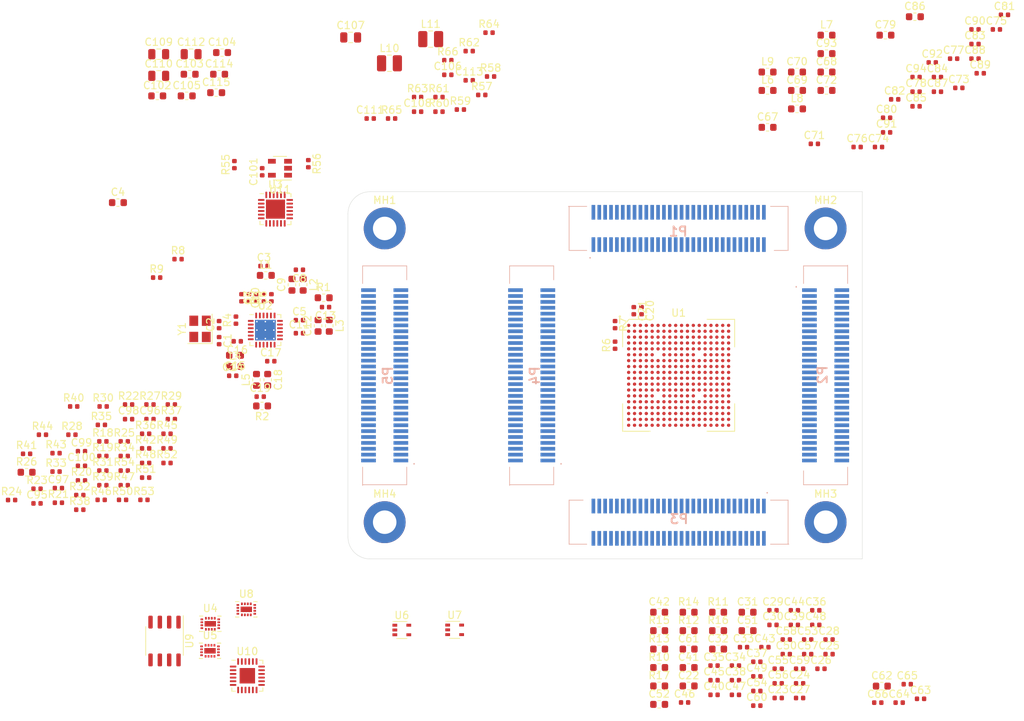
<source format=kicad_pcb>
(kicad_pcb (version 20171130) (host pcbnew 5.1.6)
  (layers (0 F.Cu signal) (1 In1.Cu power) (2 In2.Cu mixed) (3 In3.Cu mixed) (4 In4.Cu power) (31 B.Cu signal) (34 B.Paste user) (35 F.Paste user) (36 B.SilkS user) (37 F.SilkS user) (38 B.Mask user) (39 F.Mask user) (44 Edge.Cuts user))
  (net 0 "")
  (net 1 GND)
  (net 2 "/Clock and SERDES/XIN")
  (net 3 "/Clock and SERDES/XOUT")
  (net 4 +2V5)
  (net 5 "Net-(C4-Pad1)")
  (net 6 "Net-(C10-Pad1)")
  (net 7 "Net-(C11-Pad1)")
  (net 8 VCLKO3)
  (net 9 "Net-(C15-Pad1)")
  (net 10 "Net-(C17-Pad1)")
  (net 11 VCLKO4)
  (net 12 "/Clock and SERDES/TXC_P")
  (net 13 "/Clock and SERDES/TXC_N")
  (net 14 VIO_N1)
  (net 15 VIO_E1)
  (net 16 VIO_N2)
  (net 17 VIO_E2)
  (net 18 VIO_W1)
  (net 19 VIO_S1)
  (net 20 VIO_W2)
  (net 21 VIO_S2)
  (net 22 +1V0)
  (net 23 V_1P0_A1)
  (net 24 "Net-(C72-Pad1)")
  (net 25 "Net-(C79-Pad1)")
  (net 26 V_1P0_A2)
  (net 27 "Net-(C86-Pad1)")
  (net 28 "Net-(C93-Pad1)")
  (net 29 "Net-(R3-Pad2)")
  (net 30 CLKI_P)
  (net 31 CLKI_N)
  (net 32 "/Clock and SERDES/CLK_P")
  (net 33 "/Clock and SERDES/CLK_N")
  (net 34 "Net-(R7-Pad2)")
  (net 35 CLKSEL)
  (net 36 CLKSDOE)
  (net 37 "Net-(C97-Pad1)")
  (net 38 "Net-(C101-Pad1)")
  (net 39 V_IN)
  (net 40 "Net-(C106-Pad2)")
  (net 41 "Net-(C111-Pad2)")
  (net 42 "Net-(L10-Pad1)")
  (net 43 "Net-(L11-Pad1)")
  (net 44 CFG_FAILED_N)
  (net 45 "Net-(R19-Pad2)")
  (net 46 JTAG_TMS)
  (net 47 JTAG_TDI)
  (net 48 "Net-(R22-Pad1)")
  (net 49 JTAG_TCK)
  (net 50 "/Configuration and Control/POR_EN")
  (net 51 "Net-(R25-Pad2)")
  (net 52 "Net-(R28-Pad1)")
  (net 53 "Net-(R30-Pad1)")
  (net 54 "Net-(R33-Pad1)")
  (net 55 "Net-(R35-Pad2)")
  (net 56 "Net-(R36-Pad2)")
  (net 57 "/Configuration and Control/NOR_CS_N")
  (net 58 "/Configuration and Control/NOR_D3")
  (net 59 "/Configuration and Control/NOR_D2")
  (net 60 SCL)
  (net 61 SDA)
  (net 62 "Net-(R42-Pad2)")
  (net 63 "/Configuration and Control/SPI_SEL3")
  (net 64 "/Configuration and Control/SPI_SEL2")
  (net 65 "/Configuration and Control/SPI_SEL1")
  (net 66 "/Configuration and Control/SPI_SEL0")
  (net 67 "/Configuration and Control/CFG_MD3")
  (net 68 "/Configuration and Control/CFG_MD2")
  (net 69 "/Configuration and Control/CFG_MD1")
  (net 70 "/Configuration and Control/CFG_MD0")
  (net 71 "/Configuration and Control/RFU1")
  (net 72 "/Configuration and Control/RFU0")
  (net 73 MR_N)
  (net 74 POR_N)
  (net 75 OFF_N)
  (net 76 "Net-(R62-Pad2)")
  (net 77 "Net-(R63-Pad2)")
  (net 78 "Net-(R65-Pad2)")
  (net 79 "Net-(U1-PadD4)")
  (net 80 CFG_DONE)
  (net 81 "/Configuration and Control/GM_SPI_CS_N")
  (net 82 "/Configuration and Control/GM_SPI_CLK")
  (net 83 "/Configuration and Control/GM_SPI_D0")
  (net 84 "/Configuration and Control/GM_SPI_D1")
  (net 85 "/Configuration and Control/GM_SPI_D3")
  (net 86 "/Configuration and Control/GM_SPI_D2")
  (net 87 "Net-(U4-Pad9)")
  (net 88 "Net-(U4-Pad6)")
  (net 89 "Net-(U4-Pad1)")
  (net 90 "Net-(U4-Pad14)")
  (net 91 "/Configuration and Control/NOR_D1")
  (net 92 "/Configuration and Control/NOR_D0")
  (net 93 "/Configuration and Control/NOR_CLK")
  (net 94 "Net-(U8-Pad6)")
  (net 95 "Net-(U8-Pad1)")
  (net 96 IO_E2_A1)
  (net 97 IO_E2_A3)
  (net 98 IO_E2_A4)
  (net 99 IO_E2_A6)
  (net 100 IO_E2_B6)
  (net 101 IO_E2_B1)
  (net 102 IO_E2_B3)
  (net 103 IO_E2_B4)
  (net 104 IO_E2_B5)
  (net 105 IO_E2_A7)
  (net 106 IO_E2_B0)
  (net 107 IO_E2_B2)
  (net 108 IO_E2_A5)
  (net 109 IO_E2_B7)
  (net 110 IO_E2_A0)
  (net 111 IO_E2_A2)
  (net 112 IO_N2_A8)
  (net 113 IO_N2_B8)
  (net 114 IO_E2_A8)
  (net 115 IO_E2_B8)
  (net 116 IO_N2_A6)
  (net 117 IO_N2_B6)
  (net 118 IO_N2_B7)
  (net 119 IO_N2_A7)
  (net 120 IO_N2_A4)
  (net 121 IO_N2_B4)
  (net 122 IO_N2_B5)
  (net 123 IO_N2_A5)
  (net 124 IO_N2_A2)
  (net 125 IO_N2_B2)
  (net 126 IO_N2_B3)
  (net 127 IO_N2_A3)
  (net 128 IO_N2_A0)
  (net 129 IO_N2_B0)
  (net 130 IO_N2_B1)
  (net 131 IO_N2_A1)
  (net 132 IO_N1_A7)
  (net 133 IO_N1_B7)
  (net 134 IO_N1_B8)
  (net 135 IO_N1_A8)
  (net 136 IO_N1_A5)
  (net 137 IO_N1_B5)
  (net 138 IO_N1_B6)
  (net 139 IO_N1_A6)
  (net 140 IO_N1_A4)
  (net 141 IO_N1_B4)
  (net 142 IO_N1_B3)
  (net 143 IO_N1_A3)
  (net 144 IO_N1_A1)
  (net 145 IO_N1_B1)
  (net 146 IO_N1_B2)
  (net 147 IO_N1_A2)
  (net 148 IO_N1_A0)
  (net 149 IO_N1_B0)
  (net 150 IO_E1_B8)
  (net 151 IO_E1_A8)
  (net 152 IO_E1_B7)
  (net 153 IO_E1_B6)
  (net 154 IO_E1_A7)
  (net 155 IO_E1_A6)
  (net 156 IO_E1_B5)
  (net 157 IO_E1_B4)
  (net 158 IO_E1_A5)
  (net 159 IO_E1_A4)
  (net 160 IO_E1_B3)
  (net 161 IO_E1_B2)
  (net 162 IO_E1_A3)
  (net 163 IO_E1_A2)
  (net 164 IO_E1_B1)
  (net 165 IO_E1_B0)
  (net 166 IO_E1_A1)
  (net 167 IO_E1_A0)
  (net 168 IO_S2_A5)
  (net 169 IO_S2_B5)
  (net 170 IO_S2_A7)
  (net 171 IO_S2_A8)
  (net 172 IO_S2_B3)
  (net 173 IO_S2_B4)
  (net 174 IO_S2_B7)
  (net 175 IO_S2_B8)
  (net 176 IO_S2_A3)
  (net 177 IO_S2_A4)
  (net 178 IO_S2_B6)
  (net 179 IO_S2_B2)
  (net 180 IO_S2_A2)
  (net 181 IO_S2_A6)
  (net 182 IO_S1_A8)
  (net 183 IO_S1_B8)
  (net 184 IO_S2_B0)
  (net 185 IO_S2_A0)
  (net 186 IO_S1_A7)
  (net 187 IO_S1_B7)
  (net 188 IO_S1_B6)
  (net 189 IO_S1_A6)
  (net 190 IO_S1_A5)
  (net 191 IO_S1_B5)
  (net 192 IO_S1_B4)
  (net 193 IO_S1_A4)
  (net 194 IO_S1_A3)
  (net 195 IO_S1_B3)
  (net 196 IO_S1_B2)
  (net 197 IO_S1_A2)
  (net 198 IO_S1_A1)
  (net 199 IO_S1_B1)
  (net 200 IO_S1_B0)
  (net 201 IO_S1_A0)
  (net 202 IO_W1_A3)
  (net 203 IO_W1_B3)
  (net 204 IO_W1_A1)
  (net 205 IO_W1_B4)
  (net 206 IO_W1_B6)
  (net 207 IO_W1_B8)
  (net 208 IO_W2_B2)
  (net 209 IO_W2_B4)
  (net 210 IO_W2_B6)
  (net 211 IO_W2_B8)
  (net 212 IO_W1_B1)
  (net 213 IO_W1_A4)
  (net 214 IO_W1_A6)
  (net 215 IO_W1_A8)
  (net 216 IO_W2_A2)
  (net 217 IO_W2_A4)
  (net 218 IO_W2_A6)
  (net 219 IO_W2_A8)
  (net 220 IO_W1_A0)
  (net 221 IO_W1_A2)
  (net 222 IO_W1_A5)
  (net 223 IO_W1_A7)
  (net 224 IO_W2_A0)
  (net 225 IO_W2_A1)
  (net 226 IO_W2_A3)
  (net 227 IO_W2_A5)
  (net 228 IO_W2_A7)
  (net 229 IO_W1_B0)
  (net 230 IO_W1_B2)
  (net 231 IO_W1_B5)
  (net 232 IO_W1_B7)
  (net 233 IO_W2_B0)
  (net 234 IO_W2_B1)
  (net 235 IO_W2_B3)
  (net 236 IO_W2_B5)
  (net 237 IO_W2_B7)
  (module Resistor_SMD:R_0402_1005Metric (layer F.Cu) (at 48.43 113.09)
    (fp_text reference R44 (at 0 -1.17) (layer F.SilkS))
    (fp_text value 100k)
    (pad 2 smd roundrect (at 0.485 0) (size 0.59 0.64) (layers F.Cu F.Paste F.Mask) (net 56 "Net-(R36-Pad2)"))
    (pad 1 smd roundrect (at -0.485 0) (size 0.59 0.64) (layers F.Cu F.Paste F.Mask) (net 1 GND))
  )
  (module Resistor_SMD:R_0402_1005Metric (layer F.Cu) (at 50.28 115.6)
    (fp_text reference R43 (at 0 -1.17) (layer F.SilkS))
    (fp_text value 100k)
    (pad 2 smd roundrect (at 0.485 0) (size 0.59 0.64) (layers F.Cu F.Paste F.Mask) (net 62 "Net-(R42-Pad2)"))
    (pad 1 smd roundrect (at -0.485 0) (size 0.59 0.64) (layers F.Cu F.Paste F.Mask) (net 1 GND))
  )
  (module Resistor_SMD:R_0402_1005Metric (layer F.Cu) (at 46.27 115.69)
    (fp_text reference R41 (at 0 -1.17) (layer F.SilkS))
    (fp_text value 10k)
    (pad 2 smd roundrect (at 0.485 0) (size 0.59 0.64) (layers F.Cu F.Paste F.Mask) (net 61 SDA))
    (pad 1 smd roundrect (at -0.485 0) (size 0.59 0.64) (layers F.Cu F.Paste F.Mask) (net 4 +2V5))
  )
  (module Resistor_SMD:R_0402_1005Metric (layer F.Cu) (at 52.68 109.24)
    (fp_text reference R40 (at 0 -1.17) (layer F.SilkS))
    (fp_text value 10k)
    (pad 2 smd roundrect (at 0.485 0) (size 0.59 0.64) (layers F.Cu F.Paste F.Mask) (net 60 SCL))
    (pad 1 smd roundrect (at -0.485 0) (size 0.59 0.64) (layers F.Cu F.Paste F.Mask) (net 4 +2V5))
  )
  (module Resistor_SMD:R_0402_1005Metric (layer F.Cu) (at 56.45 111.75)
    (fp_text reference R35 (at 0 -1.17) (layer F.SilkS))
    (fp_text value 10k)
    (pad 2 smd roundrect (at 0.485 0) (size 0.59 0.64) (layers F.Cu F.Paste F.Mask) (net 55 "Net-(R35-Pad2)"))
    (pad 1 smd roundrect (at -0.485 0) (size 0.59 0.64) (layers F.Cu F.Paste F.Mask) (net 4 +2V5))
  )
  (module Resistor_SMD:R_0402_1005Metric (layer F.Cu) (at 50.28 118.11)
    (fp_text reference R33 (at 0 -1.17) (layer F.SilkS))
    (fp_text value 100k)
    (pad 2 smd roundrect (at 0.485 0) (size 0.59 0.64) (layers F.Cu F.Paste F.Mask) (net 1 GND))
    (pad 1 smd roundrect (at -0.485 0) (size 0.59 0.64) (layers F.Cu F.Paste F.Mask) (net 54 "Net-(R33-Pad1)"))
  )
  (module Resistor_SMD:R_0402_1005Metric (layer F.Cu) (at 56.69 109.24)
    (fp_text reference R30 (at 0 -1.17) (layer F.SilkS))
    (fp_text value 100k)
    (pad 2 smd roundrect (at 0.485 0) (size 0.59 0.64) (layers F.Cu F.Paste F.Mask) (net 1 GND))
    (pad 1 smd roundrect (at -0.485 0) (size 0.59 0.64) (layers F.Cu F.Paste F.Mask) (net 53 "Net-(R30-Pad1)"))
  )
  (module Resistor_SMD:R_0402_1005Metric (layer F.Cu) (at 52.44 113.09)
    (fp_text reference R28 (at 0 -1.17) (layer F.SilkS))
    (fp_text value 100k)
    (pad 2 smd roundrect (at 0.485 0) (size 0.59 0.64) (layers F.Cu F.Paste F.Mask) (net 1 GND))
    (pad 1 smd roundrect (at -0.485 0) (size 0.59 0.64) (layers F.Cu F.Paste F.Mask) (net 52 "Net-(R28-Pad1)"))
  )
  (module Resistor_SMD:R_0402_1005Metric (layer F.Cu) (at 44.23 121.98)
    (fp_text reference R24 (at 0 -1.17) (layer F.SilkS))
    (fp_text value 10k)
    (pad 2 smd roundrect (at 0.485 0) (size 0.59 0.64) (layers F.Cu F.Paste F.Mask) (net 4 +2V5))
    (pad 1 smd roundrect (at -0.485 0) (size 0.59 0.64) (layers F.Cu F.Paste F.Mask) (net 50 "/Configuration and Control/POR_EN"))
  )
  (module Capacitor_SMD:C_0603_1608Metric (layer F.Cu) (at 72.07 66.51)
    (fp_text reference C115 (at 0 -1.43) (layer F.SilkS))
    (fp_text value 1.0uF)
    (pad 2 smd roundrect (at 0.7875 0) (size 0.875 0.95) (layers F.Cu F.Paste F.Mask) (net 1 GND))
    (pad 1 smd roundrect (at -0.7875 0) (size 0.875 0.95) (layers F.Cu F.Paste F.Mask) (net 26 V_1P0_A2))
  )
  (module Capacitor_SMD:C_0603_1608Metric (layer F.Cu) (at 72.47 64)
    (fp_text reference C114 (at 0 -1.43) (layer F.SilkS))
    (fp_text value 1.0uF)
    (pad 2 smd roundrect (at 0.7875 0) (size 0.875 0.95) (layers F.Cu F.Paste F.Mask) (net 1 GND))
    (pad 1 smd roundrect (at -0.7875 0) (size 0.875 0.95) (layers F.Cu F.Paste F.Mask) (net 23 V_1P0_A1))
  )
  (module Capacitor_SMD:C_0805_2012Metric (layer F.Cu) (at 68.66 61.27)
    (fp_text reference C112 (at 0 -1.65) (layer F.SilkS))
    (fp_text value 10uF)
    (pad 2 smd roundrect (at 0.9375 0) (size 0.975 1.4) (layers F.Cu F.Paste F.Mask) (net 1 GND))
    (pad 1 smd roundrect (at -0.9375 0) (size 0.975 1.4) (layers F.Cu F.Paste F.Mask) (net 4 +2V5))
  )
  (module Capacitor_SMD:C_0805_2012Metric (layer F.Cu) (at 64.25 64.22)
    (fp_text reference C110 (at 0 -1.65) (layer F.SilkS))
    (fp_text value 10uF)
    (pad 2 smd roundrect (at 0.9375 0) (size 0.975 1.4) (layers F.Cu F.Paste F.Mask) (net 1 GND))
    (pad 1 smd roundrect (at -0.9375 0) (size 0.975 1.4) (layers F.Cu F.Paste F.Mask) (net 39 V_IN))
  )
  (module Capacitor_SMD:C_0805_2012Metric (layer F.Cu) (at 64.25 61.27)
    (fp_text reference C109 (at 0 -1.65) (layer F.SilkS))
    (fp_text value 10uF)
    (pad 2 smd roundrect (at 0.9375 0) (size 0.975 1.4) (layers F.Cu F.Paste F.Mask) (net 1 GND))
    (pad 1 smd roundrect (at -0.9375 0) (size 0.975 1.4) (layers F.Cu F.Paste F.Mask) (net 39 V_IN))
  )
  (module Capacitor_SMD:C_0805_2012Metric (layer F.Cu) (at 90.37 58.99)
    (fp_text reference C107 (at 0 -1.65) (layer F.SilkS))
    (fp_text value 10uF)
    (pad 2 smd roundrect (at 0.9375 0) (size 0.975 1.4) (layers F.Cu F.Paste F.Mask) (net 1 GND))
    (pad 1 smd roundrect (at -0.9375 0) (size 0.975 1.4) (layers F.Cu F.Paste F.Mask) (net 22 +1V0))
  )
  (module Capacitor_SMD:C_0603_1608Metric (layer F.Cu) (at 68.06 66.95)
    (fp_text reference C105 (at 0 -1.43) (layer F.SilkS))
    (fp_text value 1.0uF)
    (pad 2 smd roundrect (at 0.7875 0) (size 0.875 0.95) (layers F.Cu F.Paste F.Mask) (net 1 GND))
    (pad 1 smd roundrect (at -0.7875 0) (size 0.875 0.95) (layers F.Cu F.Paste F.Mask) (net 4 +2V5))
  )
  (module Capacitor_SMD:C_0603_1608Metric (layer F.Cu) (at 72.87 61.05)
    (fp_text reference C104 (at 0 -1.43) (layer F.SilkS))
    (fp_text value 1.0uF)
    (pad 2 smd roundrect (at 0.7875 0) (size 0.875 0.95) (layers F.Cu F.Paste F.Mask) (net 1 GND))
    (pad 1 smd roundrect (at -0.7875 0) (size 0.875 0.95) (layers F.Cu F.Paste F.Mask) (net 4 +2V5))
  )
  (module Capacitor_SMD:C_0603_1608Metric (layer F.Cu) (at 68.46 64)
    (fp_text reference C103 (at 0 -1.43) (layer F.SilkS))
    (fp_text value 1.0uF)
    (pad 2 smd roundrect (at 0.7875 0) (size 0.875 0.95) (layers F.Cu F.Paste F.Mask) (net 1 GND))
    (pad 1 smd roundrect (at -0.7875 0) (size 0.875 0.95) (layers F.Cu F.Paste F.Mask) (net 39 V_IN))
  )
  (module Capacitor_SMD:C_0603_1608Metric (layer F.Cu) (at 64.05 66.95)
    (fp_text reference C102 (at 0 -1.43) (layer F.SilkS))
    (fp_text value 1.0uF)
    (pad 2 smd roundrect (at 0.7875 0) (size 0.875 0.95) (layers F.Cu F.Paste F.Mask) (net 1 GND))
    (pad 1 smd roundrect (at -0.7875 0) (size 0.875 0.95) (layers F.Cu F.Paste F.Mask) (net 39 V_IN))
  )
  (module MountingHole:MountingHole_3.2mm_M3_ISO7380_Pad (layer F.Cu) (at 95 125)
    (fp_text reference MH4 (at 0 -3.85) (layer F.SilkS))
    (fp_text value MountingHole_Pad)
    (pad 1 thru_hole circle (at 0 0) (size 5.7 5.7) (drill 3.2) (layers *.Cu *.Mask) (net 1 GND))
  )
  (module MountingHole:MountingHole_3.2mm_M3_ISO7380_Pad (layer F.Cu) (at 155 125)
    (fp_text reference MH3 (at 0 -3.85) (layer F.SilkS))
    (fp_text value MountingHole_Pad)
    (pad 1 thru_hole circle (at 0 0) (size 5.7 5.7) (drill 3.2) (layers *.Cu *.Mask) (net 1 GND))
  )
  (module MountingHole:MountingHole_3.2mm_M3_ISO7380_Pad (layer F.Cu) (at 155 85)
    (fp_text reference MH2 (at 0 -3.85) (layer F.SilkS))
    (fp_text value MountingHole_Pad)
    (pad 1 thru_hole circle (at 0 0) (size 5.7 5.7) (drill 3.2) (layers *.Cu *.Mask) (net 1 GND))
  )
  (module MountingHole:MountingHole_3.2mm_M3_ISO7380_Pad (layer F.Cu) (at 95 85)
    (fp_text reference MH1 (at 0 -3.85) (layer F.SilkS))
    (fp_text value MountingHole_Pad)
    (pad 1 thru_hole circle (at 0 0) (size 5.7 5.7) (drill 3.2) (layers *.Cu *.Mask) (net 1 GND))
  )
  (module Amphenol:10144518-061802LF (layer B.Cu) (at 95 105 90)
    (fp_text reference P5 (at -0.05 0.425 90) (layer B.SilkS) (effects (font (size 1.27 1.27) (thickness 0.254)) (justify mirror)))
    (fp_text value 10144518-061802LF hide)
    (pad 1 smd rect (at -11.6 2.2 90) (size 0.5 2) (layers B.Cu B.Paste B.Mask))
    (pad 2 smd rect (at -11.6 -2.2 90) (size 0.5 2) (layers B.Cu B.Paste B.Mask))
    (pad 3 smd rect (at -10.8 2.2 90) (size 0.5 2) (layers B.Cu B.Paste B.Mask))
    (pad 4 smd rect (at -10.8 -2.2 90) (size 0.5 2) (layers B.Cu B.Paste B.Mask))
    (pad 5 smd rect (at -10 2.2 90) (size 0.5 2) (layers B.Cu B.Paste B.Mask))
    (pad 6 smd rect (at -10 -2.2 90) (size 0.5 2) (layers B.Cu B.Paste B.Mask))
    (pad 7 smd rect (at -9.2 2.2 90) (size 0.5 2) (layers B.Cu B.Paste B.Mask))
    (pad 8 smd rect (at -9.2 -2.2 90) (size 0.5 2) (layers B.Cu B.Paste B.Mask))
    (pad 9 smd rect (at -8.4 2.2 90) (size 0.5 2) (layers B.Cu B.Paste B.Mask))
    (pad 10 smd rect (at -8.4 -2.2 90) (size 0.5 2) (layers B.Cu B.Paste B.Mask))
    (pad 11 smd rect (at -7.6 2.2 90) (size 0.5 2) (layers B.Cu B.Paste B.Mask))
    (pad 12 smd rect (at -7.6 -2.2 90) (size 0.5 2) (layers B.Cu B.Paste B.Mask))
    (pad 13 smd rect (at -6.8 2.2 90) (size 0.5 2) (layers B.Cu B.Paste B.Mask))
    (pad 14 smd rect (at -6.8 -2.2 90) (size 0.5 2) (layers B.Cu B.Paste B.Mask))
    (pad 15 smd rect (at -6 2.2 90) (size 0.5 2) (layers B.Cu B.Paste B.Mask))
    (pad 16 smd rect (at -6 -2.2 90) (size 0.5 2) (layers B.Cu B.Paste B.Mask))
    (pad 17 smd rect (at -5.2 2.2 90) (size 0.5 2) (layers B.Cu B.Paste B.Mask))
    (pad 18 smd rect (at -5.2 -2.2 90) (size 0.5 2) (layers B.Cu B.Paste B.Mask))
    (pad 19 smd rect (at -4.4 2.2 90) (size 0.5 2) (layers B.Cu B.Paste B.Mask))
    (pad 20 smd rect (at -4.4 -2.2 90) (size 0.5 2) (layers B.Cu B.Paste B.Mask))
    (pad 21 smd rect (at -3.6 2.2 90) (size 0.5 2) (layers B.Cu B.Paste B.Mask))
    (pad 22 smd rect (at -3.6 -2.2 90) (size 0.5 2) (layers B.Cu B.Paste B.Mask))
    (pad 23 smd rect (at -2.8 2.2 90) (size 0.5 2) (layers B.Cu B.Paste B.Mask))
    (pad 24 smd rect (at -2.8 -2.2 90) (size 0.5 2) (layers B.Cu B.Paste B.Mask))
    (pad 25 smd rect (at -2 2.2 90) (size 0.5 2) (layers B.Cu B.Paste B.Mask))
    (pad 26 smd rect (at -2 -2.2 90) (size 0.5 2) (layers B.Cu B.Paste B.Mask))
    (pad 27 smd rect (at -1.2 2.2 90) (size 0.5 2) (layers B.Cu B.Paste B.Mask))
    (pad 28 smd rect (at -1.2 -2.2 90) (size 0.5 2) (layers B.Cu B.Paste B.Mask))
    (pad 29 smd rect (at -0.4 2.2 90) (size 0.5 2) (layers B.Cu B.Paste B.Mask))
    (pad 30 smd rect (at -0.4 -2.2 90) (size 0.5 2) (layers B.Cu B.Paste B.Mask))
    (pad 31 smd rect (at 0.4 2.2 90) (size 0.5 2) (layers B.Cu B.Paste B.Mask))
    (pad 32 smd rect (at 0.4 -2.2 90) (size 0.5 2) (layers B.Cu B.Paste B.Mask))
    (pad 33 smd rect (at 1.2 2.2 90) (size 0.5 2) (layers B.Cu B.Paste B.Mask))
    (pad 34 smd rect (at 1.2 -2.2 90) (size 0.5 2) (layers B.Cu B.Paste B.Mask))
    (pad 35 smd rect (at 2 2.2 90) (size 0.5 2) (layers B.Cu B.Paste B.Mask))
    (pad 36 smd rect (at 2 -2.2 90) (size 0.5 2) (layers B.Cu B.Paste B.Mask))
    (pad 37 smd rect (at 2.8 2.2 90) (size 0.5 2) (layers B.Cu B.Paste B.Mask))
    (pad 38 smd rect (at 2.8 -2.2 90) (size 0.5 2) (layers B.Cu B.Paste B.Mask))
    (pad 39 smd rect (at 3.6 2.2 90) (size 0.5 2) (layers B.Cu B.Paste B.Mask))
    (pad 40 smd rect (at 3.6 -2.2 90) (size 0.5 2) (layers B.Cu B.Paste B.Mask))
    (pad 41 smd rect (at 4.4 2.2 90) (size 0.5 2) (layers B.Cu B.Paste B.Mask))
    (pad 42 smd rect (at 4.4 -2.2 90) (size 0.5 2) (layers B.Cu B.Paste B.Mask))
    (pad 43 smd rect (at 5.2 2.2 90) (size 0.5 2) (layers B.Cu B.Paste B.Mask))
    (pad 44 smd rect (at 5.2 -2.2 90) (size 0.5 2) (layers B.Cu B.Paste B.Mask))
    (pad 45 smd rect (at 6 2.2 90) (size 0.5 2) (layers B.Cu B.Paste B.Mask))
    (pad 46 smd rect (at 6 -2.2 90) (size 0.5 2) (layers B.Cu B.Paste B.Mask))
    (pad 47 smd rect (at 6.8 2.2 90) (size 0.5 2) (layers B.Cu B.Paste B.Mask))
    (pad 48 smd rect (at 6.8 -2.2 90) (size 0.5 2) (layers B.Cu B.Paste B.Mask))
    (pad 49 smd rect (at 7.6 2.2 90) (size 0.5 2) (layers B.Cu B.Paste B.Mask))
    (pad 50 smd rect (at 7.6 -2.2 90) (size 0.5 2) (layers B.Cu B.Paste B.Mask))
    (pad 51 smd rect (at 8.4 2.2 90) (size 0.5 2) (layers B.Cu B.Paste B.Mask))
    (pad 52 smd rect (at 8.4 -2.2 90) (size 0.5 2) (layers B.Cu B.Paste B.Mask))
    (pad 53 smd rect (at 9.2 2.2 90) (size 0.5 2) (layers B.Cu B.Paste B.Mask))
    (pad 54 smd rect (at 9.2 -2.2 90) (size 0.5 2) (layers B.Cu B.Paste B.Mask))
    (pad 55 smd rect (at 10 2.2 90) (size 0.5 2) (layers B.Cu B.Paste B.Mask))
    (pad 56 smd rect (at 10 -2.2 90) (size 0.5 2) (layers B.Cu B.Paste B.Mask))
    (pad 57 smd rect (at 10.8 2.2 90) (size 0.5 2) (layers B.Cu B.Paste B.Mask))
    (pad 58 smd rect (at 10.8 -2.2 90) (size 0.5 2) (layers B.Cu B.Paste B.Mask))
    (pad 59 smd rect (at 11.6 2.2 90) (size 0.5 2) (layers B.Cu B.Paste B.Mask))
    (pad 60 smd rect (at 11.6 -2.2 90) (size 0.5 2) (layers B.Cu B.Paste B.Mask))
    (pad MH1 np_thru_hole circle (at -14.1 0 90) (size 0.83 0) (drill 0.83) (layers *.Cu *.Mask))
    (pad MH2 np_thru_hole circle (at 14.1 0 90) (size 1.23 0) (drill 1.23) (layers *.Cu *.Mask))
  )
  (module Amphenol:10144518-061802LF (layer B.Cu) (at 115 105 90)
    (fp_text reference P4 (at -0.05 0.425 90) (layer B.SilkS) (effects (font (size 1.27 1.27) (thickness 0.254)) (justify mirror)))
    (fp_text value 10144518-061802LF hide)
    (pad 1 smd rect (at -11.6 2.2 90) (size 0.5 2) (layers B.Cu B.Paste B.Mask) (net 1 GND))
    (pad 2 smd rect (at -11.6 -2.2 90) (size 0.5 2) (layers B.Cu B.Paste B.Mask) (net 1 GND))
    (pad 3 smd rect (at -10.8 2.2 90) (size 0.5 2) (layers B.Cu B.Paste B.Mask) (net 212 IO_W1_B1))
    (pad 4 smd rect (at -10.8 -2.2 90) (size 0.5 2) (layers B.Cu B.Paste B.Mask) (net 220 IO_W1_A0))
    (pad 5 smd rect (at -10 2.2 90) (size 0.5 2) (layers B.Cu B.Paste B.Mask) (net 204 IO_W1_A1))
    (pad 6 smd rect (at -10 -2.2 90) (size 0.5 2) (layers B.Cu B.Paste B.Mask) (net 229 IO_W1_B0))
    (pad 7 smd rect (at -9.2 2.2 90) (size 0.5 2) (layers B.Cu B.Paste B.Mask) (net 1 GND))
    (pad 8 smd rect (at -9.2 -2.2 90) (size 0.5 2) (layers B.Cu B.Paste B.Mask) (net 1 GND))
    (pad 9 smd rect (at -8.4 2.2 90) (size 0.5 2) (layers B.Cu B.Paste B.Mask) (net 203 IO_W1_B3))
    (pad 10 smd rect (at -8.4 -2.2 90) (size 0.5 2) (layers B.Cu B.Paste B.Mask) (net 221 IO_W1_A2))
    (pad 11 smd rect (at -7.6 2.2 90) (size 0.5 2) (layers B.Cu B.Paste B.Mask) (net 202 IO_W1_A3))
    (pad 12 smd rect (at -7.6 -2.2 90) (size 0.5 2) (layers B.Cu B.Paste B.Mask) (net 230 IO_W1_B2))
    (pad 13 smd rect (at -6.8 2.2 90) (size 0.5 2) (layers B.Cu B.Paste B.Mask) (net 1 GND))
    (pad 14 smd rect (at -6.8 -2.2 90) (size 0.5 2) (layers B.Cu B.Paste B.Mask) (net 1 GND))
    (pad 15 smd rect (at -6 2.2 90) (size 0.5 2) (layers B.Cu B.Paste B.Mask) (net 205 IO_W1_B4))
    (pad 16 smd rect (at -6 -2.2 90) (size 0.5 2) (layers B.Cu B.Paste B.Mask) (net 222 IO_W1_A5))
    (pad 17 smd rect (at -5.2 2.2 90) (size 0.5 2) (layers B.Cu B.Paste B.Mask) (net 213 IO_W1_A4))
    (pad 18 smd rect (at -5.2 -2.2 90) (size 0.5 2) (layers B.Cu B.Paste B.Mask) (net 231 IO_W1_B5))
    (pad 19 smd rect (at -4.4 2.2 90) (size 0.5 2) (layers B.Cu B.Paste B.Mask) (net 1 GND))
    (pad 20 smd rect (at -4.4 -2.2 90) (size 0.5 2) (layers B.Cu B.Paste B.Mask) (net 1 GND))
    (pad 21 smd rect (at -3.6 2.2 90) (size 0.5 2) (layers B.Cu B.Paste B.Mask) (net 206 IO_W1_B6))
    (pad 22 smd rect (at -3.6 -2.2 90) (size 0.5 2) (layers B.Cu B.Paste B.Mask) (net 223 IO_W1_A7))
    (pad 23 smd rect (at -2.8 2.2 90) (size 0.5 2) (layers B.Cu B.Paste B.Mask) (net 214 IO_W1_A6))
    (pad 24 smd rect (at -2.8 -2.2 90) (size 0.5 2) (layers B.Cu B.Paste B.Mask) (net 232 IO_W1_B7))
    (pad 25 smd rect (at -2 2.2 90) (size 0.5 2) (layers B.Cu B.Paste B.Mask) (net 1 GND))
    (pad 26 smd rect (at -2 -2.2 90) (size 0.5 2) (layers B.Cu B.Paste B.Mask) (net 1 GND))
    (pad 27 smd rect (at -1.2 2.2 90) (size 0.5 2) (layers B.Cu B.Paste B.Mask) (net 207 IO_W1_B8))
    (pad 28 smd rect (at -1.2 -2.2 90) (size 0.5 2) (layers B.Cu B.Paste B.Mask) (net 224 IO_W2_A0))
    (pad 29 smd rect (at -0.4 2.2 90) (size 0.5 2) (layers B.Cu B.Paste B.Mask) (net 215 IO_W1_A8))
    (pad 30 smd rect (at -0.4 -2.2 90) (size 0.5 2) (layers B.Cu B.Paste B.Mask) (net 233 IO_W2_B0))
    (pad 31 smd rect (at 0.4 2.2 90) (size 0.5 2) (layers B.Cu B.Paste B.Mask) (net 18 VIO_W1))
    (pad 32 smd rect (at 0.4 -2.2 90) (size 0.5 2) (layers B.Cu B.Paste B.Mask) (net 18 VIO_W1))
    (pad 33 smd rect (at 1.2 2.2 90) (size 0.5 2) (layers B.Cu B.Paste B.Mask) (net 4 +2V5))
    (pad 34 smd rect (at 1.2 -2.2 90) (size 0.5 2) (layers B.Cu B.Paste B.Mask) (net 4 +2V5))
    (pad 35 smd rect (at 2 2.2 90) (size 0.5 2) (layers B.Cu B.Paste B.Mask) (net 20 VIO_W2))
    (pad 36 smd rect (at 2 -2.2 90) (size 0.5 2) (layers B.Cu B.Paste B.Mask) (net 20 VIO_W2))
    (pad 37 smd rect (at 2.8 2.2 90) (size 0.5 2) (layers B.Cu B.Paste B.Mask) (net 208 IO_W2_B2))
    (pad 38 smd rect (at 2.8 -2.2 90) (size 0.5 2) (layers B.Cu B.Paste B.Mask) (net 234 IO_W2_B1))
    (pad 39 smd rect (at 3.6 2.2 90) (size 0.5 2) (layers B.Cu B.Paste B.Mask) (net 216 IO_W2_A2))
    (pad 40 smd rect (at 3.6 -2.2 90) (size 0.5 2) (layers B.Cu B.Paste B.Mask) (net 225 IO_W2_A1))
    (pad 41 smd rect (at 4.4 2.2 90) (size 0.5 2) (layers B.Cu B.Paste B.Mask) (net 1 GND))
    (pad 42 smd rect (at 4.4 -2.2 90) (size 0.5 2) (layers B.Cu B.Paste B.Mask) (net 1 GND))
    (pad 43 smd rect (at 5.2 2.2 90) (size 0.5 2) (layers B.Cu B.Paste B.Mask) (net 209 IO_W2_B4))
    (pad 44 smd rect (at 5.2 -2.2 90) (size 0.5 2) (layers B.Cu B.Paste B.Mask) (net 235 IO_W2_B3))
    (pad 45 smd rect (at 6 2.2 90) (size 0.5 2) (layers B.Cu B.Paste B.Mask) (net 217 IO_W2_A4))
    (pad 46 smd rect (at 6 -2.2 90) (size 0.5 2) (layers B.Cu B.Paste B.Mask) (net 226 IO_W2_A3))
    (pad 47 smd rect (at 6.8 2.2 90) (size 0.5 2) (layers B.Cu B.Paste B.Mask) (net 1 GND))
    (pad 48 smd rect (at 6.8 -2.2 90) (size 0.5 2) (layers B.Cu B.Paste B.Mask) (net 1 GND))
    (pad 49 smd rect (at 7.6 2.2 90) (size 0.5 2) (layers B.Cu B.Paste B.Mask) (net 210 IO_W2_B6))
    (pad 50 smd rect (at 7.6 -2.2 90) (size 0.5 2) (layers B.Cu B.Paste B.Mask) (net 236 IO_W2_B5))
    (pad 51 smd rect (at 8.4 2.2 90) (size 0.5 2) (layers B.Cu B.Paste B.Mask) (net 218 IO_W2_A6))
    (pad 52 smd rect (at 8.4 -2.2 90) (size 0.5 2) (layers B.Cu B.Paste B.Mask) (net 227 IO_W2_A5))
    (pad 53 smd rect (at 9.2 2.2 90) (size 0.5 2) (layers B.Cu B.Paste B.Mask) (net 1 GND))
    (pad 54 smd rect (at 9.2 -2.2 90) (size 0.5 2) (layers B.Cu B.Paste B.Mask) (net 1 GND))
    (pad 55 smd rect (at 10 2.2 90) (size 0.5 2) (layers B.Cu B.Paste B.Mask) (net 211 IO_W2_B8))
    (pad 56 smd rect (at 10 -2.2 90) (size 0.5 2) (layers B.Cu B.Paste B.Mask) (net 237 IO_W2_B7))
    (pad 57 smd rect (at 10.8 2.2 90) (size 0.5 2) (layers B.Cu B.Paste B.Mask) (net 219 IO_W2_A8))
    (pad 58 smd rect (at 10.8 -2.2 90) (size 0.5 2) (layers B.Cu B.Paste B.Mask) (net 228 IO_W2_A7))
    (pad 59 smd rect (at 11.6 2.2 90) (size 0.5 2) (layers B.Cu B.Paste B.Mask) (net 1 GND))
    (pad 60 smd rect (at 11.6 -2.2 90) (size 0.5 2) (layers B.Cu B.Paste B.Mask) (net 1 GND))
    (pad MH1 np_thru_hole circle (at -14.1 0 90) (size 0.83 0) (drill 0.83) (layers *.Cu *.Mask))
    (pad MH2 np_thru_hole circle (at 14.1 0 90) (size 1.23 0) (drill 1.23) (layers *.Cu *.Mask))
  )
  (module Resistor_SMD:R_0603_1608Metric (layer F.Cu) (at 132.35 147.3)
    (fp_text reference R17 (at 0 -1.43) (layer F.SilkS))
    (fp_text value DNI)
    (pad 2 smd roundrect (at 0.7875 0) (size 0.875 0.95) (layers F.Cu F.Paste F.Mask) (net 21 VIO_S2))
    (pad 1 smd roundrect (at -0.7875 0) (size 0.875 0.95) (layers F.Cu F.Paste F.Mask) (net 4 +2V5))
  )
  (module Resistor_SMD:R_0603_1608Metric (layer F.Cu) (at 140.37 139.77)
    (fp_text reference R16 (at 0 -1.43) (layer F.SilkS))
    (fp_text value DNI)
    (pad 2 smd roundrect (at 0.7875 0) (size 0.875 0.95) (layers F.Cu F.Paste F.Mask) (net 19 VIO_S1))
    (pad 1 smd roundrect (at -0.7875 0) (size 0.875 0.95) (layers F.Cu F.Paste F.Mask) (net 4 +2V5))
  )
  (module Resistor_SMD:R_0603_1608Metric (layer F.Cu) (at 132.35 139.77)
    (fp_text reference R15 (at 0 -1.43) (layer F.SilkS))
    (fp_text value DNI)
    (pad 2 smd roundrect (at 0.7875 0) (size 0.875 0.95) (layers F.Cu F.Paste F.Mask) (net 17 VIO_E2))
    (pad 1 smd roundrect (at -0.7875 0) (size 0.875 0.95) (layers F.Cu F.Paste F.Mask) (net 4 +2V5))
  )
  (module Resistor_SMD:R_0603_1608Metric (layer F.Cu) (at 136.36 137.26)
    (fp_text reference R14 (at 0 -1.43) (layer F.SilkS))
    (fp_text value DNI)
    (pad 2 smd roundrect (at 0.7875 0) (size 0.875 0.95) (layers F.Cu F.Paste F.Mask) (net 15 VIO_E1))
    (pad 1 smd roundrect (at -0.7875 0) (size 0.875 0.95) (layers F.Cu F.Paste F.Mask) (net 4 +2V5))
  )
  (module Resistor_SMD:R_0603_1608Metric (layer F.Cu) (at 132.35 142.28)
    (fp_text reference R13 (at 0 -1.43) (layer F.SilkS))
    (fp_text value DNI)
    (pad 2 smd roundrect (at 0.7875 0) (size 0.875 0.95) (layers F.Cu F.Paste F.Mask) (net 16 VIO_N2))
    (pad 1 smd roundrect (at -0.7875 0) (size 0.875 0.95) (layers F.Cu F.Paste F.Mask) (net 4 +2V5))
  )
  (module Resistor_SMD:R_0603_1608Metric (layer F.Cu) (at 136.36 139.77)
    (fp_text reference R12 (at 0 -1.43) (layer F.SilkS))
    (fp_text value DNI)
    (pad 2 smd roundrect (at 0.7875 0) (size 0.875 0.95) (layers F.Cu F.Paste F.Mask) (net 14 VIO_N1))
    (pad 1 smd roundrect (at -0.7875 0) (size 0.875 0.95) (layers F.Cu F.Paste F.Mask) (net 4 +2V5))
  )
  (module Resistor_SMD:R_0603_1608Metric (layer F.Cu) (at 140.37 137.26)
    (fp_text reference R11 (at 0 -1.43) (layer F.SilkS))
    (fp_text value DNI)
    (pad 2 smd roundrect (at 0.7875 0) (size 0.875 0.95) (layers F.Cu F.Paste F.Mask) (net 20 VIO_W2))
    (pad 1 smd roundrect (at -0.7875 0) (size 0.875 0.95) (layers F.Cu F.Paste F.Mask) (net 4 +2V5))
  )
  (module Resistor_SMD:R_0603_1608Metric (layer F.Cu) (at 132.35 144.79)
    (fp_text reference R10 (at 0 -1.43) (layer F.SilkS))
    (fp_text value DNI)
    (pad 2 smd roundrect (at 0.7875 0) (size 0.875 0.95) (layers F.Cu F.Paste F.Mask) (net 18 VIO_W1))
    (pad 1 smd roundrect (at -0.7875 0) (size 0.875 0.95) (layers F.Cu F.Paste F.Mask) (net 4 +2V5))
  )
  (module Capacitor_SMD:C_0402_1005Metric (layer F.Cu) (at 162.1 149.57)
    (fp_text reference C66 (at 0 -1.17) (layer F.SilkS))
    (fp_text value 0.01uF)
    (pad 2 smd roundrect (at 0.485 0) (size 0.59 0.64) (layers F.Cu F.Paste F.Mask) (net 1 GND))
    (pad 1 smd roundrect (at -0.485 0) (size 0.59 0.64) (layers F.Cu F.Paste F.Mask) (net 4 +2V5))
  )
  (module Capacitor_SMD:C_0402_1005Metric (layer F.Cu) (at 166.11 147.06)
    (fp_text reference C65 (at 0 -1.17) (layer F.SilkS))
    (fp_text value 0.01uF)
    (pad 2 smd roundrect (at 0.485 0) (size 0.59 0.64) (layers F.Cu F.Paste F.Mask) (net 1 GND))
    (pad 1 smd roundrect (at -0.485 0) (size 0.59 0.64) (layers F.Cu F.Paste F.Mask) (net 4 +2V5))
  )
  (module Capacitor_SMD:C_0402_1005Metric (layer F.Cu) (at 165.01 149.57)
    (fp_text reference C64 (at 0 -1.17) (layer F.SilkS))
    (fp_text value 0.01uF)
    (pad 2 smd roundrect (at 0.485 0) (size 0.59 0.64) (layers F.Cu F.Paste F.Mask) (net 1 GND))
    (pad 1 smd roundrect (at -0.485 0) (size 0.59 0.64) (layers F.Cu F.Paste F.Mask) (net 4 +2V5))
  )
  (module Capacitor_SMD:C_0402_1005Metric (layer F.Cu) (at 167.92 149.05)
    (fp_text reference C63 (at 0 -1.17) (layer F.SilkS))
    (fp_text value 0.01uF)
    (pad 2 smd roundrect (at 0.485 0) (size 0.59 0.64) (layers F.Cu F.Paste F.Mask) (net 1 GND))
    (pad 1 smd roundrect (at -0.485 0) (size 0.59 0.64) (layers F.Cu F.Paste F.Mask) (net 4 +2V5))
  )
  (module Capacitor_SMD:C_0603_1608Metric (layer F.Cu) (at 162.65 147.32)
    (fp_text reference C62 (at 0 -1.43) (layer F.SilkS))
    (fp_text value 1.0uF)
    (pad 2 smd roundrect (at 0.7875 0) (size 0.875 0.95) (layers F.Cu F.Paste F.Mask) (net 1 GND))
    (pad 1 smd roundrect (at -0.7875 0) (size 0.875 0.95) (layers F.Cu F.Paste F.Mask) (net 4 +2V5))
  )
  (module Capacitor_SMD:C_0603_1608Metric (layer F.Cu) (at 136.36 142.28)
    (fp_text reference C61 (at 0 -1.43) (layer F.SilkS))
    (fp_text value 1.0uF)
    (pad 2 smd roundrect (at 0.7875 0) (size 0.875 0.95) (layers F.Cu F.Paste F.Mask) (net 1 GND))
    (pad 1 smd roundrect (at -0.7875 0) (size 0.875 0.95) (layers F.Cu F.Paste F.Mask) (net 21 VIO_S2))
  )
  (module Capacitor_SMD:C_0402_1005Metric (layer F.Cu) (at 145.64 149.98)
    (fp_text reference C60 (at 0 -1.17) (layer F.SilkS))
    (fp_text value 0.01uF)
    (pad 2 smd roundrect (at 0.485 0) (size 0.59 0.64) (layers F.Cu F.Paste F.Mask) (net 1 GND))
    (pad 1 smd roundrect (at -0.485 0) (size 0.59 0.64) (layers F.Cu F.Paste F.Mask) (net 21 VIO_S2))
  )
  (module Capacitor_SMD:C_0402_1005Metric (layer F.Cu) (at 151.46 144.96)
    (fp_text reference C59 (at 0 -1.17) (layer F.SilkS))
    (fp_text value 0.01uF)
    (pad 2 smd roundrect (at 0.485 0) (size 0.59 0.64) (layers F.Cu F.Paste F.Mask) (net 1 GND))
    (pad 1 smd roundrect (at -0.485 0) (size 0.59 0.64) (layers F.Cu F.Paste F.Mask) (net 21 VIO_S2))
  )
  (module Capacitor_SMD:C_0402_1005Metric (layer F.Cu) (at 149.65 140.98)
    (fp_text reference C58 (at 0 -1.17) (layer F.SilkS))
    (fp_text value 0.01uF)
    (pad 2 smd roundrect (at 0.485 0) (size 0.59 0.64) (layers F.Cu F.Paste F.Mask) (net 1 GND))
    (pad 1 smd roundrect (at -0.485 0) (size 0.59 0.64) (layers F.Cu F.Paste F.Mask) (net 21 VIO_S2))
  )
  (module Capacitor_SMD:C_0402_1005Metric (layer F.Cu) (at 152.56 142.97)
    (fp_text reference C57 (at 0 -1.17) (layer F.SilkS))
    (fp_text value 0.01uF)
    (pad 2 smd roundrect (at 0.485 0) (size 0.59 0.64) (layers F.Cu F.Paste F.Mask) (net 1 GND))
    (pad 1 smd roundrect (at -0.485 0) (size 0.59 0.64) (layers F.Cu F.Paste F.Mask) (net 21 VIO_S2))
  )
  (module Capacitor_SMD:C_0402_1005Metric (layer F.Cu) (at 148.55 146.95)
    (fp_text reference C56 (at 0 -1.17) (layer F.SilkS))
    (fp_text value 0.01uF)
    (pad 2 smd roundrect (at 0.485 0) (size 0.59 0.64) (layers F.Cu F.Paste F.Mask) (net 1 GND))
    (pad 1 smd roundrect (at -0.485 0) (size 0.59 0.64) (layers F.Cu F.Paste F.Mask) (net 19 VIO_S1))
  )
  (module Capacitor_SMD:C_0402_1005Metric (layer F.Cu) (at 148.55 144.96)
    (fp_text reference C55 (at 0 -1.17) (layer F.SilkS))
    (fp_text value 0.01uF)
    (pad 2 smd roundrect (at 0.485 0) (size 0.59 0.64) (layers F.Cu F.Paste F.Mask) (net 1 GND))
    (pad 1 smd roundrect (at -0.485 0) (size 0.59 0.64) (layers F.Cu F.Paste F.Mask) (net 19 VIO_S1))
  )
  (module Capacitor_SMD:C_0402_1005Metric (layer F.Cu) (at 145.64 147.99)
    (fp_text reference C54 (at 0 -1.17) (layer F.SilkS))
    (fp_text value 0.01uF)
    (pad 2 smd roundrect (at 0.485 0) (size 0.59 0.64) (layers F.Cu F.Paste F.Mask) (net 1 GND))
    (pad 1 smd roundrect (at -0.485 0) (size 0.59 0.64) (layers F.Cu F.Paste F.Mask) (net 19 VIO_S1))
  )
  (module Capacitor_SMD:C_0402_1005Metric (layer F.Cu) (at 152.56 140.98)
    (fp_text reference C53 (at 0 -1.17) (layer F.SilkS))
    (fp_text value 0.01uF)
    (pad 2 smd roundrect (at 0.485 0) (size 0.59 0.64) (layers F.Cu F.Paste F.Mask) (net 1 GND))
    (pad 1 smd roundrect (at -0.485 0) (size 0.59 0.64) (layers F.Cu F.Paste F.Mask) (net 19 VIO_S1))
  )
  (module Capacitor_SMD:C_0603_1608Metric (layer F.Cu) (at 132.35 149.81)
    (fp_text reference C52 (at 0 -1.43) (layer F.SilkS))
    (fp_text value 1.0uF)
    (pad 2 smd roundrect (at 0.7875 0) (size 0.875 0.95) (layers F.Cu F.Paste F.Mask) (net 1 GND))
    (pad 1 smd roundrect (at -0.7875 0) (size 0.875 0.95) (layers F.Cu F.Paste F.Mask) (net 19 VIO_S1))
  )
  (module Capacitor_SMD:C_0603_1608Metric (layer F.Cu) (at 144.38 139.77)
    (fp_text reference C51 (at 0 -1.43) (layer F.SilkS))
    (fp_text value 1.0uF)
    (pad 2 smd roundrect (at 0.7875 0) (size 0.875 0.95) (layers F.Cu F.Paste F.Mask) (net 1 GND))
    (pad 1 smd roundrect (at -0.7875 0) (size 0.875 0.95) (layers F.Cu F.Paste F.Mask) (net 17 VIO_E2))
  )
  (module Capacitor_SMD:C_0402_1005Metric (layer F.Cu) (at 149.65 142.97)
    (fp_text reference C50 (at 0 -1.17) (layer F.SilkS))
    (fp_text value 0.01uF)
    (pad 2 smd roundrect (at 0.485 0) (size 0.59 0.64) (layers F.Cu F.Paste F.Mask) (net 1 GND))
    (pad 1 smd roundrect (at -0.485 0) (size 0.59 0.64) (layers F.Cu F.Paste F.Mask) (net 17 VIO_E2))
  )
  (module Capacitor_SMD:C_0402_1005Metric (layer F.Cu) (at 145.64 146)
    (fp_text reference C49 (at 0 -1.17) (layer F.SilkS))
    (fp_text value 0.01uF)
    (pad 2 smd roundrect (at 0.485 0) (size 0.59 0.64) (layers F.Cu F.Paste F.Mask) (net 1 GND))
    (pad 1 smd roundrect (at -0.485 0) (size 0.59 0.64) (layers F.Cu F.Paste F.Mask) (net 17 VIO_E2))
  )
  (module Capacitor_SMD:C_0402_1005Metric (layer F.Cu) (at 153.66 138.99)
    (fp_text reference C48 (at 0 -1.17) (layer F.SilkS))
    (fp_text value 0.01uF)
    (pad 2 smd roundrect (at 0.485 0) (size 0.59 0.64) (layers F.Cu F.Paste F.Mask) (net 1 GND))
    (pad 1 smd roundrect (at -0.485 0) (size 0.59 0.64) (layers F.Cu F.Paste F.Mask) (net 17 VIO_E2))
  )
  (module Capacitor_SMD:C_0402_1005Metric (layer F.Cu) (at 142.73 148.51)
    (fp_text reference C47 (at 0 -1.17) (layer F.SilkS))
    (fp_text value 0.01uF)
    (pad 2 smd roundrect (at 0.485 0) (size 0.59 0.64) (layers F.Cu F.Paste F.Mask) (net 1 GND))
    (pad 1 smd roundrect (at -0.485 0) (size 0.59 0.64) (layers F.Cu F.Paste F.Mask) (net 17 VIO_E2))
  )
  (module Capacitor_SMD:C_0402_1005Metric (layer F.Cu) (at 135.81 149.55)
    (fp_text reference C46 (at 0 -1.17) (layer F.SilkS))
    (fp_text value 0.01uF)
    (pad 2 smd roundrect (at 0.485 0) (size 0.59 0.64) (layers F.Cu F.Paste F.Mask) (net 1 GND))
    (pad 1 smd roundrect (at -0.485 0) (size 0.59 0.64) (layers F.Cu F.Paste F.Mask) (net 15 VIO_E1))
  )
  (module Capacitor_SMD:C_0402_1005Metric (layer F.Cu) (at 139.82 146.52)
    (fp_text reference C45 (at 0 -1.17) (layer F.SilkS))
    (fp_text value 0.01uF)
    (pad 2 smd roundrect (at 0.485 0) (size 0.59 0.64) (layers F.Cu F.Paste F.Mask) (net 1 GND))
    (pad 1 smd roundrect (at -0.485 0) (size 0.59 0.64) (layers F.Cu F.Paste F.Mask) (net 15 VIO_E1))
  )
  (module Capacitor_SMD:C_0402_1005Metric (layer F.Cu) (at 150.75 137)
    (fp_text reference C44 (at 0 -1.17) (layer F.SilkS))
    (fp_text value 0.01uF)
    (pad 2 smd roundrect (at 0.485 0) (size 0.59 0.64) (layers F.Cu F.Paste F.Mask) (net 1 GND))
    (pad 1 smd roundrect (at -0.485 0) (size 0.59 0.64) (layers F.Cu F.Paste F.Mask) (net 15 VIO_E1))
  )
  (module Capacitor_SMD:C_0402_1005Metric (layer F.Cu) (at 146.74 142.02)
    (fp_text reference C43 (at 0 -1.17) (layer F.SilkS))
    (fp_text value 0.01uF)
    (pad 2 smd roundrect (at 0.485 0) (size 0.59 0.64) (layers F.Cu F.Paste F.Mask) (net 1 GND))
    (pad 1 smd roundrect (at -0.485 0) (size 0.59 0.64) (layers F.Cu F.Paste F.Mask) (net 15 VIO_E1))
  )
  (module Capacitor_SMD:C_0603_1608Metric (layer F.Cu) (at 132.35 137.26)
    (fp_text reference C42 (at 0 -1.43) (layer F.SilkS))
    (fp_text value 1.0uF)
    (pad 2 smd roundrect (at 0.7875 0) (size 0.875 0.95) (layers F.Cu F.Paste F.Mask) (net 1 GND))
    (pad 1 smd roundrect (at -0.7875 0) (size 0.875 0.95) (layers F.Cu F.Paste F.Mask) (net 15 VIO_E1))
  )
  (module Capacitor_SMD:C_0603_1608Metric (layer F.Cu) (at 136.36 144.79)
    (fp_text reference C41 (at 0 -1.43) (layer F.SilkS))
    (fp_text value 1.0uF)
    (pad 2 smd roundrect (at 0.7875 0) (size 0.875 0.95) (layers F.Cu F.Paste F.Mask) (net 1 GND))
    (pad 1 smd roundrect (at -0.7875 0) (size 0.875 0.95) (layers F.Cu F.Paste F.Mask) (net 16 VIO_N2))
  )
  (module Capacitor_SMD:C_0402_1005Metric (layer F.Cu) (at 139.82 148.51)
    (fp_text reference C40 (at 0 -1.17) (layer F.SilkS))
    (fp_text value 0.01uF)
    (pad 2 smd roundrect (at 0.485 0) (size 0.59 0.64) (layers F.Cu F.Paste F.Mask) (net 1 GND))
    (pad 1 smd roundrect (at -0.485 0) (size 0.59 0.64) (layers F.Cu F.Paste F.Mask) (net 16 VIO_N2))
  )
  (module Capacitor_SMD:C_0402_1005Metric (layer F.Cu) (at 150.75 138.99)
    (fp_text reference C39 (at 0 -1.17) (layer F.SilkS))
    (fp_text value 0.01uF)
    (pad 2 smd roundrect (at 0.485 0) (size 0.59 0.64) (layers F.Cu F.Paste F.Mask) (net 1 GND))
    (pad 1 smd roundrect (at -0.485 0) (size 0.59 0.64) (layers F.Cu F.Paste F.Mask) (net 16 VIO_N2))
  )
  (module Capacitor_SMD:C_0402_1005Metric (layer F.Cu) (at 142.73 146.52)
    (fp_text reference C38 (at 0 -1.17) (layer F.SilkS))
    (fp_text value 0.01uF)
    (pad 2 smd roundrect (at 0.485 0) (size 0.59 0.64) (layers F.Cu F.Paste F.Mask) (net 1 GND))
    (pad 1 smd roundrect (at -0.485 0) (size 0.59 0.64) (layers F.Cu F.Paste F.Mask) (net 16 VIO_N2))
  )
  (module Capacitor_SMD:C_0402_1005Metric (layer F.Cu) (at 145.64 144.01)
    (fp_text reference C37 (at 0 -1.17) (layer F.SilkS))
    (fp_text value 0.01uF)
    (pad 2 smd roundrect (at 0.485 0) (size 0.59 0.64) (layers F.Cu F.Paste F.Mask) (net 1 GND))
    (pad 1 smd roundrect (at -0.485 0) (size 0.59 0.64) (layers F.Cu F.Paste F.Mask) (net 16 VIO_N2))
  )
  (module Capacitor_SMD:C_0402_1005Metric (layer F.Cu) (at 153.66 137)
    (fp_text reference C36 (at 0 -1.17) (layer F.SilkS))
    (fp_text value 0.01uF)
    (pad 2 smd roundrect (at 0.485 0) (size 0.59 0.64) (layers F.Cu F.Paste F.Mask) (net 1 GND))
    (pad 1 smd roundrect (at -0.485 0) (size 0.59 0.64) (layers F.Cu F.Paste F.Mask) (net 14 VIO_N1))
  )
  (module Capacitor_SMD:C_0402_1005Metric (layer F.Cu) (at 139.82 144.53)
    (fp_text reference C35 (at 0 -1.17) (layer F.SilkS))
    (fp_text value 0.01uF)
    (pad 2 smd roundrect (at 0.485 0) (size 0.59 0.64) (layers F.Cu F.Paste F.Mask) (net 1 GND))
    (pad 1 smd roundrect (at -0.485 0) (size 0.59 0.64) (layers F.Cu F.Paste F.Mask) (net 14 VIO_N1))
  )
  (module Capacitor_SMD:C_0402_1005Metric (layer F.Cu) (at 142.73 144.53)
    (fp_text reference C34 (at 0 -1.17) (layer F.SilkS))
    (fp_text value 0.01uF)
    (pad 2 smd roundrect (at 0.485 0) (size 0.59 0.64) (layers F.Cu F.Paste F.Mask) (net 1 GND))
    (pad 1 smd roundrect (at -0.485 0) (size 0.59 0.64) (layers F.Cu F.Paste F.Mask) (net 14 VIO_N1))
  )
  (module Capacitor_SMD:C_0402_1005Metric (layer F.Cu) (at 143.83 142.02)
    (fp_text reference C33 (at 0 -1.17) (layer F.SilkS))
    (fp_text value 0.01uF)
    (pad 2 smd roundrect (at 0.485 0) (size 0.59 0.64) (layers F.Cu F.Paste F.Mask) (net 1 GND))
    (pad 1 smd roundrect (at -0.485 0) (size 0.59 0.64) (layers F.Cu F.Paste F.Mask) (net 14 VIO_N1))
  )
  (module Capacitor_SMD:C_0603_1608Metric (layer F.Cu) (at 140.37 142.28)
    (fp_text reference C32 (at 0 -1.43) (layer F.SilkS))
    (fp_text value 1.0uF)
    (pad 2 smd roundrect (at 0.7875 0) (size 0.875 0.95) (layers F.Cu F.Paste F.Mask) (net 1 GND))
    (pad 1 smd roundrect (at -0.7875 0) (size 0.875 0.95) (layers F.Cu F.Paste F.Mask) (net 14 VIO_N1))
  )
  (module Capacitor_SMD:C_0603_1608Metric (layer F.Cu) (at 144.38 137.26)
    (fp_text reference C31 (at 0 -1.43) (layer F.SilkS))
    (fp_text value 1.0uF)
    (pad 2 smd roundrect (at 0.7875 0) (size 0.875 0.95) (layers F.Cu F.Paste F.Mask) (net 1 GND))
    (pad 1 smd roundrect (at -0.7875 0) (size 0.875 0.95) (layers F.Cu F.Paste F.Mask) (net 20 VIO_W2))
  )
  (module Capacitor_SMD:C_0402_1005Metric (layer F.Cu) (at 147.84 138.99)
    (fp_text reference C30 (at 0 -1.17) (layer F.SilkS))
    (fp_text value 0.01uF)
    (pad 2 smd roundrect (at 0.485 0) (size 0.59 0.64) (layers F.Cu F.Paste F.Mask) (net 1 GND))
    (pad 1 smd roundrect (at -0.485 0) (size 0.59 0.64) (layers F.Cu F.Paste F.Mask) (net 20 VIO_W2))
  )
  (module Capacitor_SMD:C_0402_1005Metric (layer F.Cu) (at 147.84 137)
    (fp_text reference C29 (at 0 -1.17) (layer F.SilkS))
    (fp_text value 0.01uF)
    (pad 2 smd roundrect (at 0.485 0) (size 0.59 0.64) (layers F.Cu F.Paste F.Mask) (net 1 GND))
    (pad 1 smd roundrect (at -0.485 0) (size 0.59 0.64) (layers F.Cu F.Paste F.Mask) (net 20 VIO_W2))
  )
  (module Capacitor_SMD:C_0402_1005Metric (layer F.Cu) (at 155.47 140.98)
    (fp_text reference C28 (at 0 -1.17) (layer F.SilkS))
    (fp_text value 0.01uF)
    (pad 2 smd roundrect (at 0.485 0) (size 0.59 0.64) (layers F.Cu F.Paste F.Mask) (net 1 GND))
    (pad 1 smd roundrect (at -0.485 0) (size 0.59 0.64) (layers F.Cu F.Paste F.Mask) (net 20 VIO_W2))
  )
  (module Capacitor_SMD:C_0402_1005Metric (layer F.Cu) (at 151.46 148.94)
    (fp_text reference C27 (at 0 -1.17) (layer F.SilkS))
    (fp_text value 0.01uF)
    (pad 2 smd roundrect (at 0.485 0) (size 0.59 0.64) (layers F.Cu F.Paste F.Mask) (net 1 GND))
    (pad 1 smd roundrect (at -0.485 0) (size 0.59 0.64) (layers F.Cu F.Paste F.Mask) (net 20 VIO_W2))
  )
  (module Capacitor_SMD:C_0402_1005Metric (layer F.Cu) (at 154.37 144.96)
    (fp_text reference C26 (at 0 -1.17) (layer F.SilkS))
    (fp_text value 0.01uF)
    (pad 2 smd roundrect (at 0.485 0) (size 0.59 0.64) (layers F.Cu F.Paste F.Mask) (net 1 GND))
    (pad 1 smd roundrect (at -0.485 0) (size 0.59 0.64) (layers F.Cu F.Paste F.Mask) (net 18 VIO_W1))
  )
  (module Capacitor_SMD:C_0402_1005Metric (layer F.Cu) (at 155.47 142.97)
    (fp_text reference C25 (at 0 -1.17) (layer F.SilkS))
    (fp_text value 0.01uF)
    (pad 2 smd roundrect (at 0.485 0) (size 0.59 0.64) (layers F.Cu F.Paste F.Mask) (net 1 GND))
    (pad 1 smd roundrect (at -0.485 0) (size 0.59 0.64) (layers F.Cu F.Paste F.Mask) (net 18 VIO_W1))
  )
  (module Capacitor_SMD:C_0402_1005Metric (layer F.Cu) (at 151.46 146.95)
    (fp_text reference C24 (at 0 -1.17) (layer F.SilkS))
    (fp_text value 0.01uF)
    (pad 2 smd roundrect (at 0.485 0) (size 0.59 0.64) (layers F.Cu F.Paste F.Mask) (net 1 GND))
    (pad 1 smd roundrect (at -0.485 0) (size 0.59 0.64) (layers F.Cu F.Paste F.Mask) (net 18 VIO_W1))
  )
  (module Capacitor_SMD:C_0402_1005Metric (layer F.Cu) (at 148.55 148.94)
    (fp_text reference C23 (at 0 -1.17) (layer F.SilkS))
    (fp_text value 0.01uF)
    (pad 2 smd roundrect (at 0.485 0) (size 0.59 0.64) (layers F.Cu F.Paste F.Mask) (net 1 GND))
    (pad 1 smd roundrect (at -0.485 0) (size 0.59 0.64) (layers F.Cu F.Paste F.Mask) (net 18 VIO_W1))
  )
  (module Capacitor_SMD:C_0603_1608Metric (layer F.Cu) (at 136.36 147.3)
    (fp_text reference C22 (at 0 -1.43) (layer F.SilkS))
    (fp_text value 1.0uF)
    (pad 2 smd roundrect (at 0.7875 0) (size 0.875 0.95) (layers F.Cu F.Paste F.Mask) (net 1 GND))
    (pad 1 smd roundrect (at -0.7875 0) (size 0.875 0.95) (layers F.Cu F.Paste F.Mask) (net 18 VIO_W1))
  )
  (module gmm:QFN-16-1EP_2.6x1.8mm_P0.4mm_EP1.5x0.7mm (layer F.Cu) (at 76.17 136.87)
    (fp_text reference U8 (at 0 -2.1) (layer F.SilkS))
    (fp_text value STG3692)
    (pad 17 smd rect (at 0 0) (size 1.55 0.75) (layers F.Cu F.Paste F.Mask))
    (pad 12 smd rect (at -0.6 -0.75) (size 0.25 0.35) (layers F.Cu F.Paste F.Mask) (net 56 "Net-(R36-Pad2)"))
    (pad 11 smd rect (at -0.2 -0.75) (size 0.25 0.35) (layers F.Cu F.Paste F.Mask) (net 1 GND))
    (pad 10 smd rect (at 0.2 -0.75) (size 0.25 0.35) (layers F.Cu F.Paste F.Mask) (net 63 "/Configuration and Control/SPI_SEL3"))
    (pad 9 smd rect (at 0.6 -0.75) (size 0.25 0.35) (layers F.Cu F.Paste F.Mask) (net 94 "Net-(U8-Pad6)"))
    (pad 8 smd rect (at 1.15 -0.6 90) (size 0.25 0.35) (layers F.Cu F.Paste F.Mask) (net 58 "/Configuration and Control/NOR_D3"))
    (pad 7 smd rect (at 1.15 -0.2 90) (size 0.25 0.35) (layers F.Cu F.Paste F.Mask) (net 62 "Net-(R42-Pad2)"))
    (pad 6 smd rect (at 1.15 0.2 90) (size 0.25 0.35) (layers F.Cu F.Paste F.Mask) (net 94 "Net-(U8-Pad6)"))
    (pad 5 smd rect (at 1.15 0.6 90) (size 0.25 0.35) (layers F.Cu F.Paste F.Mask) (net 85 "/Configuration and Control/GM_SPI_D3"))
    (pad 4 smd rect (at 0.6 0.75) (size 0.25 0.35) (layers F.Cu F.Paste F.Mask) (net 62 "Net-(R42-Pad2)"))
    (pad 3 smd rect (at 0.2 0.75) (size 0.25 0.35) (layers F.Cu F.Paste F.Mask) (net 64 "/Configuration and Control/SPI_SEL2"))
    (pad 2 smd rect (at -0.2 0.75) (size 0.25 0.35) (layers F.Cu F.Paste F.Mask) (net 4 +2V5))
    (pad 1 smd rect (at -0.6 0.75) (size 0.25 0.35) (layers F.Cu F.Paste F.Mask) (net 95 "Net-(U8-Pad1)"))
    (pad 16 smd rect (at -1.15 0.6 90) (size 0.25 0.35) (layers F.Cu F.Paste F.Mask) (net 86 "/Configuration and Control/GM_SPI_D2"))
    (pad 15 smd rect (at -1.15 0.2 90) (size 0.25 0.35) (layers F.Cu F.Paste F.Mask) (net 56 "Net-(R36-Pad2)"))
    (pad 14 smd rect (at -1.15 -0.2 90) (size 0.25 0.35) (layers F.Cu F.Paste F.Mask) (net 95 "Net-(U8-Pad1)"))
    (pad 13 smd rect (at -1.15 -0.6 90) (size 0.25 0.35) (layers F.Cu F.Paste F.Mask) (net 59 "/Configuration and Control/NOR_D2"))
  )
  (module gmm:QFN-16-1EP_2.6x1.8mm_P0.4mm_EP1.5x0.7mm (layer F.Cu) (at 71.23 142.51)
    (fp_text reference U5 (at 0 -2.1) (layer F.SilkS))
    (fp_text value STG3692)
    (pad 17 smd rect (at 0 0) (size 1.55 0.75) (layers F.Cu F.Paste F.Mask))
    (pad 12 smd rect (at -0.6 -0.75) (size 0.25 0.35) (layers F.Cu F.Paste F.Mask) (net 54 "Net-(R33-Pad1)"))
    (pad 11 smd rect (at -0.2 -0.75) (size 0.25 0.35) (layers F.Cu F.Paste F.Mask) (net 1 GND))
    (pad 10 smd rect (at 0.2 -0.75) (size 0.25 0.35) (layers F.Cu F.Paste F.Mask) (net 65 "/Configuration and Control/SPI_SEL1"))
    (pad 9 smd rect (at 0.6 -0.75) (size 0.25 0.35) (layers F.Cu F.Paste F.Mask) (net 87 "Net-(U4-Pad9)"))
    (pad 8 smd rect (at 1.15 -0.6 90) (size 0.25 0.35) (layers F.Cu F.Paste F.Mask) (net 57 "/Configuration and Control/NOR_CS_N"))
    (pad 7 smd rect (at 1.15 -0.2 90) (size 0.25 0.35) (layers F.Cu F.Paste F.Mask) (net 45 "Net-(R19-Pad2)"))
    (pad 6 smd rect (at 1.15 0.2 90) (size 0.25 0.35) (layers F.Cu F.Paste F.Mask) (net 88 "Net-(U4-Pad6)"))
    (pad 5 smd rect (at 1.15 0.6 90) (size 0.25 0.35) (layers F.Cu F.Paste F.Mask) (net 91 "/Configuration and Control/NOR_D1"))
    (pad 4 smd rect (at 0.6 0.75) (size 0.25 0.35) (layers F.Cu F.Paste F.Mask) (net 53 "Net-(R30-Pad1)"))
    (pad 3 smd rect (at 0.2 0.75) (size 0.25 0.35) (layers F.Cu F.Paste F.Mask) (net 65 "/Configuration and Control/SPI_SEL1"))
    (pad 2 smd rect (at -0.2 0.75) (size 0.25 0.35) (layers F.Cu F.Paste F.Mask) (net 4 +2V5))
    (pad 1 smd rect (at -0.6 0.75) (size 0.25 0.35) (layers F.Cu F.Paste F.Mask) (net 89 "Net-(U4-Pad1)"))
    (pad 16 smd rect (at -1.15 0.6 90) (size 0.25 0.35) (layers F.Cu F.Paste F.Mask) (net 92 "/Configuration and Control/NOR_D0"))
    (pad 15 smd rect (at -1.15 0.2 90) (size 0.25 0.35) (layers F.Cu F.Paste F.Mask) (net 52 "Net-(R28-Pad1)"))
    (pad 14 smd rect (at -1.15 -0.2 90) (size 0.25 0.35) (layers F.Cu F.Paste F.Mask) (net 90 "Net-(U4-Pad14)"))
    (pad 13 smd rect (at -1.15 -0.6 90) (size 0.25 0.35) (layers F.Cu F.Paste F.Mask) (net 93 "/Configuration and Control/NOR_CLK"))
  )
  (module gmm:QFN-16-1EP_2.6x1.8mm_P0.4mm_EP1.5x0.7mm (layer F.Cu) (at 71.27 138.83)
    (fp_text reference U4 (at 0 -2.1) (layer F.SilkS))
    (fp_text value STG3692)
    (pad 17 smd rect (at 0 0) (size 1.55 0.75) (layers F.Cu F.Paste F.Mask))
    (pad 12 smd rect (at -0.6 -0.75) (size 0.25 0.35) (layers F.Cu F.Paste F.Mask) (net 54 "Net-(R33-Pad1)"))
    (pad 11 smd rect (at -0.2 -0.75) (size 0.25 0.35) (layers F.Cu F.Paste F.Mask) (net 1 GND))
    (pad 10 smd rect (at 0.2 -0.75) (size 0.25 0.35) (layers F.Cu F.Paste F.Mask) (net 66 "/Configuration and Control/SPI_SEL0"))
    (pad 9 smd rect (at 0.6 -0.75) (size 0.25 0.35) (layers F.Cu F.Paste F.Mask) (net 87 "Net-(U4-Pad9)"))
    (pad 8 smd rect (at 1.15 -0.6 90) (size 0.25 0.35) (layers F.Cu F.Paste F.Mask) (net 81 "/Configuration and Control/GM_SPI_CS_N"))
    (pad 7 smd rect (at 1.15 -0.2 90) (size 0.25 0.35) (layers F.Cu F.Paste F.Mask) (net 45 "Net-(R19-Pad2)"))
    (pad 6 smd rect (at 1.15 0.2 90) (size 0.25 0.35) (layers F.Cu F.Paste F.Mask) (net 88 "Net-(U4-Pad6)"))
    (pad 5 smd rect (at 1.15 0.6 90) (size 0.25 0.35) (layers F.Cu F.Paste F.Mask) (net 84 "/Configuration and Control/GM_SPI_D1"))
    (pad 4 smd rect (at 0.6 0.75) (size 0.25 0.35) (layers F.Cu F.Paste F.Mask) (net 53 "Net-(R30-Pad1)"))
    (pad 3 smd rect (at 0.2 0.75) (size 0.25 0.35) (layers F.Cu F.Paste F.Mask) (net 66 "/Configuration and Control/SPI_SEL0"))
    (pad 2 smd rect (at -0.2 0.75) (size 0.25 0.35) (layers F.Cu F.Paste F.Mask) (net 4 +2V5))
    (pad 1 smd rect (at -0.6 0.75) (size 0.25 0.35) (layers F.Cu F.Paste F.Mask) (net 89 "Net-(U4-Pad1)"))
    (pad 16 smd rect (at -1.15 0.6 90) (size 0.25 0.35) (layers F.Cu F.Paste F.Mask) (net 83 "/Configuration and Control/GM_SPI_D0"))
    (pad 15 smd rect (at -1.15 0.2 90) (size 0.25 0.35) (layers F.Cu F.Paste F.Mask) (net 52 "Net-(R28-Pad1)"))
    (pad 14 smd rect (at -1.15 -0.2 90) (size 0.25 0.35) (layers F.Cu F.Paste F.Mask) (net 90 "Net-(U4-Pad14)"))
    (pad 13 smd rect (at -1.15 -0.6 90) (size 0.25 0.35) (layers F.Cu F.Paste F.Mask) (net 82 "/Configuration and Control/GM_SPI_CLK"))
  )
  (module Package_TO_SOT_SMD:SOT-23-5 (layer F.Cu) (at 80.75 76.8 180)
    (fp_text reference U11 (at 0 -2.9) (layer F.SilkS))
    (fp_text value TPS3840DL28DBV)
    (pad 5 smd rect (at 1.1 -0.95 180) (size 1.06 0.65) (layers F.Cu F.Paste F.Mask) (net 38 "Net-(C101-Pad1)"))
    (pad 4 smd rect (at 1.1 0.95 180) (size 1.06 0.65) (layers F.Cu F.Paste F.Mask) (net 73 MR_N))
    (pad 3 smd rect (at -1.1 0.95 180) (size 1.06 0.65) (layers F.Cu F.Paste F.Mask) (net 1 GND))
    (pad 2 smd rect (at -1.1 0 180) (size 1.06 0.65) (layers F.Cu F.Paste F.Mask) (net 39 V_IN))
    (pad 1 smd rect (at -1.1 -0.95 180) (size 1.06 0.65) (layers F.Cu F.Paste F.Mask) (net 74 POR_N))
  )
  (module Package_DFN_QFN:Texas_S-PVQFN-N24_EP2.1x2.1mm (layer F.Cu) (at 76.31 145.91)
    (fp_text reference U10 (at 0 -3.32) (layer F.SilkS))
    (fp_text value PCA9539AHF)
    (pad 25 smd rect (at 0 0) (size 2.1 2.1) (layers F.Cu F.Mask) (net 1 GND))
    (pad 24 smd roundrect (at -1.25 -1.9375) (size 0.25 0.875) (layers F.Cu F.Paste F.Mask) (net 74 POR_N))
    (pad 23 smd roundrect (at -0.75 -1.9375) (size 0.25 0.875) (layers F.Cu F.Paste F.Mask) (net 1 GND))
    (pad 22 smd roundrect (at -0.25 -1.9375) (size 0.25 0.875) (layers F.Cu F.Paste F.Mask))
    (pad 21 smd roundrect (at 0.25 -1.9375) (size 0.25 0.875) (layers F.Cu F.Paste F.Mask) (net 4 +2V5))
    (pad 20 smd roundrect (at 0.75 -1.9375) (size 0.25 0.875) (layers F.Cu F.Paste F.Mask) (net 61 SDA))
    (pad 19 smd roundrect (at 1.25 -1.9375) (size 0.25 0.875) (layers F.Cu F.Paste F.Mask) (net 60 SCL))
    (pad 18 smd roundrect (at 1.9375 -1.25) (size 0.875 0.25) (layers F.Cu F.Paste F.Mask) (net 1 GND))
    (pad 17 smd roundrect (at 1.9375 -0.75) (size 0.875 0.25) (layers F.Cu F.Paste F.Mask) (net 63 "/Configuration and Control/SPI_SEL3"))
    (pad 16 smd roundrect (at 1.9375 -0.25) (size 0.875 0.25) (layers F.Cu F.Paste F.Mask) (net 64 "/Configuration and Control/SPI_SEL2"))
    (pad 15 smd roundrect (at 1.9375 0.25) (size 0.875 0.25) (layers F.Cu F.Paste F.Mask) (net 65 "/Configuration and Control/SPI_SEL1"))
    (pad 14 smd roundrect (at 1.9375 0.75) (size 0.875 0.25) (layers F.Cu F.Paste F.Mask) (net 66 "/Configuration and Control/SPI_SEL0"))
    (pad 13 smd roundrect (at 1.9375 1.25) (size 0.875 0.25) (layers F.Cu F.Paste F.Mask) (net 67 "/Configuration and Control/CFG_MD3"))
    (pad 12 smd roundrect (at 1.25 1.9375) (size 0.25 0.875) (layers F.Cu F.Paste F.Mask) (net 68 "/Configuration and Control/CFG_MD2"))
    (pad 11 smd roundrect (at 0.75 1.9375) (size 0.25 0.875) (layers F.Cu F.Paste F.Mask) (net 69 "/Configuration and Control/CFG_MD1"))
    (pad 10 smd roundrect (at 0.25 1.9375) (size 0.25 0.875) (layers F.Cu F.Paste F.Mask) (net 70 "/Configuration and Control/CFG_MD0"))
    (pad 9 smd roundrect (at -0.25 1.9375) (size 0.25 0.875) (layers F.Cu F.Paste F.Mask) (net 1 GND))
    (pad 8 smd roundrect (at -0.75 1.9375) (size 0.25 0.875) (layers F.Cu F.Paste F.Mask) (net 80 CFG_DONE))
    (pad 7 smd roundrect (at -1.25 1.9375) (size 0.25 0.875) (layers F.Cu F.Paste F.Mask) (net 44 CFG_FAILED_N))
    (pad 6 smd roundrect (at -1.9375 1.25) (size 0.875 0.25) (layers F.Cu F.Paste F.Mask) (net 71 "/Configuration and Control/RFU1"))
    (pad 5 smd roundrect (at -1.9375 0.75) (size 0.875 0.25) (layers F.Cu F.Paste F.Mask) (net 72 "/Configuration and Control/RFU0"))
    (pad 4 smd roundrect (at -1.9375 0.25) (size 0.875 0.25) (layers F.Cu F.Paste F.Mask) (net 36 CLKSDOE))
    (pad 3 smd roundrect (at -1.9375 -0.25) (size 0.875 0.25) (layers F.Cu F.Paste F.Mask) (net 35 CLKSEL))
    (pad 2 smd roundrect (at -1.9375 -0.75) (size 0.875 0.25) (layers F.Cu F.Paste F.Mask) (net 50 "/Configuration and Control/POR_EN"))
    (pad 1 smd roundrect (at -1.9375 -1.25) (size 0.875 0.25) (layers F.Cu F.Paste F.Mask) (net 55 "Net-(R35-Pad2)"))
  )
  (module Package_SO:SO-8_3.9x4.9mm_P1.27mm (layer F.Cu) (at 65.04 141.18 270)
    (fp_text reference U9 (at 0 -3.4 90) (layer F.SilkS))
    (fp_text value IS25LQ032B-JNLE)
    (pad 8 smd roundrect (at 2.575 -1.905 270) (size 1.75 0.6) (layers F.Cu F.Paste F.Mask) (net 4 +2V5))
    (pad 7 smd roundrect (at 2.575 -0.635 270) (size 1.75 0.6) (layers F.Cu F.Paste F.Mask) (net 58 "/Configuration and Control/NOR_D3"))
    (pad 6 smd roundrect (at 2.575 0.635 270) (size 1.75 0.6) (layers F.Cu F.Paste F.Mask) (net 93 "/Configuration and Control/NOR_CLK"))
    (pad 5 smd roundrect (at 2.575 1.905 270) (size 1.75 0.6) (layers F.Cu F.Paste F.Mask) (net 92 "/Configuration and Control/NOR_D0"))
    (pad 4 smd roundrect (at -2.575 1.905 270) (size 1.75 0.6) (layers F.Cu F.Paste F.Mask) (net 1 GND))
    (pad 3 smd roundrect (at -2.575 0.635 270) (size 1.75 0.6) (layers F.Cu F.Paste F.Mask) (net 59 "/Configuration and Control/NOR_D2"))
    (pad 2 smd roundrect (at -2.575 -0.635 270) (size 1.75 0.6) (layers F.Cu F.Paste F.Mask) (net 91 "/Configuration and Control/NOR_D1"))
    (pad 1 smd roundrect (at -2.575 -1.905 270) (size 1.75 0.6) (layers F.Cu F.Paste F.Mask) (net 57 "/Configuration and Control/NOR_CS_N"))
  )
  (module Package_TO_SOT_SMD:SOT-353_SC-70-5 (layer F.Cu) (at 104.52 139.66)
    (fp_text reference U7 (at 0 -2) (layer F.SilkS))
    (fp_text value 74LVC1G07)
    (pad 5 smd rect (at 0.95 -0.65) (size 0.65 0.4) (layers F.Cu F.Paste F.Mask) (net 4 +2V5))
    (pad 4 smd rect (at 0.95 0.65) (size 0.65 0.4) (layers F.Cu F.Paste F.Mask))
    (pad 2 smd rect (at -0.95 0) (size 0.65 0.4) (layers F.Cu F.Paste F.Mask) (net 79 "Net-(U1-PadD4)"))
    (pad 3 smd rect (at -0.95 0.65) (size 0.65 0.4) (layers F.Cu F.Paste F.Mask) (net 1 GND))
    (pad 1 smd rect (at -0.95 -0.65) (size 0.65 0.4) (layers F.Cu F.Paste F.Mask))
  )
  (module Package_TO_SOT_SMD:SOT-353_SC-70-5 (layer F.Cu) (at 97.33 139.68)
    (fp_text reference U6 (at 0 -2) (layer F.SilkS))
    (fp_text value 74LVC1G08)
    (pad 5 smd rect (at 0.95 -0.65) (size 0.65 0.4) (layers F.Cu F.Paste F.Mask) (net 4 +2V5))
    (pad 4 smd rect (at 0.95 0.65) (size 0.65 0.4) (layers F.Cu F.Paste F.Mask) (net 79 "Net-(U1-PadD4)"))
    (pad 2 smd rect (at -0.95 0) (size 0.65 0.4) (layers F.Cu F.Paste F.Mask) (net 55 "Net-(R35-Pad2)"))
    (pad 3 smd rect (at -0.95 0.65) (size 0.65 0.4) (layers F.Cu F.Paste F.Mask) (net 1 GND))
    (pad 1 smd rect (at -0.95 -0.65) (size 0.65 0.4) (layers F.Cu F.Paste F.Mask) (net 74 POR_N))
  )
  (module Resistor_SMD:R_0402_1005Metric (layer F.Cu) (at 103.59 62.09)
    (fp_text reference R66 (at 0 -1.17) (layer F.SilkS))
    (fp_text value 100k)
    (pad 2 smd roundrect (at 0.485 0) (size 0.59 0.64) (layers F.Cu F.Paste F.Mask) (net 1 GND))
    (pad 1 smd roundrect (at -0.485 0) (size 0.59 0.64) (layers F.Cu F.Paste F.Mask) (net 78 "Net-(R65-Pad2)"))
  )
  (module Resistor_SMD:R_0402_1005Metric (layer F.Cu) (at 95.94 70.03)
    (fp_text reference R65 (at 0 -1.17) (layer F.SilkS))
    (fp_text value 100k)
    (pad 2 smd roundrect (at 0.485 0) (size 0.59 0.64) (layers F.Cu F.Paste F.Mask) (net 78 "Net-(R65-Pad2)"))
    (pad 1 smd roundrect (at -0.485 0) (size 0.59 0.64) (layers F.Cu F.Paste F.Mask) (net 26 V_1P0_A2))
  )
  (module Resistor_SMD:R_0402_1005Metric (layer F.Cu) (at 109.2 58.34)
    (fp_text reference R64 (at 0 -1.17) (layer F.SilkS))
    (fp_text value 100k)
    (pad 2 smd roundrect (at 0.485 0) (size 0.59 0.64) (layers F.Cu F.Paste F.Mask) (net 1 GND))
    (pad 1 smd roundrect (at -0.485 0) (size 0.59 0.64) (layers F.Cu F.Paste F.Mask) (net 77 "Net-(R63-Pad2)"))
  )
  (module Resistor_SMD:R_0402_1005Metric (layer F.Cu) (at 99.48 67.11)
    (fp_text reference R63 (at 0 -1.17) (layer F.SilkS))
    (fp_text value 100k)
    (pad 2 smd roundrect (at 0.485 0) (size 0.59 0.64) (layers F.Cu F.Paste F.Mask) (net 77 "Net-(R63-Pad2)"))
    (pad 1 smd roundrect (at -0.485 0) (size 0.59 0.64) (layers F.Cu F.Paste F.Mask) (net 23 V_1P0_A1))
  )
  (module Resistor_SMD:R_0402_1005Metric (layer F.Cu) (at 106.5 60.85)
    (fp_text reference R62 (at 0 -1.17) (layer F.SilkS))
    (fp_text value 10k)
    (pad 2 smd roundrect (at 0.485 0) (size 0.59 0.64) (layers F.Cu F.Paste F.Mask) (net 76 "Net-(R62-Pad2)"))
    (pad 1 smd roundrect (at -0.485 0) (size 0.59 0.64) (layers F.Cu F.Paste F.Mask) (net 4 +2V5))
  )
  (module Resistor_SMD:R_0402_1005Metric (layer F.Cu) (at 102.39 67.11)
    (fp_text reference R61 (at 0 -1.17) (layer F.SilkS))
    (fp_text value 100k)
    (pad 2 smd roundrect (at 0.485 0) (size 0.59 0.64) (layers F.Cu F.Paste F.Mask) (net 1 GND))
    (pad 1 smd roundrect (at -0.485 0) (size 0.59 0.64) (layers F.Cu F.Paste F.Mask) (net 41 "Net-(C111-Pad2)"))
  )
  (module Resistor_SMD:R_0402_1005Metric (layer F.Cu) (at 102.39 69.1)
    (fp_text reference R60 (at 0 -1.17) (layer F.SilkS))
    (fp_text value 402k)
    (pad 2 smd roundrect (at 0.485 0) (size 0.59 0.64) (layers F.Cu F.Paste F.Mask) (net 41 "Net-(C111-Pad2)"))
    (pad 1 smd roundrect (at -0.485 0) (size 0.59 0.64) (layers F.Cu F.Paste F.Mask) (net 4 +2V5))
  )
  (module Resistor_SMD:R_0402_1005Metric (layer F.Cu) (at 105.3 68.81)
    (fp_text reference R59 (at 0 -1.17) (layer F.SilkS))
    (fp_text value 10k)
    (pad 2 smd roundrect (at 0.485 0) (size 0.59 0.64) (layers F.Cu F.Paste F.Mask) (net 75 OFF_N))
    (pad 1 smd roundrect (at -0.485 0) (size 0.59 0.64) (layers F.Cu F.Paste F.Mask) (net 39 V_IN))
  )
  (module Resistor_SMD:R_0402_1005Metric (layer F.Cu) (at 109.41 64.31)
    (fp_text reference R58 (at 0 -1.17) (layer F.SilkS))
    (fp_text value 100k)
    (pad 2 smd roundrect (at 0.485 0) (size 0.59 0.64) (layers F.Cu F.Paste F.Mask) (net 1 GND))
    (pad 1 smd roundrect (at -0.485 0) (size 0.59 0.64) (layers F.Cu F.Paste F.Mask) (net 40 "Net-(C106-Pad2)"))
  )
  (module Resistor_SMD:R_0402_1005Metric (layer F.Cu) (at 108.21 66.82)
    (fp_text reference R57 (at 0 -1.17) (layer F.SilkS))
    (fp_text value 100k)
    (pad 2 smd roundrect (at 0.485 0) (size 0.59 0.64) (layers F.Cu F.Paste F.Mask) (net 40 "Net-(C106-Pad2)"))
    (pad 1 smd roundrect (at -0.485 0) (size 0.59 0.64) (layers F.Cu F.Paste F.Mask) (net 22 +1V0))
  )
  (module Resistor_SMD:R_0402_1005Metric (layer F.Cu) (at 84.61 76.18 270)
    (fp_text reference R56 (at 0 -1.17 90) (layer F.SilkS))
    (fp_text value 10k)
    (pad 2 smd roundrect (at 0.485 0 270) (size 0.59 0.64) (layers F.Cu F.Paste F.Mask) (net 74 POR_N))
    (pad 1 smd roundrect (at -0.485 0 270) (size 0.59 0.64) (layers F.Cu F.Paste F.Mask) (net 4 +2V5))
  )
  (module Resistor_SMD:R_0402_1005Metric (layer F.Cu) (at 74.55 76.31 90)
    (fp_text reference R55 (at 0 -1.17 90) (layer F.SilkS))
    (fp_text value 10k)
    (pad 2 smd roundrect (at 0.485 0 90) (size 0.59 0.64) (layers F.Cu F.Paste F.Mask) (net 73 MR_N))
    (pad 1 smd roundrect (at -0.485 0 90) (size 0.59 0.64) (layers F.Cu F.Paste F.Mask) (net 39 V_IN))
  )
  (module Resistor_SMD:R_0402_1005Metric (layer F.Cu) (at 59.56 117.98)
    (fp_text reference R54 (at 0 -1.17) (layer F.SilkS))
    (fp_text value 10k)
    (pad 2 smd roundrect (at 0.485 0) (size 0.59 0.64) (layers F.Cu F.Paste F.Mask) (net 1 GND))
    (pad 1 smd roundrect (at -0.485 0) (size 0.59 0.64) (layers F.Cu F.Paste F.Mask) (net 72 "/Configuration and Control/RFU0"))
  )
  (module Resistor_SMD:R_0402_1005Metric (layer F.Cu) (at 62.24 121.96)
    (fp_text reference R53 (at 0 -1.17) (layer F.SilkS))
    (fp_text value 10k)
    (pad 2 smd roundrect (at 0.485 0) (size 0.59 0.64) (layers F.Cu F.Paste F.Mask) (net 1 GND))
    (pad 1 smd roundrect (at -0.485 0) (size 0.59 0.64) (layers F.Cu F.Paste F.Mask) (net 71 "/Configuration and Control/RFU1"))
  )
  (module Resistor_SMD:R_0402_1005Metric (layer F.Cu) (at 65.38 116.94)
    (fp_text reference R52 (at 0 -1.17) (layer F.SilkS))
    (fp_text value 10k)
    (pad 2 smd roundrect (at 0.485 0) (size 0.59 0.64) (layers F.Cu F.Paste F.Mask) (net 1 GND))
    (pad 1 smd roundrect (at -0.485 0) (size 0.59 0.64) (layers F.Cu F.Paste F.Mask) (net 70 "/Configuration and Control/CFG_MD0"))
  )
  (module Resistor_SMD:R_0402_1005Metric (layer F.Cu) (at 62.47 118.93)
    (fp_text reference R51 (at 0 -1.17) (layer F.SilkS))
    (fp_text value 10k)
    (pad 2 smd roundrect (at 0.485 0) (size 0.59 0.64) (layers F.Cu F.Paste F.Mask) (net 1 GND))
    (pad 1 smd roundrect (at -0.485 0) (size 0.59 0.64) (layers F.Cu F.Paste F.Mask) (net 69 "/Configuration and Control/CFG_MD1"))
  )
  (module Resistor_SMD:R_0402_1005Metric (layer F.Cu) (at 59.33 121.96)
    (fp_text reference R50 (at 0 -1.17) (layer F.SilkS))
    (fp_text value 10k)
    (pad 2 smd roundrect (at 0.485 0) (size 0.59 0.64) (layers F.Cu F.Paste F.Mask) (net 1 GND))
    (pad 1 smd roundrect (at -0.485 0) (size 0.59 0.64) (layers F.Cu F.Paste F.Mask) (net 68 "/Configuration and Control/CFG_MD2"))
  )
  (module Resistor_SMD:R_0402_1005Metric (layer F.Cu) (at 65.38 114.95)
    (fp_text reference R49 (at 0 -1.17) (layer F.SilkS))
    (fp_text value 10k)
    (pad 2 smd roundrect (at 0.485 0) (size 0.59 0.64) (layers F.Cu F.Paste F.Mask) (net 1 GND))
    (pad 1 smd roundrect (at -0.485 0) (size 0.59 0.64) (layers F.Cu F.Paste F.Mask) (net 67 "/Configuration and Control/CFG_MD3"))
  )
  (module Resistor_SMD:R_0402_1005Metric (layer F.Cu) (at 62.47 116.94)
    (fp_text reference R48 (at 0 -1.17) (layer F.SilkS))
    (fp_text value 10k)
    (pad 2 smd roundrect (at 0.485 0) (size 0.59 0.64) (layers F.Cu F.Paste F.Mask) (net 1 GND))
    (pad 1 smd roundrect (at -0.485 0) (size 0.59 0.64) (layers F.Cu F.Paste F.Mask) (net 66 "/Configuration and Control/SPI_SEL0"))
  )
  (module Resistor_SMD:R_0402_1005Metric (layer F.Cu) (at 59.56 119.97)
    (fp_text reference R47 (at 0 -1.17) (layer F.SilkS))
    (fp_text value 10k)
    (pad 2 smd roundrect (at 0.485 0) (size 0.59 0.64) (layers F.Cu F.Paste F.Mask) (net 1 GND))
    (pad 1 smd roundrect (at -0.485 0) (size 0.59 0.64) (layers F.Cu F.Paste F.Mask) (net 65 "/Configuration and Control/SPI_SEL1"))
  )
  (module Resistor_SMD:R_0402_1005Metric (layer F.Cu) (at 56.42 121.96)
    (fp_text reference R46 (at 0 -1.17) (layer F.SilkS))
    (fp_text value 10k)
    (pad 2 smd roundrect (at 0.485 0) (size 0.59 0.64) (layers F.Cu F.Paste F.Mask) (net 1 GND))
    (pad 1 smd roundrect (at -0.485 0) (size 0.59 0.64) (layers F.Cu F.Paste F.Mask) (net 64 "/Configuration and Control/SPI_SEL2"))
  )
  (module Resistor_SMD:R_0402_1005Metric (layer F.Cu) (at 65.38 112.96)
    (fp_text reference R45 (at 0 -1.17) (layer F.SilkS))
    (fp_text value 10k)
    (pad 2 smd roundrect (at 0.485 0) (size 0.59 0.64) (layers F.Cu F.Paste F.Mask) (net 1 GND))
    (pad 1 smd roundrect (at -0.485 0) (size 0.59 0.64) (layers F.Cu F.Paste F.Mask) (net 63 "/Configuration and Control/SPI_SEL3"))
  )
  (module Resistor_SMD:R_0402_1005Metric (layer F.Cu) (at 62.47 114.95)
    (fp_text reference R42 (at 0 -1.17) (layer F.SilkS))
    (fp_text value 33)
    (pad 2 smd roundrect (at 0.485 0) (size 0.59 0.64) (layers F.Cu F.Paste F.Mask) (net 62 "Net-(R42-Pad2)"))
    (pad 1 smd roundrect (at -0.485 0) (size 0.59 0.64) (layers F.Cu F.Paste F.Mask))
  )
  (module Resistor_SMD:R_0402_1005Metric (layer F.Cu) (at 56.65 119.97)
    (fp_text reference R39 (at 0 -1.17) (layer F.SilkS))
    (fp_text value 4.7k)
    (pad 2 smd roundrect (at 0.485 0) (size 0.59 0.64) (layers F.Cu F.Paste F.Mask) (net 59 "/Configuration and Control/NOR_D2"))
    (pad 1 smd roundrect (at -0.485 0) (size 0.59 0.64) (layers F.Cu F.Paste F.Mask) (net 4 +2V5))
  )
  (module Resistor_SMD:R_0402_1005Metric (layer F.Cu) (at 53.51 123.3)
    (fp_text reference R38 (at 0 -1.17) (layer F.SilkS))
    (fp_text value 4.7k)
    (pad 2 smd roundrect (at 0.485 0) (size 0.59 0.64) (layers F.Cu F.Paste F.Mask) (net 58 "/Configuration and Control/NOR_D3"))
    (pad 1 smd roundrect (at -0.485 0) (size 0.59 0.64) (layers F.Cu F.Paste F.Mask) (net 4 +2V5))
  )
  (module Resistor_SMD:R_0402_1005Metric (layer F.Cu) (at 65.97 110.97)
    (fp_text reference R37 (at 0 -1.17) (layer F.SilkS))
    (fp_text value 4.7k)
    (pad 2 smd roundrect (at 0.485 0) (size 0.59 0.64) (layers F.Cu F.Paste F.Mask) (net 57 "/Configuration and Control/NOR_CS_N"))
    (pad 1 smd roundrect (at -0.485 0) (size 0.59 0.64) (layers F.Cu F.Paste F.Mask) (net 4 +2V5))
  )
  (module Resistor_SMD:R_0402_1005Metric (layer F.Cu) (at 62.47 112.96)
    (fp_text reference R36 (at 0 -1.17) (layer F.SilkS))
    (fp_text value 33)
    (pad 2 smd roundrect (at 0.485 0) (size 0.59 0.64) (layers F.Cu F.Paste F.Mask) (net 56 "Net-(R36-Pad2)"))
    (pad 1 smd roundrect (at -0.485 0) (size 0.59 0.64) (layers F.Cu F.Paste F.Mask))
  )
  (module Resistor_SMD:R_0402_1005Metric (layer F.Cu) (at 59.56 115.99)
    (fp_text reference R34 (at 0 -1.17) (layer F.SilkS))
    (fp_text value 33)
    (pad 2 smd roundrect (at 0.485 0) (size 0.59 0.64) (layers F.Cu F.Paste F.Mask) (net 54 "Net-(R33-Pad1)"))
    (pad 1 smd roundrect (at -0.485 0) (size 0.59 0.64) (layers F.Cu F.Paste F.Mask))
  )
  (module Resistor_SMD:R_0402_1005Metric (layer F.Cu) (at 53.51 121.31)
    (fp_text reference R32 (at 0 -1.17) (layer F.SilkS))
    (fp_text value 33)
    (pad 2 smd roundrect (at 0.485 0) (size 0.59 0.64) (layers F.Cu F.Paste F.Mask) (net 45 "Net-(R19-Pad2)"))
    (pad 1 smd roundrect (at -0.485 0) (size 0.59 0.64) (layers F.Cu F.Paste F.Mask))
  )
  (module Resistor_SMD:R_0402_1005Metric (layer F.Cu) (at 56.65 117.98)
    (fp_text reference R31 (at 0 -1.17) (layer F.SilkS))
    (fp_text value 33)
    (pad 2 smd roundrect (at 0.485 0) (size 0.59 0.64) (layers F.Cu F.Paste F.Mask) (net 53 "Net-(R30-Pad1)"))
    (pad 1 smd roundrect (at -0.485 0) (size 0.59 0.64) (layers F.Cu F.Paste F.Mask))
  )
  (module Resistor_SMD:R_0402_1005Metric (layer F.Cu) (at 65.97 108.98)
    (fp_text reference R29 (at 0 -1.17) (layer F.SilkS))
    (fp_text value 33)
    (pad 2 smd roundrect (at 0.485 0) (size 0.59 0.64) (layers F.Cu F.Paste F.Mask) (net 52 "Net-(R28-Pad1)"))
    (pad 1 smd roundrect (at -0.485 0) (size 0.59 0.64) (layers F.Cu F.Paste F.Mask))
  )
  (module Resistor_SMD:R_0402_1005Metric (layer F.Cu) (at 63.06 108.98)
    (fp_text reference R27 (at 0 -1.17) (layer F.SilkS))
    (fp_text value DNI)
    (pad 2 smd roundrect (at 0.485 0) (size 0.59 0.64) (layers F.Cu F.Paste F.Mask) (net 1 GND))
    (pad 1 smd roundrect (at -0.485 0) (size 0.59 0.64) (layers F.Cu F.Paste F.Mask) (net 37 "Net-(C97-Pad1)"))
  )
  (module Resistor_SMD:R_0603_1608Metric (layer F.Cu) (at 46.27 118.2)
    (fp_text reference R26 (at 0 -1.43) (layer F.SilkS))
    (fp_text value DNI)
    (pad 2 smd roundrect (at 0.7875 0) (size 0.875 0.95) (layers F.Cu F.Paste F.Mask) (net 4 +2V5))
    (pad 1 smd roundrect (at -0.7875 0) (size 0.875 0.95) (layers F.Cu F.Paste F.Mask) (net 37 "Net-(C97-Pad1)"))
  )
  (module Resistor_SMD:R_0402_1005Metric (layer F.Cu) (at 59.56 114)
    (fp_text reference R25 (at 0 -1.17) (layer F.SilkS))
    (fp_text value 33)
    (pad 2 smd roundrect (at 0.485 0) (size 0.59 0.64) (layers F.Cu F.Paste F.Mask) (net 51 "Net-(R25-Pad2)"))
    (pad 1 smd roundrect (at -0.485 0) (size 0.59 0.64) (layers F.Cu F.Paste F.Mask))
  )
  (module Resistor_SMD:R_0402_1005Metric (layer F.Cu) (at 47.69 120.45)
    (fp_text reference R23 (at 0 -1.17) (layer F.SilkS))
    (fp_text value 1k)
    (pad 2 smd roundrect (at 0.485 0) (size 0.59 0.64) (layers F.Cu F.Paste F.Mask) (net 49 JTAG_TCK))
    (pad 1 smd roundrect (at -0.485 0) (size 0.59 0.64) (layers F.Cu F.Paste F.Mask) (net 1 GND))
  )
  (module Resistor_SMD:R_0402_1005Metric (layer F.Cu) (at 60.15 108.98)
    (fp_text reference R22 (at 0 -1.17) (layer F.SilkS))
    (fp_text value 33)
    (pad 2 smd roundrect (at 0.485 0) (size 0.59 0.64) (layers F.Cu F.Paste F.Mask))
    (pad 1 smd roundrect (at -0.485 0) (size 0.59 0.64) (layers F.Cu F.Paste F.Mask) (net 48 "Net-(R22-Pad1)"))
  )
  (module Resistor_SMD:R_0402_1005Metric (layer F.Cu) (at 50.6 122.35)
    (fp_text reference R21 (at 0 -1.17) (layer F.SilkS))
    (fp_text value 10k)
    (pad 2 smd roundrect (at 0.485 0) (size 0.59 0.64) (layers F.Cu F.Paste F.Mask) (net 47 JTAG_TDI))
    (pad 1 smd roundrect (at -0.485 0) (size 0.59 0.64) (layers F.Cu F.Paste F.Mask) (net 4 +2V5))
  )
  (module Resistor_SMD:R_0402_1005Metric (layer F.Cu) (at 53.74 119.32)
    (fp_text reference R20 (at 0 -1.17) (layer F.SilkS))
    (fp_text value 10k)
    (pad 2 smd roundrect (at 0.485 0) (size 0.59 0.64) (layers F.Cu F.Paste F.Mask) (net 46 JTAG_TMS))
    (pad 1 smd roundrect (at -0.485 0) (size 0.59 0.64) (layers F.Cu F.Paste F.Mask) (net 4 +2V5))
  )
  (module Resistor_SMD:R_0402_1005Metric (layer F.Cu) (at 56.65 115.99)
    (fp_text reference R19 (at 0 -1.17) (layer F.SilkS))
    (fp_text value 100k)
    (pad 2 smd roundrect (at 0.485 0) (size 0.59 0.64) (layers F.Cu F.Paste F.Mask) (net 45 "Net-(R19-Pad2)"))
    (pad 1 smd roundrect (at -0.485 0) (size 0.59 0.64) (layers F.Cu F.Paste F.Mask) (net 4 +2V5))
  )
  (module Resistor_SMD:R_0402_1005Metric (layer F.Cu) (at 56.65 114)
    (fp_text reference R18 (at 0 -1.17) (layer F.SilkS))
    (fp_text value 10k)
    (pad 2 smd roundrect (at 0.485 0) (size 0.59 0.64) (layers F.Cu F.Paste F.Mask) (net 44 CFG_FAILED_N))
    (pad 1 smd roundrect (at -0.485 0) (size 0.59 0.64) (layers F.Cu F.Paste F.Mask) (net 4 +2V5))
  )
  (module Inductor_SMD:L_1008_2520Metric (layer F.Cu) (at 101.26 59.22)
    (fp_text reference L11 (at 0 -2.05) (layer F.SilkS))
    (fp_text value 2.2uH)
    (pad 2 smd roundrect (at 1.075 0) (size 1.25 2.2) (layers F.Cu F.Paste F.Mask) (roundrect_rratio 0.2) (net 4 +2V5))
    (pad 1 smd roundrect (at -1.075 0) (size 1.25 2.2) (layers F.Cu F.Paste F.Mask) (roundrect_rratio 0.2) (net 43 "Net-(L11-Pad1)"))
  )
  (module Inductor_SMD:L_1008_2520Metric (layer F.Cu) (at 95.65 62.51)
    (fp_text reference L10 (at 0 -2.05) (layer F.SilkS))
    (fp_text value 2.2uH)
    (pad 2 smd roundrect (at 1.075 0) (size 1.25 2.2) (layers F.Cu F.Paste F.Mask) (roundrect_rratio 0.2) (net 22 +1V0))
    (pad 1 smd roundrect (at -1.075 0) (size 1.25 2.2) (layers F.Cu F.Paste F.Mask) (roundrect_rratio 0.2) (net 42 "Net-(L10-Pad1)"))
  )
  (module Capacitor_SMD:C_0402_1005Metric (layer F.Cu) (at 106.5 64.83)
    (fp_text reference C113 (at 0 -1.17) (layer F.SilkS))
    (fp_text value DNI)
    (pad 2 smd roundrect (at 0.485 0) (size 0.59 0.64) (layers F.Cu F.Paste F.Mask) (net 1 GND))
    (pad 1 smd roundrect (at -0.485 0) (size 0.59 0.64) (layers F.Cu F.Paste F.Mask) (net 41 "Net-(C111-Pad2)"))
  )
  (module Capacitor_SMD:C_0402_1005Metric (layer F.Cu) (at 93.03 70.03)
    (fp_text reference C111 (at 0 -1.17) (layer F.SilkS))
    (fp_text value 8.2pF)
    (pad 2 smd roundrect (at 0.485 0) (size 0.59 0.64) (layers F.Cu F.Paste F.Mask) (net 41 "Net-(C111-Pad2)"))
    (pad 1 smd roundrect (at -0.485 0) (size 0.59 0.64) (layers F.Cu F.Paste F.Mask) (net 4 +2V5))
  )
  (module Capacitor_SMD:C_0402_1005Metric (layer F.Cu) (at 99.48 69.1)
    (fp_text reference C108 (at 0 -1.17) (layer F.SilkS))
    (fp_text value DNI)
    (pad 2 smd roundrect (at 0.485 0) (size 0.59 0.64) (layers F.Cu F.Paste F.Mask) (net 1 GND))
    (pad 1 smd roundrect (at -0.485 0) (size 0.59 0.64) (layers F.Cu F.Paste F.Mask) (net 40 "Net-(C106-Pad2)"))
  )
  (module Capacitor_SMD:C_0402_1005Metric (layer F.Cu) (at 103.59 64.08)
    (fp_text reference C106 (at 0 -1.17) (layer F.SilkS))
    (fp_text value 15pF)
    (pad 2 smd roundrect (at 0.485 0) (size 0.59 0.64) (layers F.Cu F.Paste F.Mask) (net 40 "Net-(C106-Pad2)"))
    (pad 1 smd roundrect (at -0.485 0) (size 0.59 0.64) (layers F.Cu F.Paste F.Mask) (net 22 +1V0))
  )
  (module Capacitor_SMD:C_0402_1005Metric (layer F.Cu) (at 78.33 77.28 90)
    (fp_text reference C101 (at 0 -1.17 90) (layer F.SilkS))
    (fp_text value 0.1uF)
    (pad 2 smd roundrect (at 0.485 0 90) (size 0.59 0.64) (layers F.Cu F.Paste F.Mask) (net 1 GND))
    (pad 1 smd roundrect (at -0.485 0 90) (size 0.59 0.64) (layers F.Cu F.Paste F.Mask) (net 38 "Net-(C101-Pad1)"))
  )
  (module Capacitor_SMD:C_0402_1005Metric (layer F.Cu) (at 53.74 117.33)
    (fp_text reference C100 (at 0 -1.17) (layer F.SilkS))
    (fp_text value 0.1uF)
    (pad 2 smd roundrect (at 0.485 0) (size 0.59 0.64) (layers F.Cu F.Paste F.Mask) (net 1 GND))
    (pad 1 smd roundrect (at -0.485 0) (size 0.59 0.64) (layers F.Cu F.Paste F.Mask) (net 4 +2V5))
  )
  (module Capacitor_SMD:C_0402_1005Metric (layer F.Cu) (at 53.74 115.34)
    (fp_text reference C99 (at 0 -1.17) (layer F.SilkS))
    (fp_text value 0.1uF)
    (pad 2 smd roundrect (at 0.485 0) (size 0.59 0.64) (layers F.Cu F.Paste F.Mask) (net 1 GND))
    (pad 1 smd roundrect (at -0.485 0) (size 0.59 0.64) (layers F.Cu F.Paste F.Mask) (net 4 +2V5))
  )
  (module Capacitor_SMD:C_0402_1005Metric (layer F.Cu) (at 60.15 110.97)
    (fp_text reference C98 (at 0 -1.17) (layer F.SilkS))
    (fp_text value 0.1uF)
    (pad 2 smd roundrect (at 0.485 0) (size 0.59 0.64) (layers F.Cu F.Paste F.Mask) (net 1 GND))
    (pad 1 smd roundrect (at -0.485 0) (size 0.59 0.64) (layers F.Cu F.Paste F.Mask) (net 4 +2V5))
  )
  (module Capacitor_SMD:C_0402_1005Metric (layer F.Cu) (at 50.6 120.36)
    (fp_text reference C97 (at 0 -1.17) (layer F.SilkS))
    (fp_text value 0.1uF)
    (pad 2 smd roundrect (at 0.485 0) (size 0.59 0.64) (layers F.Cu F.Paste F.Mask) (net 1 GND))
    (pad 1 smd roundrect (at -0.485 0) (size 0.59 0.64) (layers F.Cu F.Paste F.Mask) (net 37 "Net-(C97-Pad1)"))
  )
  (module Capacitor_SMD:C_0402_1005Metric (layer F.Cu) (at 63.06 110.97)
    (fp_text reference C96 (at 0 -1.17) (layer F.SilkS))
    (fp_text value 0.1uF)
    (pad 2 smd roundrect (at 0.485 0) (size 0.59 0.64) (layers F.Cu F.Paste F.Mask) (net 1 GND))
    (pad 1 smd roundrect (at -0.485 0) (size 0.59 0.64) (layers F.Cu F.Paste F.Mask) (net 4 +2V5))
  )
  (module Capacitor_SMD:C_0402_1005Metric (layer F.Cu) (at 47.69 122.44)
    (fp_text reference C95 (at 0 -1.17) (layer F.SilkS))
    (fp_text value 0.1uF)
    (pad 2 smd roundrect (at 0.485 0) (size 0.59 0.64) (layers F.Cu F.Paste F.Mask) (net 1 GND))
    (pad 1 smd roundrect (at -0.485 0) (size 0.59 0.64) (layers F.Cu F.Paste F.Mask) (net 4 +2V5))
  )
  (module Resistor_SMD:R_0402_1005Metric (layer F.Cu) (at 63.97 91.69)
    (fp_text reference R9 (at 0 -1.17) (layer F.SilkS))
    (fp_text value 10k)
    (pad 2 smd roundrect (at 0.485 0) (size 0.59 0.64) (layers F.Cu F.Paste F.Mask) (net 36 CLKSDOE))
    (pad 1 smd roundrect (at -0.485 0) (size 0.59 0.64) (layers F.Cu F.Paste F.Mask) (net 1 GND))
  )
  (module Resistor_SMD:R_0402_1005Metric (layer F.Cu) (at 66.88 89.18)
    (fp_text reference R8 (at 0 -1.17) (layer F.SilkS))
    (fp_text value 10k)
    (pad 2 smd roundrect (at 0.485 0) (size 0.59 0.64) (layers F.Cu F.Paste F.Mask) (net 35 CLKSEL))
    (pad 1 smd roundrect (at -0.485 0) (size 0.59 0.64) (layers F.Cu F.Paste F.Mask) (net 1 GND))
  )
  (module Resistor_SMD:R_0402_1005Metric (layer F.Cu) (at 126.35 98.1 270)
    (fp_text reference R7 (at 0 -1.17 90) (layer F.SilkS))
    (fp_text value 200)
    (pad 2 smd roundrect (at 0.485 0 270) (size 0.59 0.64) (layers F.Cu F.Paste F.Mask) (net 34 "Net-(R7-Pad2)"))
    (pad 1 smd roundrect (at -0.485 0 270) (size 0.59 0.64) (layers F.Cu F.Paste F.Mask) (net 1 GND))
  )
  (module Resistor_SMD:R_0402_1005Metric (layer F.Cu) (at 126.35 100.9 90)
    (fp_text reference R6 (at 0 -1.17 90) (layer F.SilkS))
    (fp_text value DNI)
    (pad 2 smd roundrect (at 0.485 0 90) (size 0.59 0.64) (layers F.Cu F.Paste F.Mask) (net 32 "/Clock and SERDES/CLK_P"))
    (pad 1 smd roundrect (at -0.485 0 90) (size 0.59 0.64) (layers F.Cu F.Paste F.Mask) (net 33 "/Clock and SERDES/CLK_N"))
  )
  (module Resistor_SMD:R_0402_1005Metric (layer F.Cu) (at 75.522 94.44 270)
    (fp_text reference R5 (at 0 -1.17 90) (layer F.SilkS))
    (fp_text value 10k)
    (pad 2 smd roundrect (at 0.485 0 270) (size 0.59 0.64) (layers F.Cu F.Paste F.Mask) (net 29 "Net-(R3-Pad2)"))
    (pad 1 smd roundrect (at -0.485 0 270) (size 0.59 0.64) (layers F.Cu F.Paste F.Mask) (net 1 GND))
  )
  (module Resistor_SMD:R_0402_1005Metric (layer F.Cu) (at 74.76 97.488 90)
    (fp_text reference R4 (at 0 -1.17 90) (layer F.SilkS))
    (fp_text value 100)
    (pad 2 smd roundrect (at 0.485 0 90) (size 0.59 0.64) (layers F.Cu F.Paste F.Mask) (net 30 CLKI_P))
    (pad 1 smd roundrect (at -0.485 0 90) (size 0.59 0.64) (layers F.Cu F.Paste F.Mask) (net 31 CLKI_N))
  )
  (module Resistor_SMD:R_0402_1005Metric (layer F.Cu) (at 76.538 94.44 270)
    (fp_text reference R3 (at 0 -1.17 90) (layer F.SilkS))
    (fp_text value 33)
    (pad 2 smd roundrect (at 0.485 0 270) (size 0.59 0.64) (layers F.Cu F.Paste F.Mask) (net 29 "Net-(R3-Pad2)"))
    (pad 1 smd roundrect (at -0.485 0 270) (size 0.59 0.64) (layers F.Cu F.Paste F.Mask))
  )
  (module Resistor_SMD:R_0603_1608Metric (layer F.Cu) (at 78.316 109.172 180)
    (fp_text reference R2 (at 0 -1.43) (layer F.SilkS))
    (fp_text value DNI)
    (pad 2 smd roundrect (at 0.7875 0 180) (size 0.875 0.95) (layers F.Cu F.Paste F.Mask) (net 11 VCLKO4))
    (pad 1 smd roundrect (at -0.7875 0 180) (size 0.875 0.95) (layers F.Cu F.Paste F.Mask) (net 4 +2V5))
  )
  (module Resistor_SMD:R_0603_1608Metric (layer F.Cu) (at 86.698 94.44)
    (fp_text reference R1 (at 0 -1.43) (layer F.SilkS))
    (fp_text value DNI)
    (pad 2 smd roundrect (at 0.7875 0) (size 0.875 0.95) (layers F.Cu F.Paste F.Mask) (net 8 VCLKO3))
    (pad 1 smd roundrect (at -0.7875 0) (size 0.875 0.95) (layers F.Cu F.Paste F.Mask) (net 4 +2V5))
  )
  (module Amphenol:10144518-061802LF (layer B.Cu) (at 135 125 180)
    (fp_text reference P3 (at -0.05 0.425) (layer B.SilkS) (effects (font (size 1.27 1.27) (thickness 0.254)) (justify mirror)))
    (fp_text value 10144518-061802LF hide)
    (pad 1 smd rect (at -11.6 2.2 180) (size 0.5 2) (layers B.Cu B.Paste B.Mask) (net 1 GND))
    (pad 2 smd rect (at -11.6 -2.2 180) (size 0.5 2) (layers B.Cu B.Paste B.Mask) (net 1 GND))
    (pad 3 smd rect (at -10.8 2.2 180) (size 0.5 2) (layers B.Cu B.Paste B.Mask) (net 178 IO_S2_B6))
    (pad 4 smd rect (at -10.8 -2.2 180) (size 0.5 2) (layers B.Cu B.Paste B.Mask) (net 171 IO_S2_A8))
    (pad 5 smd rect (at -10 2.2 180) (size 0.5 2) (layers B.Cu B.Paste B.Mask) (net 181 IO_S2_A6))
    (pad 6 smd rect (at -10 -2.2 180) (size 0.5 2) (layers B.Cu B.Paste B.Mask) (net 175 IO_S2_B8))
    (pad 7 smd rect (at -9.2 2.2 180) (size 0.5 2) (layers B.Cu B.Paste B.Mask) (net 1 GND))
    (pad 8 smd rect (at -9.2 -2.2 180) (size 0.5 2) (layers B.Cu B.Paste B.Mask) (net 1 GND))
    (pad 9 smd rect (at -8.4 2.2 180) (size 0.5 2) (layers B.Cu B.Paste B.Mask) (net 173 IO_S2_B4))
    (pad 10 smd rect (at -8.4 -2.2 180) (size 0.5 2) (layers B.Cu B.Paste B.Mask) (net 170 IO_S2_A7))
    (pad 11 smd rect (at -7.6 2.2 180) (size 0.5 2) (layers B.Cu B.Paste B.Mask) (net 177 IO_S2_A4))
    (pad 12 smd rect (at -7.6 -2.2 180) (size 0.5 2) (layers B.Cu B.Paste B.Mask) (net 174 IO_S2_B7))
    (pad 13 smd rect (at -6.8 2.2 180) (size 0.5 2) (layers B.Cu B.Paste B.Mask) (net 1 GND))
    (pad 14 smd rect (at -6.8 -2.2 180) (size 0.5 2) (layers B.Cu B.Paste B.Mask) (net 1 GND))
    (pad 15 smd rect (at -6 2.2 180) (size 0.5 2) (layers B.Cu B.Paste B.Mask) (net 179 IO_S2_B2))
    (pad 16 smd rect (at -6 -2.2 180) (size 0.5 2) (layers B.Cu B.Paste B.Mask) (net 168 IO_S2_A5))
    (pad 17 smd rect (at -5.2 2.2 180) (size 0.5 2) (layers B.Cu B.Paste B.Mask) (net 180 IO_S2_A2))
    (pad 18 smd rect (at -5.2 -2.2 180) (size 0.5 2) (layers B.Cu B.Paste B.Mask) (net 169 IO_S2_B5))
    (pad 19 smd rect (at -4.4 2.2 180) (size 0.5 2) (layers B.Cu B.Paste B.Mask) (net 1 GND))
    (pad 20 smd rect (at -4.4 -2.2 180) (size 0.5 2) (layers B.Cu B.Paste B.Mask) (net 1 GND))
    (pad 21 smd rect (at -3.6 2.2 180) (size 0.5 2) (layers B.Cu B.Paste B.Mask) (net 184 IO_S2_B0))
    (pad 22 smd rect (at -3.6 -2.2 180) (size 0.5 2) (layers B.Cu B.Paste B.Mask) (net 176 IO_S2_A3))
    (pad 23 smd rect (at -2.8 2.2 180) (size 0.5 2) (layers B.Cu B.Paste B.Mask) (net 185 IO_S2_A0))
    (pad 24 smd rect (at -2.8 -2.2 180) (size 0.5 2) (layers B.Cu B.Paste B.Mask) (net 172 IO_S2_B3))
    (pad 25 smd rect (at -2 2.2 180) (size 0.5 2) (layers B.Cu B.Paste B.Mask) (net 1 GND))
    (pad 26 smd rect (at -2 -2.2 180) (size 0.5 2) (layers B.Cu B.Paste B.Mask) (net 1 GND))
    (pad 27 smd rect (at -1.2 2.2 180) (size 0.5 2) (layers B.Cu B.Paste B.Mask))
    (pad 28 smd rect (at -1.2 -2.2 180) (size 0.5 2) (layers B.Cu B.Paste B.Mask) (net 183 IO_S1_B8))
    (pad 29 smd rect (at -0.4 2.2 180) (size 0.5 2) (layers B.Cu B.Paste B.Mask))
    (pad 30 smd rect (at -0.4 -2.2 180) (size 0.5 2) (layers B.Cu B.Paste B.Mask) (net 182 IO_S1_A8))
    (pad 31 smd rect (at 0.4 2.2 180) (size 0.5 2) (layers B.Cu B.Paste B.Mask) (net 21 VIO_S2))
    (pad 32 smd rect (at 0.4 -2.2 180) (size 0.5 2) (layers B.Cu B.Paste B.Mask) (net 21 VIO_S2))
    (pad 33 smd rect (at 1.2 2.2 180) (size 0.5 2) (layers B.Cu B.Paste B.Mask) (net 4 +2V5))
    (pad 34 smd rect (at 1.2 -2.2 180) (size 0.5 2) (layers B.Cu B.Paste B.Mask) (net 4 +2V5))
    (pad 35 smd rect (at 2 2.2 180) (size 0.5 2) (layers B.Cu B.Paste B.Mask) (net 19 VIO_S1))
    (pad 36 smd rect (at 2 -2.2 180) (size 0.5 2) (layers B.Cu B.Paste B.Mask) (net 19 VIO_S1))
    (pad 37 smd rect (at 2.8 2.2 180) (size 0.5 2) (layers B.Cu B.Paste B.Mask) (net 189 IO_S1_A6))
    (pad 38 smd rect (at 2.8 -2.2 180) (size 0.5 2) (layers B.Cu B.Paste B.Mask) (net 187 IO_S1_B7))
    (pad 39 smd rect (at 3.6 2.2 180) (size 0.5 2) (layers B.Cu B.Paste B.Mask) (net 188 IO_S1_B6))
    (pad 40 smd rect (at 3.6 -2.2 180) (size 0.5 2) (layers B.Cu B.Paste B.Mask) (net 186 IO_S1_A7))
    (pad 41 smd rect (at 4.4 2.2 180) (size 0.5 2) (layers B.Cu B.Paste B.Mask) (net 1 GND))
    (pad 42 smd rect (at 4.4 -2.2 180) (size 0.5 2) (layers B.Cu B.Paste B.Mask) (net 1 GND))
    (pad 43 smd rect (at 5.2 2.2 180) (size 0.5 2) (layers B.Cu B.Paste B.Mask) (net 192 IO_S1_B4))
    (pad 44 smd rect (at 5.2 -2.2 180) (size 0.5 2) (layers B.Cu B.Paste B.Mask) (net 191 IO_S1_B5))
    (pad 45 smd rect (at 6 2.2 180) (size 0.5 2) (layers B.Cu B.Paste B.Mask) (net 193 IO_S1_A4))
    (pad 46 smd rect (at 6 -2.2 180) (size 0.5 2) (layers B.Cu B.Paste B.Mask) (net 190 IO_S1_A5))
    (pad 47 smd rect (at 6.8 2.2 180) (size 0.5 2) (layers B.Cu B.Paste B.Mask) (net 1 GND))
    (pad 48 smd rect (at 6.8 -2.2 180) (size 0.5 2) (layers B.Cu B.Paste B.Mask) (net 1 GND))
    (pad 49 smd rect (at 7.6 2.2 180) (size 0.5 2) (layers B.Cu B.Paste B.Mask) (net 196 IO_S1_B2))
    (pad 50 smd rect (at 7.6 -2.2 180) (size 0.5 2) (layers B.Cu B.Paste B.Mask) (net 195 IO_S1_B3))
    (pad 51 smd rect (at 8.4 2.2 180) (size 0.5 2) (layers B.Cu B.Paste B.Mask) (net 197 IO_S1_A2))
    (pad 52 smd rect (at 8.4 -2.2 180) (size 0.5 2) (layers B.Cu B.Paste B.Mask) (net 194 IO_S1_A3))
    (pad 53 smd rect (at 9.2 2.2 180) (size 0.5 2) (layers B.Cu B.Paste B.Mask) (net 1 GND))
    (pad 54 smd rect (at 9.2 -2.2 180) (size 0.5 2) (layers B.Cu B.Paste B.Mask) (net 1 GND))
    (pad 55 smd rect (at 10 2.2 180) (size 0.5 2) (layers B.Cu B.Paste B.Mask) (net 200 IO_S1_B0))
    (pad 56 smd rect (at 10 -2.2 180) (size 0.5 2) (layers B.Cu B.Paste B.Mask) (net 199 IO_S1_B1))
    (pad 57 smd rect (at 10.8 2.2 180) (size 0.5 2) (layers B.Cu B.Paste B.Mask) (net 201 IO_S1_A0))
    (pad 58 smd rect (at 10.8 -2.2 180) (size 0.5 2) (layers B.Cu B.Paste B.Mask) (net 198 IO_S1_A1))
    (pad 59 smd rect (at 11.6 2.2 180) (size 0.5 2) (layers B.Cu B.Paste B.Mask) (net 1 GND))
    (pad 60 smd rect (at 11.6 -2.2 180) (size 0.5 2) (layers B.Cu B.Paste B.Mask) (net 1 GND))
    (pad MH1 np_thru_hole circle (at -14.1 0 180) (size 0.83 0) (drill 0.83) (layers *.Cu *.Mask))
    (pad MH2 np_thru_hole circle (at 14.1 0 180) (size 1.23 0) (drill 1.23) (layers *.Cu *.Mask))
  )
  (module Amphenol:10144518-061802LF (layer B.Cu) (at 155 105 270)
    (fp_text reference P2 (at -0.05 0.425 90) (layer B.SilkS) (effects (font (size 1.27 1.27) (thickness 0.254)) (justify mirror)))
    (fp_text value 10144518-061802LF hide)
    (pad 1 smd rect (at -11.6 2.2 270) (size 0.5 2) (layers B.Cu B.Paste B.Mask) (net 1 GND))
    (pad 2 smd rect (at -11.6 -2.2 270) (size 0.5 2) (layers B.Cu B.Paste B.Mask) (net 1 GND))
    (pad 3 smd rect (at -10.8 2.2 270) (size 0.5 2) (layers B.Cu B.Paste B.Mask) (net 115 IO_E2_B8))
    (pad 4 smd rect (at -10.8 -2.2 270) (size 0.5 2) (layers B.Cu B.Paste B.Mask) (net 109 IO_E2_B7))
    (pad 5 smd rect (at -10 2.2 270) (size 0.5 2) (layers B.Cu B.Paste B.Mask) (net 114 IO_E2_A8))
    (pad 6 smd rect (at -10 -2.2 270) (size 0.5 2) (layers B.Cu B.Paste B.Mask) (net 105 IO_E2_A7))
    (pad 7 smd rect (at -9.2 2.2 270) (size 0.5 2) (layers B.Cu B.Paste B.Mask) (net 1 GND))
    (pad 8 smd rect (at -9.2 -2.2 270) (size 0.5 2) (layers B.Cu B.Paste B.Mask) (net 1 GND))
    (pad 9 smd rect (at -8.4 2.2 270) (size 0.5 2) (layers B.Cu B.Paste B.Mask) (net 100 IO_E2_B6))
    (pad 10 smd rect (at -8.4 -2.2 270) (size 0.5 2) (layers B.Cu B.Paste B.Mask) (net 104 IO_E2_B5))
    (pad 11 smd rect (at -7.6 2.2 270) (size 0.5 2) (layers B.Cu B.Paste B.Mask) (net 99 IO_E2_A6))
    (pad 12 smd rect (at -7.6 -2.2 270) (size 0.5 2) (layers B.Cu B.Paste B.Mask) (net 108 IO_E2_A5))
    (pad 13 smd rect (at -6.8 2.2 270) (size 0.5 2) (layers B.Cu B.Paste B.Mask) (net 1 GND))
    (pad 14 smd rect (at -6.8 -2.2 270) (size 0.5 2) (layers B.Cu B.Paste B.Mask) (net 1 GND))
    (pad 15 smd rect (at -6 2.2 270) (size 0.5 2) (layers B.Cu B.Paste B.Mask) (net 103 IO_E2_B4))
    (pad 16 smd rect (at -6 -2.2 270) (size 0.5 2) (layers B.Cu B.Paste B.Mask) (net 102 IO_E2_B3))
    (pad 17 smd rect (at -5.2 2.2 270) (size 0.5 2) (layers B.Cu B.Paste B.Mask) (net 98 IO_E2_A4))
    (pad 18 smd rect (at -5.2 -2.2 270) (size 0.5 2) (layers B.Cu B.Paste B.Mask) (net 97 IO_E2_A3))
    (pad 19 smd rect (at -4.4 2.2 270) (size 0.5 2) (layers B.Cu B.Paste B.Mask) (net 1 GND))
    (pad 20 smd rect (at -4.4 -2.2 270) (size 0.5 2) (layers B.Cu B.Paste B.Mask) (net 1 GND))
    (pad 21 smd rect (at -3.6 2.2 270) (size 0.5 2) (layers B.Cu B.Paste B.Mask) (net 107 IO_E2_B2))
    (pad 22 smd rect (at -3.6 -2.2 270) (size 0.5 2) (layers B.Cu B.Paste B.Mask) (net 96 IO_E2_A1))
    (pad 23 smd rect (at -2.8 2.2 270) (size 0.5 2) (layers B.Cu B.Paste B.Mask) (net 111 IO_E2_A2))
    (pad 24 smd rect (at -2.8 -2.2 270) (size 0.5 2) (layers B.Cu B.Paste B.Mask) (net 101 IO_E2_B1))
    (pad 25 smd rect (at -2 2.2 270) (size 0.5 2) (layers B.Cu B.Paste B.Mask) (net 1 GND))
    (pad 26 smd rect (at -2 -2.2 270) (size 0.5 2) (layers B.Cu B.Paste B.Mask) (net 1 GND))
    (pad 27 smd rect (at -1.2 2.2 270) (size 0.5 2) (layers B.Cu B.Paste B.Mask) (net 106 IO_E2_B0))
    (pad 28 smd rect (at -1.2 -2.2 270) (size 0.5 2) (layers B.Cu B.Paste B.Mask) (net 150 IO_E1_B8))
    (pad 29 smd rect (at -0.4 2.2 270) (size 0.5 2) (layers B.Cu B.Paste B.Mask) (net 110 IO_E2_A0))
    (pad 30 smd rect (at -0.4 -2.2 270) (size 0.5 2) (layers B.Cu B.Paste B.Mask) (net 151 IO_E1_A8))
    (pad 31 smd rect (at 0.4 2.2 270) (size 0.5 2) (layers B.Cu B.Paste B.Mask) (net 17 VIO_E2))
    (pad 32 smd rect (at 0.4 -2.2 270) (size 0.5 2) (layers B.Cu B.Paste B.Mask) (net 17 VIO_E2))
    (pad 33 smd rect (at 1.2 2.2 270) (size 0.5 2) (layers B.Cu B.Paste B.Mask) (net 4 +2V5))
    (pad 34 smd rect (at 1.2 -2.2 270) (size 0.5 2) (layers B.Cu B.Paste B.Mask) (net 4 +2V5))
    (pad 35 smd rect (at 2 2.2 270) (size 0.5 2) (layers B.Cu B.Paste B.Mask) (net 15 VIO_E1))
    (pad 36 smd rect (at 2 -2.2 270) (size 0.5 2) (layers B.Cu B.Paste B.Mask) (net 15 VIO_E1))
    (pad 37 smd rect (at 2.8 2.2 270) (size 0.5 2) (layers B.Cu B.Paste B.Mask) (net 152 IO_E1_B7))
    (pad 38 smd rect (at 2.8 -2.2 270) (size 0.5 2) (layers B.Cu B.Paste B.Mask) (net 153 IO_E1_B6))
    (pad 39 smd rect (at 3.6 2.2 270) (size 0.5 2) (layers B.Cu B.Paste B.Mask) (net 154 IO_E1_A7))
    (pad 40 smd rect (at 3.6 -2.2 270) (size 0.5 2) (layers B.Cu B.Paste B.Mask) (net 155 IO_E1_A6))
    (pad 41 smd rect (at 4.4 2.2 270) (size 0.5 2) (layers B.Cu B.Paste B.Mask) (net 1 GND))
    (pad 42 smd rect (at 4.4 -2.2 270) (size 0.5 2) (layers B.Cu B.Paste B.Mask) (net 1 GND))
    (pad 43 smd rect (at 5.2 2.2 270) (size 0.5 2) (layers B.Cu B.Paste B.Mask) (net 156 IO_E1_B5))
    (pad 44 smd rect (at 5.2 -2.2 270) (size 0.5 2) (layers B.Cu B.Paste B.Mask) (net 157 IO_E1_B4))
    (pad 45 smd rect (at 6 2.2 270) (size 0.5 2) (layers B.Cu B.Paste B.Mask) (net 158 IO_E1_A5))
    (pad 46 smd rect (at 6 -2.2 270) (size 0.5 2) (layers B.Cu B.Paste B.Mask) (net 159 IO_E1_A4))
    (pad 47 smd rect (at 6.8 2.2 270) (size 0.5 2) (layers B.Cu B.Paste B.Mask) (net 1 GND))
    (pad 48 smd rect (at 6.8 -2.2 270) (size 0.5 2) (layers B.Cu B.Paste B.Mask) (net 1 GND))
    (pad 49 smd rect (at 7.6 2.2 270) (size 0.5 2) (layers B.Cu B.Paste B.Mask) (net 160 IO_E1_B3))
    (pad 50 smd rect (at 7.6 -2.2 270) (size 0.5 2) (layers B.Cu B.Paste B.Mask) (net 161 IO_E1_B2))
    (pad 51 smd rect (at 8.4 2.2 270) (size 0.5 2) (layers B.Cu B.Paste B.Mask) (net 162 IO_E1_A3))
    (pad 52 smd rect (at 8.4 -2.2 270) (size 0.5 2) (layers B.Cu B.Paste B.Mask) (net 163 IO_E1_A2))
    (pad 53 smd rect (at 9.2 2.2 270) (size 0.5 2) (layers B.Cu B.Paste B.Mask) (net 1 GND))
    (pad 54 smd rect (at 9.2 -2.2 270) (size 0.5 2) (layers B.Cu B.Paste B.Mask) (net 1 GND))
    (pad 55 smd rect (at 10 2.2 270) (size 0.5 2) (layers B.Cu B.Paste B.Mask) (net 164 IO_E1_B1))
    (pad 56 smd rect (at 10 -2.2 270) (size 0.5 2) (layers B.Cu B.Paste B.Mask) (net 165 IO_E1_B0))
    (pad 57 smd rect (at 10.8 2.2 270) (size 0.5 2) (layers B.Cu B.Paste B.Mask) (net 166 IO_E1_A1))
    (pad 58 smd rect (at 10.8 -2.2 270) (size 0.5 2) (layers B.Cu B.Paste B.Mask) (net 167 IO_E1_A0))
    (pad 59 smd rect (at 11.6 2.2 270) (size 0.5 2) (layers B.Cu B.Paste B.Mask) (net 1 GND))
    (pad 60 smd rect (at 11.6 -2.2 270) (size 0.5 2) (layers B.Cu B.Paste B.Mask) (net 1 GND))
    (pad MH1 np_thru_hole circle (at -14.1 0 270) (size 0.83 0) (drill 0.83) (layers *.Cu *.Mask))
    (pad MH2 np_thru_hole circle (at 14.1 0 270) (size 1.23 0) (drill 1.23) (layers *.Cu *.Mask))
  )
  (module Amphenol:10144518-061802LF (layer B.Cu) (at 135 85)
    (fp_text reference P1 (at -0.05 0.425) (layer B.SilkS) (effects (font (size 1.27 1.27) (thickness 0.254)) (justify mirror)))
    (fp_text value 10144518-061802LF hide)
    (pad 1 smd rect (at -11.6 2.2) (size 0.5 2) (layers B.Cu B.Paste B.Mask) (net 1 GND))
    (pad 2 smd rect (at -11.6 -2.2) (size 0.5 2) (layers B.Cu B.Paste B.Mask) (net 1 GND))
    (pad 3 smd rect (at -10.8 2.2) (size 0.5 2) (layers B.Cu B.Paste B.Mask) (net 144 IO_N1_A1))
    (pad 4 smd rect (at -10.8 -2.2) (size 0.5 2) (layers B.Cu B.Paste B.Mask) (net 148 IO_N1_A0))
    (pad 5 smd rect (at -10 2.2) (size 0.5 2) (layers B.Cu B.Paste B.Mask) (net 145 IO_N1_B1))
    (pad 6 smd rect (at -10 -2.2) (size 0.5 2) (layers B.Cu B.Paste B.Mask) (net 149 IO_N1_B0))
    (pad 7 smd rect (at -9.2 2.2) (size 0.5 2) (layers B.Cu B.Paste B.Mask) (net 1 GND))
    (pad 8 smd rect (at -9.2 -2.2) (size 0.5 2) (layers B.Cu B.Paste B.Mask) (net 1 GND))
    (pad 9 smd rect (at -8.4 2.2) (size 0.5 2) (layers B.Cu B.Paste B.Mask) (net 143 IO_N1_A3))
    (pad 10 smd rect (at -8.4 -2.2) (size 0.5 2) (layers B.Cu B.Paste B.Mask) (net 147 IO_N1_A2))
    (pad 11 smd rect (at -7.6 2.2) (size 0.5 2) (layers B.Cu B.Paste B.Mask) (net 142 IO_N1_B3))
    (pad 12 smd rect (at -7.6 -2.2) (size 0.5 2) (layers B.Cu B.Paste B.Mask) (net 146 IO_N1_B2))
    (pad 13 smd rect (at -6.8 2.2) (size 0.5 2) (layers B.Cu B.Paste B.Mask) (net 1 GND))
    (pad 14 smd rect (at -6.8 -2.2) (size 0.5 2) (layers B.Cu B.Paste B.Mask) (net 1 GND))
    (pad 15 smd rect (at -6 2.2) (size 0.5 2) (layers B.Cu B.Paste B.Mask) (net 136 IO_N1_A5))
    (pad 16 smd rect (at -6 -2.2) (size 0.5 2) (layers B.Cu B.Paste B.Mask) (net 140 IO_N1_A4))
    (pad 17 smd rect (at -5.2 2.2) (size 0.5 2) (layers B.Cu B.Paste B.Mask) (net 137 IO_N1_B5))
    (pad 18 smd rect (at -5.2 -2.2) (size 0.5 2) (layers B.Cu B.Paste B.Mask) (net 141 IO_N1_B4))
    (pad 19 smd rect (at -4.4 2.2) (size 0.5 2) (layers B.Cu B.Paste B.Mask) (net 1 GND))
    (pad 20 smd rect (at -4.4 -2.2) (size 0.5 2) (layers B.Cu B.Paste B.Mask) (net 1 GND))
    (pad 21 smd rect (at -3.6 2.2) (size 0.5 2) (layers B.Cu B.Paste B.Mask) (net 132 IO_N1_A7))
    (pad 22 smd rect (at -3.6 -2.2) (size 0.5 2) (layers B.Cu B.Paste B.Mask) (net 139 IO_N1_A6))
    (pad 23 smd rect (at -2.8 2.2) (size 0.5 2) (layers B.Cu B.Paste B.Mask) (net 133 IO_N1_B7))
    (pad 24 smd rect (at -2.8 -2.2) (size 0.5 2) (layers B.Cu B.Paste B.Mask) (net 138 IO_N1_B6))
    (pad 25 smd rect (at -2 2.2) (size 0.5 2) (layers B.Cu B.Paste B.Mask) (net 1 GND))
    (pad 26 smd rect (at -2 -2.2) (size 0.5 2) (layers B.Cu B.Paste B.Mask) (net 1 GND))
    (pad 27 smd rect (at -1.2 2.2) (size 0.5 2) (layers B.Cu B.Paste B.Mask) (net 129 IO_N2_B0))
    (pad 28 smd rect (at -1.2 -2.2) (size 0.5 2) (layers B.Cu B.Paste B.Mask) (net 135 IO_N1_A8))
    (pad 29 smd rect (at -0.4 2.2) (size 0.5 2) (layers B.Cu B.Paste B.Mask) (net 128 IO_N2_A0))
    (pad 30 smd rect (at -0.4 -2.2) (size 0.5 2) (layers B.Cu B.Paste B.Mask) (net 134 IO_N1_B8))
    (pad 31 smd rect (at 0.4 2.2) (size 0.5 2) (layers B.Cu B.Paste B.Mask) (net 14 VIO_N1))
    (pad 32 smd rect (at 0.4 -2.2) (size 0.5 2) (layers B.Cu B.Paste B.Mask) (net 14 VIO_N1))
    (pad 33 smd rect (at 1.2 2.2) (size 0.5 2) (layers B.Cu B.Paste B.Mask) (net 4 +2V5))
    (pad 34 smd rect (at 1.2 -2.2) (size 0.5 2) (layers B.Cu B.Paste B.Mask) (net 4 +2V5))
    (pad 35 smd rect (at 2 2.2) (size 0.5 2) (layers B.Cu B.Paste B.Mask) (net 16 VIO_N2))
    (pad 36 smd rect (at 2 -2.2) (size 0.5 2) (layers B.Cu B.Paste B.Mask) (net 16 VIO_N2))
    (pad 37 smd rect (at 2.8 2.2) (size 0.5 2) (layers B.Cu B.Paste B.Mask) (net 125 IO_N2_B2))
    (pad 38 smd rect (at 2.8 -2.2) (size 0.5 2) (layers B.Cu B.Paste B.Mask) (net 130 IO_N2_B1))
    (pad 39 smd rect (at 3.6 2.2) (size 0.5 2) (layers B.Cu B.Paste B.Mask) (net 124 IO_N2_A2))
    (pad 40 smd rect (at 3.6 -2.2) (size 0.5 2) (layers B.Cu B.Paste B.Mask) (net 131 IO_N2_A1))
    (pad 41 smd rect (at 4.4 2.2) (size 0.5 2) (layers B.Cu B.Paste B.Mask) (net 1 GND))
    (pad 42 smd rect (at 4.4 -2.2) (size 0.5 2) (layers B.Cu B.Paste B.Mask) (net 1 GND))
    (pad 43 smd rect (at 5.2 2.2) (size 0.5 2) (layers B.Cu B.Paste B.Mask) (net 121 IO_N2_B4))
    (pad 44 smd rect (at 5.2 -2.2) (size 0.5 2) (layers B.Cu B.Paste B.Mask) (net 126 IO_N2_B3))
    (pad 45 smd rect (at 6 2.2) (size 0.5 2) (layers B.Cu B.Paste B.Mask) (net 120 IO_N2_A4))
    (pad 46 smd rect (at 6 -2.2) (size 0.5 2) (layers B.Cu B.Paste B.Mask) (net 127 IO_N2_A3))
    (pad 47 smd rect (at 6.8 2.2) (size 0.5 2) (layers B.Cu B.Paste B.Mask) (net 1 GND))
    (pad 48 smd rect (at 6.8 -2.2) (size 0.5 2) (layers B.Cu B.Paste B.Mask) (net 1 GND))
    (pad 49 smd rect (at 7.6 2.2) (size 0.5 2) (layers B.Cu B.Paste B.Mask) (net 117 IO_N2_B6))
    (pad 50 smd rect (at 7.6 -2.2) (size 0.5 2) (layers B.Cu B.Paste B.Mask) (net 122 IO_N2_B5))
    (pad 51 smd rect (at 8.4 2.2) (size 0.5 2) (layers B.Cu B.Paste B.Mask) (net 116 IO_N2_A6))
    (pad 52 smd rect (at 8.4 -2.2) (size 0.5 2) (layers B.Cu B.Paste B.Mask) (net 123 IO_N2_A5))
    (pad 53 smd rect (at 9.2 2.2) (size 0.5 2) (layers B.Cu B.Paste B.Mask) (net 1 GND))
    (pad 54 smd rect (at 9.2 -2.2) (size 0.5 2) (layers B.Cu B.Paste B.Mask) (net 1 GND))
    (pad 55 smd rect (at 10 2.2) (size 0.5 2) (layers B.Cu B.Paste B.Mask) (net 113 IO_N2_B8))
    (pad 56 smd rect (at 10 -2.2) (size 0.5 2) (layers B.Cu B.Paste B.Mask) (net 118 IO_N2_B7))
    (pad 57 smd rect (at 10.8 2.2) (size 0.5 2) (layers B.Cu B.Paste B.Mask) (net 112 IO_N2_A8))
    (pad 58 smd rect (at 10.8 -2.2) (size 0.5 2) (layers B.Cu B.Paste B.Mask) (net 119 IO_N2_A7))
    (pad 59 smd rect (at 11.6 2.2) (size 0.5 2) (layers B.Cu B.Paste B.Mask) (net 1 GND))
    (pad 60 smd rect (at 11.6 -2.2) (size 0.5 2) (layers B.Cu B.Paste B.Mask) (net 1 GND))
    (pad MH1 np_thru_hole circle (at -14.1 0) (size 0.83 0) (drill 0.83) (layers *.Cu *.Mask))
    (pad MH2 np_thru_hole circle (at 14.1 0) (size 1.23 0) (drill 1.23) (layers *.Cu *.Mask))
  )
  (module Inductor_SMD:L_0603_1608Metric (layer F.Cu) (at 147.1 63.7)
    (fp_text reference L9 (at 0 -1.43) (layer F.SilkS))
    (fp_text value 4.7uH)
    (pad 2 smd roundrect (at 0.7875 0) (size 0.875 0.95) (layers F.Cu F.Paste F.Mask) (net 28 "Net-(C93-Pad1)"))
    (pad 1 smd roundrect (at -0.7875 0) (size 0.875 0.95) (layers F.Cu F.Paste F.Mask) (net 4 +2V5))
  )
  (module Inductor_SMD:L_0603_1608Metric (layer F.Cu) (at 151.11 68.72)
    (fp_text reference L8 (at 0 -1.43) (layer F.SilkS))
    (fp_text value 4.7uH)
    (pad 2 smd roundrect (at 0.7875 0) (size 0.875 0.95) (layers F.Cu F.Paste F.Mask) (net 27 "Net-(C86-Pad1)"))
    (pad 1 smd roundrect (at -0.7875 0) (size 0.875 0.95) (layers F.Cu F.Paste F.Mask) (net 26 V_1P0_A2))
  )
  (module Inductor_SMD:L_0603_1608Metric (layer F.Cu) (at 155.12 58.68)
    (fp_text reference L7 (at 0 -1.43) (layer F.SilkS))
    (fp_text value 4.7uH)
    (pad 2 smd roundrect (at 0.7875 0) (size 0.875 0.95) (layers F.Cu F.Paste F.Mask) (net 25 "Net-(C79-Pad1)"))
    (pad 1 smd roundrect (at -0.7875 0) (size 0.875 0.95) (layers F.Cu F.Paste F.Mask) (net 23 V_1P0_A1))
  )
  (module Inductor_SMD:L_0603_1608Metric (layer F.Cu) (at 147.1 66.21)
    (fp_text reference L6 (at 0 -1.43) (layer F.SilkS))
    (fp_text value 4.7uH)
    (pad 2 smd roundrect (at 0.7875 0) (size 0.875 0.95) (layers F.Cu F.Paste F.Mask) (net 24 "Net-(C72-Pad1)"))
    (pad 1 smd roundrect (at -0.7875 0) (size 0.875 0.95) (layers F.Cu F.Paste F.Mask) (net 23 V_1P0_A1))
  )
  (module Inductor_SMD:L_0603_1608Metric (layer F.Cu) (at 77.554 105.616 90)
    (fp_text reference L5 (at 0 -1.43 90) (layer F.SilkS))
    (fp_text value 4.7uH)
    (pad 2 smd roundrect (at 0.7875 0 90) (size 0.875 0.95) (layers F.Cu F.Paste F.Mask) (net 10 "Net-(C17-Pad1)"))
    (pad 1 smd roundrect (at -0.7875 0 90) (size 0.875 0.95) (layers F.Cu F.Paste F.Mask) (net 11 VCLKO4))
  )
  (module Inductor_SMD:L_0603_1608Metric (layer F.Cu) (at 74.63 103.79)
    (fp_text reference L4 (at 0 -1.43) (layer F.SilkS))
    (fp_text value 4.7uH)
    (pad 2 smd roundrect (at 0.7875 0) (size 0.875 0.95) (layers F.Cu F.Paste F.Mask) (net 9 "Net-(C15-Pad1)"))
    (pad 1 smd roundrect (at -0.7875 0) (size 0.875 0.95) (layers F.Cu F.Paste F.Mask) (net 4 +2V5))
  )
  (module Inductor_SMD:L_0603_1608Metric (layer F.Cu) (at 87.46 98.25 270)
    (fp_text reference L3 (at 0 -1.43 90) (layer F.SilkS))
    (fp_text value 4.7uH)
    (pad 2 smd roundrect (at 0.7875 0 270) (size 0.875 0.95) (layers F.Cu F.Paste F.Mask) (net 7 "Net-(C11-Pad1)"))
    (pad 1 smd roundrect (at -0.7875 0 270) (size 0.875 0.95) (layers F.Cu F.Paste F.Mask) (net 8 VCLKO3))
  )
  (module Inductor_SMD:L_0603_1608Metric (layer F.Cu) (at 83.904 92.662 270)
    (fp_text reference L2 (at 0 -1.43 90) (layer F.SilkS))
    (fp_text value 4.7uH)
    (pad 2 smd roundrect (at 0.7875 0 270) (size 0.875 0.95) (layers F.Cu F.Paste F.Mask) (net 6 "Net-(C10-Pad1)"))
    (pad 1 smd roundrect (at -0.7875 0 270) (size 0.875 0.95) (layers F.Cu F.Paste F.Mask) (net 4 +2V5))
  )
  (module Inductor_SMD:L_0603_1608Metric (layer F.Cu) (at 78.824 91.392)
    (fp_text reference L1 (at 0 -1.43) (layer F.SilkS))
    (fp_text value 4.7uH)
    (pad 2 smd roundrect (at 0.7875 0) (size 0.875 0.95) (layers F.Cu F.Paste F.Mask) (net 5 "Net-(C4-Pad1)"))
    (pad 1 smd roundrect (at -0.7875 0) (size 0.875 0.95) (layers F.Cu F.Paste F.Mask) (net 4 +2V5))
  )
  (module Capacitor_SMD:C_0402_1005Metric (layer F.Cu) (at 167.31 64.39)
    (fp_text reference C94 (at 0 -1.17) (layer F.SilkS))
    (fp_text value 0.01uF)
    (pad 2 smd roundrect (at 0.485 0) (size 0.59 0.64) (layers F.Cu F.Paste F.Mask) (net 1 GND))
    (pad 1 smd roundrect (at -0.485 0) (size 0.59 0.64) (layers F.Cu F.Paste F.Mask) (net 28 "Net-(C93-Pad1)"))
  )
  (module Capacitor_SMD:C_0603_1608Metric (layer F.Cu) (at 155.12 61.19)
    (fp_text reference C93 (at 0 -1.43) (layer F.SilkS))
    (fp_text value 1.0uF)
    (pad 2 smd roundrect (at 0.7875 0) (size 0.875 0.95) (layers F.Cu F.Paste F.Mask) (net 1 GND))
    (pad 1 smd roundrect (at -0.7875 0) (size 0.875 0.95) (layers F.Cu F.Paste F.Mask) (net 28 "Net-(C93-Pad1)"))
  )
  (module Capacitor_SMD:C_0402_1005Metric (layer F.Cu) (at 169.51 62.4)
    (fp_text reference C92 (at 0 -1.17) (layer F.SilkS))
    (fp_text value 0.1uF)
    (pad 2 smd roundrect (at 0.485 0) (size 0.59 0.64) (layers F.Cu F.Paste F.Mask) (net 1 GND))
    (pad 1 smd roundrect (at -0.485 0) (size 0.59 0.64) (layers F.Cu F.Paste F.Mask) (net 4 +2V5))
  )
  (module Capacitor_SMD:C_0402_1005Metric (layer F.Cu) (at 163.3 71.92)
    (fp_text reference C91 (at 0 -1.17) (layer F.SilkS))
    (fp_text value 0.01uF)
    (pad 2 smd roundrect (at 0.485 0) (size 0.59 0.64) (layers F.Cu F.Paste F.Mask) (net 1 GND))
    (pad 1 smd roundrect (at -0.485 0) (size 0.59 0.64) (layers F.Cu F.Paste F.Mask) (net 22 +1V0))
  )
  (module Capacitor_SMD:C_0402_1005Metric (layer F.Cu) (at 175.33 57.9)
    (fp_text reference C90 (at 0 -1.17) (layer F.SilkS))
    (fp_text value 0.01uF)
    (pad 2 smd roundrect (at 0.485 0) (size 0.59 0.64) (layers F.Cu F.Paste F.Mask) (net 1 GND))
    (pad 1 smd roundrect (at -0.485 0) (size 0.59 0.64) (layers F.Cu F.Paste F.Mask) (net 22 +1V0))
  )
  (module Capacitor_SMD:C_0402_1005Metric (layer F.Cu) (at 176.04 63.87)
    (fp_text reference C89 (at 0 -1.17) (layer F.SilkS))
    (fp_text value 0.01uF)
    (pad 2 smd roundrect (at 0.485 0) (size 0.59 0.64) (layers F.Cu F.Paste F.Mask) (net 1 GND))
    (pad 1 smd roundrect (at -0.485 0) (size 0.59 0.64) (layers F.Cu F.Paste F.Mask) (net 22 +1V0))
  )
  (module Capacitor_SMD:C_0402_1005Metric (layer F.Cu) (at 175.33 61.88)
    (fp_text reference C88 (at 0 -1.17) (layer F.SilkS))
    (fp_text value 0.01uF)
    (pad 2 smd roundrect (at 0.485 0) (size 0.59 0.64) (layers F.Cu F.Paste F.Mask) (net 1 GND))
    (pad 1 smd roundrect (at -0.485 0) (size 0.59 0.64) (layers F.Cu F.Paste F.Mask) (net 22 +1V0))
  )
  (module Capacitor_SMD:C_0402_1005Metric (layer F.Cu) (at 170.22 66.38)
    (fp_text reference C87 (at 0 -1.17) (layer F.SilkS))
    (fp_text value 0.01uF)
    (pad 2 smd roundrect (at 0.485 0) (size 0.59 0.64) (layers F.Cu F.Paste F.Mask) (net 1 GND))
    (pad 1 smd roundrect (at -0.485 0) (size 0.59 0.64) (layers F.Cu F.Paste F.Mask) (net 27 "Net-(C86-Pad1)"))
  )
  (module Capacitor_SMD:C_0603_1608Metric (layer F.Cu) (at 167.15 56.17)
    (fp_text reference C86 (at 0 -1.43) (layer F.SilkS))
    (fp_text value 1.0uF)
    (pad 2 smd roundrect (at 0.7875 0) (size 0.875 0.95) (layers F.Cu F.Paste F.Mask) (net 1 GND))
    (pad 1 smd roundrect (at -0.7875 0) (size 0.875 0.95) (layers F.Cu F.Paste F.Mask) (net 27 "Net-(C86-Pad1)"))
  )
  (module Capacitor_SMD:C_0402_1005Metric (layer F.Cu) (at 167.31 68.37)
    (fp_text reference C85 (at 0 -1.17) (layer F.SilkS))
    (fp_text value 0.1uF)
    (pad 2 smd roundrect (at 0.485 0) (size 0.59 0.64) (layers F.Cu F.Paste F.Mask) (net 1 GND))
    (pad 1 smd roundrect (at -0.485 0) (size 0.59 0.64) (layers F.Cu F.Paste F.Mask) (net 26 V_1P0_A2))
  )
  (module Capacitor_SMD:C_0402_1005Metric (layer F.Cu) (at 170.22 64.39)
    (fp_text reference C84 (at 0 -1.17) (layer F.SilkS))
    (fp_text value 0.01uF)
    (pad 2 smd roundrect (at 0.485 0) (size 0.59 0.64) (layers F.Cu F.Paste F.Mask) (net 1 GND))
    (pad 1 smd roundrect (at -0.485 0) (size 0.59 0.64) (layers F.Cu F.Paste F.Mask) (net 22 +1V0))
  )
  (module Capacitor_SMD:C_0402_1005Metric (layer F.Cu) (at 175.33 59.89)
    (fp_text reference C83 (at 0 -1.17) (layer F.SilkS))
    (fp_text value 0.01uF)
    (pad 2 smd roundrect (at 0.485 0) (size 0.59 0.64) (layers F.Cu F.Paste F.Mask) (net 1 GND))
    (pad 1 smd roundrect (at -0.485 0) (size 0.59 0.64) (layers F.Cu F.Paste F.Mask) (net 22 +1V0))
  )
  (module Capacitor_SMD:C_0402_1005Metric (layer F.Cu) (at 164.4 67.42)
    (fp_text reference C82 (at 0 -1.17) (layer F.SilkS))
    (fp_text value 0.01uF)
    (pad 2 smd roundrect (at 0.485 0) (size 0.59 0.64) (layers F.Cu F.Paste F.Mask) (net 1 GND))
    (pad 1 smd roundrect (at -0.485 0) (size 0.59 0.64) (layers F.Cu F.Paste F.Mask) (net 22 +1V0))
  )
  (module Capacitor_SMD:C_0402_1005Metric (layer F.Cu) (at 179.34 55.91)
    (fp_text reference C81 (at 0 -1.17) (layer F.SilkS))
    (fp_text value 0.01uF)
    (pad 2 smd roundrect (at 0.485 0) (size 0.59 0.64) (layers F.Cu F.Paste F.Mask) (net 1 GND))
    (pad 1 smd roundrect (at -0.485 0) (size 0.59 0.64) (layers F.Cu F.Paste F.Mask) (net 22 +1V0))
  )
  (module Capacitor_SMD:C_0402_1005Metric (layer F.Cu) (at 163.3 69.93)
    (fp_text reference C80 (at 0 -1.17) (layer F.SilkS))
    (fp_text value 0.01uF)
    (pad 2 smd roundrect (at 0.485 0) (size 0.59 0.64) (layers F.Cu F.Paste F.Mask) (net 1 GND))
    (pad 1 smd roundrect (at -0.485 0) (size 0.59 0.64) (layers F.Cu F.Paste F.Mask) (net 25 "Net-(C79-Pad1)"))
  )
  (module Capacitor_SMD:C_0603_1608Metric (layer F.Cu) (at 163.14 58.68)
    (fp_text reference C79 (at 0 -1.43) (layer F.SilkS))
    (fp_text value 1.0uF)
    (pad 2 smd roundrect (at 0.7875 0) (size 0.875 0.95) (layers F.Cu F.Paste F.Mask) (net 1 GND))
    (pad 1 smd roundrect (at -0.7875 0) (size 0.875 0.95) (layers F.Cu F.Paste F.Mask) (net 25 "Net-(C79-Pad1)"))
  )
  (module Capacitor_SMD:C_0402_1005Metric (layer F.Cu) (at 167.31 66.38)
    (fp_text reference C78 (at 0 -1.17) (layer F.SilkS))
    (fp_text value 0.1uF)
    (pad 2 smd roundrect (at 0.485 0) (size 0.59 0.64) (layers F.Cu F.Paste F.Mask) (net 1 GND))
    (pad 1 smd roundrect (at -0.485 0) (size 0.59 0.64) (layers F.Cu F.Paste F.Mask) (net 23 V_1P0_A1))
  )
  (module Capacitor_SMD:C_0402_1005Metric (layer F.Cu) (at 172.42 61.88)
    (fp_text reference C77 (at 0 -1.17) (layer F.SilkS))
    (fp_text value 0.01uF)
    (pad 2 smd roundrect (at 0.485 0) (size 0.59 0.64) (layers F.Cu F.Paste F.Mask) (net 1 GND))
    (pad 1 smd roundrect (at -0.485 0) (size 0.59 0.64) (layers F.Cu F.Paste F.Mask) (net 22 +1V0))
  )
  (module Capacitor_SMD:C_0402_1005Metric (layer F.Cu) (at 159.29 73.91)
    (fp_text reference C76 (at 0 -1.17) (layer F.SilkS))
    (fp_text value 0.01uF)
    (pad 2 smd roundrect (at 0.485 0) (size 0.59 0.64) (layers F.Cu F.Paste F.Mask) (net 1 GND))
    (pad 1 smd roundrect (at -0.485 0) (size 0.59 0.64) (layers F.Cu F.Paste F.Mask) (net 22 +1V0))
  )
  (module Capacitor_SMD:C_0402_1005Metric (layer F.Cu) (at 178.24 57.9)
    (fp_text reference C75 (at 0 -1.17) (layer F.SilkS))
    (fp_text value 0.01uF)
    (pad 2 smd roundrect (at 0.485 0) (size 0.59 0.64) (layers F.Cu F.Paste F.Mask) (net 1 GND))
    (pad 1 smd roundrect (at -0.485 0) (size 0.59 0.64) (layers F.Cu F.Paste F.Mask) (net 22 +1V0))
  )
  (module Capacitor_SMD:C_0402_1005Metric (layer F.Cu) (at 162.2 73.91)
    (fp_text reference C74 (at 0 -1.17) (layer F.SilkS))
    (fp_text value 0.01uF)
    (pad 2 smd roundrect (at 0.485 0) (size 0.59 0.64) (layers F.Cu F.Paste F.Mask) (net 1 GND))
    (pad 1 smd roundrect (at -0.485 0) (size 0.59 0.64) (layers F.Cu F.Paste F.Mask) (net 22 +1V0))
  )
  (module Capacitor_SMD:C_0402_1005Metric (layer F.Cu) (at 173.13 65.86)
    (fp_text reference C73 (at 0 -1.17) (layer F.SilkS))
    (fp_text value 0.01uF)
    (pad 2 smd roundrect (at 0.485 0) (size 0.59 0.64) (layers F.Cu F.Paste F.Mask) (net 1 GND))
    (pad 1 smd roundrect (at -0.485 0) (size 0.59 0.64) (layers F.Cu F.Paste F.Mask) (net 24 "Net-(C72-Pad1)"))
  )
  (module Capacitor_SMD:C_0603_1608Metric (layer F.Cu) (at 155.12 66.21)
    (fp_text reference C72 (at 0 -1.43) (layer F.SilkS))
    (fp_text value 1.0uF)
    (pad 2 smd roundrect (at 0.7875 0) (size 0.875 0.95) (layers F.Cu F.Paste F.Mask) (net 1 GND))
    (pad 1 smd roundrect (at -0.7875 0) (size 0.875 0.95) (layers F.Cu F.Paste F.Mask) (net 24 "Net-(C72-Pad1)"))
  )
  (module Capacitor_SMD:C_0402_1005Metric (layer F.Cu) (at 153.47 73.48)
    (fp_text reference C71 (at 0 -1.17) (layer F.SilkS))
    (fp_text value 0.1uF)
    (pad 2 smd roundrect (at 0.485 0) (size 0.59 0.64) (layers F.Cu F.Paste F.Mask) (net 1 GND))
    (pad 1 smd roundrect (at -0.485 0) (size 0.59 0.64) (layers F.Cu F.Paste F.Mask) (net 23 V_1P0_A1))
  )
  (module Capacitor_SMD:C_0603_1608Metric (layer F.Cu) (at 151.11 63.7)
    (fp_text reference C70 (at 0 -1.43) (layer F.SilkS))
    (fp_text value 1.0uF)
    (pad 2 smd roundrect (at 0.7875 0) (size 0.875 0.95) (layers F.Cu F.Paste F.Mask) (net 1 GND))
    (pad 1 smd roundrect (at -0.7875 0) (size 0.875 0.95) (layers F.Cu F.Paste F.Mask) (net 22 +1V0))
  )
  (module Capacitor_SMD:C_0603_1608Metric (layer F.Cu) (at 151.11 66.21)
    (fp_text reference C69 (at 0 -1.43) (layer F.SilkS))
    (fp_text value 1.0uF)
    (pad 2 smd roundrect (at 0.7875 0) (size 0.875 0.95) (layers F.Cu F.Paste F.Mask) (net 1 GND))
    (pad 1 smd roundrect (at -0.7875 0) (size 0.875 0.95) (layers F.Cu F.Paste F.Mask) (net 22 +1V0))
  )
  (module Capacitor_SMD:C_0603_1608Metric (layer F.Cu) (at 155.12 63.7)
    (fp_text reference C68 (at 0 -1.43) (layer F.SilkS))
    (fp_text value 1.0uF)
    (pad 2 smd roundrect (at 0.7875 0) (size 0.875 0.95) (layers F.Cu F.Paste F.Mask) (net 1 GND))
    (pad 1 smd roundrect (at -0.7875 0) (size 0.875 0.95) (layers F.Cu F.Paste F.Mask) (net 22 +1V0))
  )
  (module Capacitor_SMD:C_0603_1608Metric (layer F.Cu) (at 147.1 71.23)
    (fp_text reference C67 (at 0 -1.43) (layer F.SilkS))
    (fp_text value 1.0uF)
    (pad 2 smd roundrect (at 0.7875 0) (size 0.875 0.95) (layers F.Cu F.Paste F.Mask) (net 1 GND))
    (pad 1 smd roundrect (at -0.7875 0) (size 0.875 0.95) (layers F.Cu F.Paste F.Mask) (net 22 +1V0))
  )
  (module Capacitor_SMD:C_0402_1005Metric (layer F.Cu) (at 128.9 96.2 270)
    (fp_text reference C21 (at 0 -1.17 90) (layer F.SilkS))
    (fp_text value 0.1uF)
    (pad 2 smd roundrect (at 0.485 0 270) (size 0.59 0.64) (layers F.Cu F.Paste F.Mask) (net 13 "/Clock and SERDES/TXC_N"))
    (pad 1 smd roundrect (at -0.485 0 270) (size 0.59 0.64) (layers F.Cu F.Paste F.Mask))
  )
  (module Capacitor_SMD:C_0402_1005Metric (layer F.Cu) (at 129.95 96.2 270)
    (fp_text reference C20 (at 0 -1.17 90) (layer F.SilkS))
    (fp_text value 0.1uF)
    (pad 2 smd roundrect (at 0.485 0 270) (size 0.59 0.64) (layers F.Cu F.Paste F.Mask) (net 12 "/Clock and SERDES/TXC_P"))
    (pad 1 smd roundrect (at -0.485 0 270) (size 0.59 0.64) (layers F.Cu F.Paste F.Mask))
  )
  (module Capacitor_SMD:C_0402_1005Metric (layer F.Cu) (at 78.062 107.902)
    (fp_text reference C19 (at 0 -1.17) (layer F.SilkS))
    (fp_text value 0.1uF)
    (pad 2 smd roundrect (at 0.485 0) (size 0.59 0.64) (layers F.Cu F.Paste F.Mask) (net 1 GND))
    (pad 1 smd roundrect (at -0.485 0) (size 0.59 0.64) (layers F.Cu F.Paste F.Mask) (net 11 VCLKO4))
  )
  (module Capacitor_SMD:C_0603_1608Metric (layer F.Cu) (at 79.078 105.616 270)
    (fp_text reference C18 (at 0 -1.43 90) (layer F.SilkS))
    (fp_text value 1.0uF)
    (pad 2 smd roundrect (at 0.7875 0 270) (size 0.875 0.95) (layers F.Cu F.Paste F.Mask) (net 1 GND))
    (pad 1 smd roundrect (at -0.7875 0 270) (size 0.875 0.95) (layers F.Cu F.Paste F.Mask) (net 10 "Net-(C17-Pad1)"))
  )
  (module Capacitor_SMD:C_0402_1005Metric (layer F.Cu) (at 79.5 103.076)
    (fp_text reference C17 (at 0 -1.17) (layer F.SilkS))
    (fp_text value 0.01uF)
    (pad 2 smd roundrect (at 0.485 0) (size 0.59 0.64) (layers F.Cu F.Paste F.Mask) (net 1 GND))
    (pad 1 smd roundrect (at -0.485 0) (size 0.59 0.64) (layers F.Cu F.Paste F.Mask) (net 10 "Net-(C17-Pad1)"))
  )
  (module Capacitor_SMD:C_0402_1005Metric (layer F.Cu) (at 74.94 100.37 180)
    (fp_text reference C16 (at 0 -1.17) (layer F.SilkS))
    (fp_text value 0.01uF)
    (pad 2 smd roundrect (at 0.485 0 180) (size 0.59 0.64) (layers F.Cu F.Paste F.Mask) (net 1 GND))
    (pad 1 smd roundrect (at -0.485 0 180) (size 0.59 0.64) (layers F.Cu F.Paste F.Mask) (net 9 "Net-(C15-Pad1)"))
  )
  (module Capacitor_SMD:C_0603_1608Metric (layer F.Cu) (at 74.63 102.27 180)
    (fp_text reference C15 (at 0 -1.43) (layer F.SilkS))
    (fp_text value 1.0uF)
    (pad 2 smd roundrect (at 0.7875 0 180) (size 0.875 0.95) (layers F.Cu F.Paste F.Mask) (net 1 GND))
    (pad 1 smd roundrect (at -0.7875 0 180) (size 0.875 0.95) (layers F.Cu F.Paste F.Mask) (net 9 "Net-(C15-Pad1)"))
  )
  (module Capacitor_SMD:C_0402_1005Metric (layer F.Cu) (at 74.32 105.06)
    (fp_text reference C14 (at 0 -1.17) (layer F.SilkS))
    (fp_text value 0.1uF)
    (pad 2 smd roundrect (at 0.485 0) (size 0.59 0.64) (layers F.Cu F.Paste F.Mask) (net 1 GND))
    (pad 1 smd roundrect (at -0.485 0) (size 0.59 0.64) (layers F.Cu F.Paste F.Mask) (net 4 +2V5))
  )
  (module Capacitor_SMD:C_0402_1005Metric (layer F.Cu) (at 86.952 95.71 180)
    (fp_text reference C13 (at 0 -1.17) (layer F.SilkS))
    (fp_text value 0.1uF)
    (pad 2 smd roundrect (at 0.485 0 180) (size 0.59 0.64) (layers F.Cu F.Paste F.Mask) (net 1 GND))
    (pad 1 smd roundrect (at -0.485 0 180) (size 0.59 0.64) (layers F.Cu F.Paste F.Mask) (net 8 VCLKO3))
  )
  (module Capacitor_SMD:C_0603_1608Metric (layer F.Cu) (at 85.936 98.25 90)
    (fp_text reference C12 (at 0 -1.43 90) (layer F.SilkS))
    (fp_text value 1.0uF)
    (pad 2 smd roundrect (at 0.7875 0 90) (size 0.875 0.95) (layers F.Cu F.Paste F.Mask) (net 1 GND))
    (pad 1 smd roundrect (at -0.7875 0 90) (size 0.875 0.95) (layers F.Cu F.Paste F.Mask) (net 7 "Net-(C11-Pad1)"))
  )
  (module Capacitor_SMD:C_0402_1005Metric (layer F.Cu) (at 83.396 99.266)
    (fp_text reference C11 (at 0 -1.17) (layer F.SilkS))
    (fp_text value 0.01uF)
    (pad 2 smd roundrect (at 0.485 0) (size 0.59 0.64) (layers F.Cu F.Paste F.Mask) (net 1 GND))
    (pad 1 smd roundrect (at -0.485 0) (size 0.59 0.64) (layers F.Cu F.Paste F.Mask) (net 7 "Net-(C11-Pad1)"))
  )
  (module Capacitor_SMD:C_0402_1005Metric (layer F.Cu) (at 78.57 94.44 90)
    (fp_text reference C10 (at 0 -1.17 90) (layer F.SilkS))
    (fp_text value 0.01uF)
    (pad 2 smd roundrect (at 0.485 0 90) (size 0.59 0.64) (layers F.Cu F.Paste F.Mask) (net 1 GND))
    (pad 1 smd roundrect (at -0.485 0 90) (size 0.59 0.64) (layers F.Cu F.Paste F.Mask) (net 6 "Net-(C10-Pad1)"))
  )
  (module Capacitor_SMD:C_0603_1608Metric (layer F.Cu) (at 82.38 92.662 90)
    (fp_text reference C9 (at 0 -1.43 90) (layer F.SilkS))
    (fp_text value 1.0uF)
    (pad 2 smd roundrect (at 0.7875 0 90) (size 0.875 0.95) (layers F.Cu F.Paste F.Mask) (net 1 GND))
    (pad 1 smd roundrect (at -0.7875 0 90) (size 0.875 0.95) (layers F.Cu F.Paste F.Mask) (net 6 "Net-(C10-Pad1)"))
  )
  (module Capacitor_SMD:C_0402_1005Metric (layer F.Cu) (at 83.396 90.63 180)
    (fp_text reference C8 (at 0 -1.17) (layer F.SilkS))
    (fp_text value 0.1uF)
    (pad 2 smd roundrect (at 0.485 0 180) (size 0.59 0.64) (layers F.Cu F.Paste F.Mask) (net 1 GND))
    (pad 1 smd roundrect (at -0.485 0 180) (size 0.59 0.64) (layers F.Cu F.Paste F.Mask) (net 4 +2V5))
  )
  (module Capacitor_SMD:C_0402_1005Metric (layer F.Cu) (at 77.554 94.44 90)
    (fp_text reference C7 (at 0 -1.17 90) (layer F.SilkS))
    (fp_text value 0.01uF)
    (pad 2 smd roundrect (at 0.485 0 90) (size 0.59 0.64) (layers F.Cu F.Paste F.Mask) (net 1 GND))
    (pad 1 smd roundrect (at -0.485 0 90) (size 0.59 0.64) (layers F.Cu F.Paste F.Mask) (net 5 "Net-(C4-Pad1)"))
  )
  (module Capacitor_SMD:C_0402_1005Metric (layer F.Cu) (at 79.586 94.44 90)
    (fp_text reference C6 (at 0 -1.17 90) (layer F.SilkS))
    (fp_text value 0.01uF)
    (pad 2 smd roundrect (at 0.485 0 90) (size 0.59 0.64) (layers F.Cu F.Paste F.Mask) (net 1 GND))
    (pad 1 smd roundrect (at -0.485 0 90) (size 0.59 0.64) (layers F.Cu F.Paste F.Mask) (net 5 "Net-(C4-Pad1)"))
  )
  (module Capacitor_SMD:C_0402_1005Metric (layer F.Cu) (at 83.396 97.488)
    (fp_text reference C5 (at 0 -1.17) (layer F.SilkS))
    (fp_text value 0.01uF)
    (pad 2 smd roundrect (at 0.485 0) (size 0.59 0.64) (layers F.Cu F.Paste F.Mask) (net 1 GND))
    (pad 1 smd roundrect (at -0.485 0) (size 0.59 0.64) (layers F.Cu F.Paste F.Mask) (net 5 "Net-(C4-Pad1)"))
  )
  (module Capacitor_SMD:C_0603_1608Metric (layer F.Cu) (at 58.7 81.48)
    (fp_text reference C4 (at 0 -1.43) (layer F.SilkS))
    (fp_text value 1.0uF)
    (pad 2 smd roundrect (at 0.7875 0) (size 0.875 0.95) (layers F.Cu F.Paste F.Mask) (net 1 GND))
    (pad 1 smd roundrect (at -0.7875 0) (size 0.875 0.95) (layers F.Cu F.Paste F.Mask) (net 5 "Net-(C4-Pad1)"))
  )
  (module Capacitor_SMD:C_0402_1005Metric (layer F.Cu) (at 78.57 90.122)
    (fp_text reference C3 (at 0 -1.17) (layer F.SilkS))
    (fp_text value 0.1uF)
    (pad 2 smd roundrect (at 0.485 0) (size 0.59 0.64) (layers F.Cu F.Paste F.Mask) (net 1 GND))
    (pad 1 smd roundrect (at -0.485 0) (size 0.59 0.64) (layers F.Cu F.Paste F.Mask) (net 4 +2V5))
  )
  (module Package_DFN_QFN:QFN-24-1EP_4x4mm_P0.5mm_EP2.8x2.8mm_ThermalVias (layer F.Cu) (at 78.7625 98.84)
    (fp_text reference U2 (at 0 -3.32) (layer F.SilkS))
    (fp_text value 5P49V6965)
    (pad 25 smd rect (at 0 0) (size 2.8 2.8) (layers B.Cu) (net 1 GND))
    (pad 25 thru_hole circle (at 1.15 1.15) (size 0.5 0.5) (drill 0.2) (layers *.Cu) (net 1 GND))
    (pad 25 thru_hole circle (at 0 1.15) (size 0.5 0.5) (drill 0.2) (layers *.Cu) (net 1 GND))
    (pad 25 thru_hole circle (at -1.15 1.15) (size 0.5 0.5) (drill 0.2) (layers *.Cu) (net 1 GND))
    (pad 25 thru_hole circle (at 1.15 0) (size 0.5 0.5) (drill 0.2) (layers *.Cu) (net 1 GND))
    (pad 25 thru_hole circle (at 0 0) (size 0.5 0.5) (drill 0.2) (layers *.Cu) (net 1 GND))
    (pad 25 thru_hole circle (at -1.15 0) (size 0.5 0.5) (drill 0.2) (layers *.Cu) (net 1 GND))
    (pad 25 thru_hole circle (at 1.15 -1.15) (size 0.5 0.5) (drill 0.2) (layers *.Cu) (net 1 GND))
    (pad 25 thru_hole circle (at 0 -1.15) (size 0.5 0.5) (drill 0.2) (layers *.Cu) (net 1 GND))
    (pad 25 thru_hole circle (at -1.15 -1.15) (size 0.5 0.5) (drill 0.2) (layers *.Cu) (net 1 GND))
    (pad 25 smd rect (at 0 0) (size 2.8 2.8) (layers F.Cu F.Mask) (net 1 GND))
    (pad 24 smd roundrect (at -1.25 -1.9875) (size 0.25 0.775) (layers F.Cu F.Paste F.Mask) (net 29 "Net-(R3-Pad2)"))
    (pad 23 smd roundrect (at -0.75 -1.9875) (size 0.25 0.775) (layers F.Cu F.Paste F.Mask) (net 5 "Net-(C4-Pad1)"))
    (pad 22 smd roundrect (at -0.25 -1.9875) (size 0.25 0.775) (layers F.Cu F.Paste F.Mask) (net 6 "Net-(C10-Pad1)"))
    (pad 21 smd roundrect (at 0.25 -1.9875) (size 0.25 0.775) (layers F.Cu F.Paste F.Mask) (net 5 "Net-(C4-Pad1)"))
    (pad 20 smd roundrect (at 0.75 -1.9875) (size 0.25 0.775) (layers F.Cu F.Paste F.Mask) (net 32 "/Clock and SERDES/CLK_P"))
    (pad 19 smd roundrect (at 1.25 -1.9875) (size 0.25 0.775) (layers F.Cu F.Paste F.Mask) (net 33 "/Clock and SERDES/CLK_N"))
    (pad 18 smd roundrect (at 1.9875 -1.25) (size 0.775 0.25) (layers F.Cu F.Paste F.Mask) (net 5 "Net-(C4-Pad1)"))
    (pad 17 smd roundrect (at 1.9875 -0.75) (size 0.775 0.25) (layers F.Cu F.Paste F.Mask))
    (pad 16 smd roundrect (at 1.9875 -0.25) (size 0.775 0.25) (layers F.Cu F.Paste F.Mask))
    (pad 15 smd roundrect (at 1.9875 0.25) (size 0.775 0.25) (layers F.Cu F.Paste F.Mask) (net 7 "Net-(C11-Pad1)"))
    (pad 14 smd roundrect (at 1.9875 0.75) (size 0.775 0.25) (layers F.Cu F.Paste F.Mask))
    (pad 13 smd roundrect (at 1.9875 1.25) (size 0.775 0.25) (layers F.Cu F.Paste F.Mask))
    (pad 12 smd roundrect (at 1.25 1.9875) (size 0.25 0.775) (layers F.Cu F.Paste F.Mask))
    (pad 11 smd roundrect (at 0.75 1.9875) (size 0.25 0.775) (layers F.Cu F.Paste F.Mask))
    (pad 10 smd roundrect (at 0.25 1.9875) (size 0.25 0.775) (layers F.Cu F.Paste F.Mask) (net 10 "Net-(C17-Pad1)"))
    (pad 9 smd roundrect (at -0.25 1.9875) (size 0.25 0.775) (layers F.Cu F.Paste F.Mask) (net 60 SCL))
    (pad 8 smd roundrect (at -0.75 1.9875) (size 0.25 0.775) (layers F.Cu F.Paste F.Mask) (net 61 SDA))
    (pad 7 smd roundrect (at -1.25 1.9875) (size 0.25 0.775) (layers F.Cu F.Paste F.Mask) (net 36 CLKSDOE))
    (pad 6 smd roundrect (at -1.9875 1.25) (size 0.775 0.25) (layers F.Cu F.Paste F.Mask) (net 35 CLKSEL))
    (pad 5 smd roundrect (at -1.9875 0.75) (size 0.775 0.25) (layers F.Cu F.Paste F.Mask) (net 9 "Net-(C15-Pad1)"))
    (pad 4 smd roundrect (at -1.9875 0.25) (size 0.775 0.25) (layers F.Cu F.Paste F.Mask) (net 2 "/Clock and SERDES/XIN"))
    (pad 3 smd roundrect (at -1.9875 -0.25) (size 0.775 0.25) (layers F.Cu F.Paste F.Mask) (net 3 "/Clock and SERDES/XOUT"))
    (pad 2 smd roundrect (at -1.9875 -0.75) (size 0.775 0.25) (layers F.Cu F.Paste F.Mask) (net 31 CLKI_N))
    (pad 1 smd roundrect (at -1.9875 -1.25) (size 0.775 0.25) (layers F.Cu F.Paste F.Mask) (net 30 CLKI_P))
  )
  (module Crystal:Crystal_SMD_3225-4Pin_3.2x2.5mm (layer F.Cu) (at 69.87 98.67 90)
    (fp_text reference Y1 (at 0 -2.45 90) (layer F.SilkS))
    (fp_text value NX3225SA)
    (pad 4 smd rect (at -1.1 -0.85 90) (size 1.4 1.2) (layers F.Cu F.Paste F.Mask) (net 1 GND))
    (pad 3 smd rect (at 1.1 -0.85 90) (size 1.4 1.2) (layers F.Cu F.Paste F.Mask) (net 3 "/Clock and SERDES/XOUT"))
    (pad 2 smd rect (at 1.1 0.85 90) (size 1.4 1.2) (layers F.Cu F.Paste F.Mask) (net 1 GND))
    (pad 1 smd rect (at -1.1 0.85 90) (size 1.4 1.2) (layers F.Cu F.Paste F.Mask) (net 2 "/Clock and SERDES/XIN"))
  )
  (module Package_DFN_QFN:WQFN-24-1EP_4x4mm_P0.5mm_EP2.6x2.6mm (layer F.Cu) (at 80.14 82.37)
    (fp_text reference U3 (at 0 -3.32) (layer F.SilkS))
    (fp_text value LM26480SQ)
    (pad 25 smd rect (at 0 0) (size 2.6 2.6) (layers F.Cu F.Mask) (net 1 GND))
    (pad 24 smd roundrect (at -1.25 -1.9375) (size 0.25 0.875) (layers F.Cu F.Paste F.Mask) (net 4 +2V5))
    (pad 23 smd roundrect (at -0.75 -1.9375) (size 0.25 0.875) (layers F.Cu F.Paste F.Mask) (net 26 V_1P0_A2))
    (pad 22 smd roundrect (at -0.25 -1.9375) (size 0.25 0.875) (layers F.Cu F.Paste F.Mask) (net 78 "Net-(R65-Pad2)"))
    (pad 21 smd roundrect (at 0.25 -1.9375) (size 0.25 0.875) (layers F.Cu F.Paste F.Mask) (net 77 "Net-(R63-Pad2)"))
    (pad 20 smd roundrect (at 0.75 -1.9375) (size 0.25 0.875) (layers F.Cu F.Paste F.Mask) (net 23 V_1P0_A1))
    (pad 19 smd roundrect (at 1.25 -1.9375) (size 0.25 0.875) (layers F.Cu F.Paste F.Mask) (net 4 +2V5))
    (pad 18 smd roundrect (at 1.9375 -1.25) (size 0.875 0.25) (layers F.Cu F.Paste F.Mask) (net 1 GND))
    (pad 17 smd roundrect (at 1.9375 -0.75) (size 0.875 0.25) (layers F.Cu F.Paste F.Mask) (net 76 "Net-(R62-Pad2)"))
    (pad 16 smd roundrect (at 1.9375 -0.25) (size 0.875 0.25) (layers F.Cu F.Paste F.Mask) (net 76 "Net-(R62-Pad2)"))
    (pad 15 smd roundrect (at 1.9375 0.25) (size 0.875 0.25) (layers F.Cu F.Paste F.Mask) (net 1 GND))
    (pad 14 smd roundrect (at 1.9375 0.75) (size 0.875 0.25) (layers F.Cu F.Paste F.Mask) (net 43 "Net-(L11-Pad1)"))
    (pad 13 smd roundrect (at 1.9375 1.25) (size 0.875 0.25) (layers F.Cu F.Paste F.Mask) (net 39 V_IN))
    (pad 12 smd roundrect (at 1.25 1.9375) (size 0.25 0.875) (layers F.Cu F.Paste F.Mask) (net 75 OFF_N))
    (pad 11 smd roundrect (at 0.75 1.9375) (size 0.25 0.875) (layers F.Cu F.Paste F.Mask) (net 41 "Net-(C111-Pad2)"))
    (pad 10 smd roundrect (at 0.25 1.9375) (size 0.25 0.875) (layers F.Cu F.Paste F.Mask) (net 39 V_IN))
    (pad 9 smd roundrect (at -0.25 1.9375) (size 0.25 0.875) (layers F.Cu F.Paste F.Mask) (net 1 GND))
    (pad 8 smd roundrect (at -0.75 1.9375) (size 0.25 0.875) (layers F.Cu F.Paste F.Mask) (net 40 "Net-(C106-Pad2)"))
    (pad 7 smd roundrect (at -1.25 1.9375) (size 0.25 0.875) (layers F.Cu F.Paste F.Mask) (net 75 OFF_N))
    (pad 6 smd roundrect (at -1.9375 1.25) (size 0.875 0.25) (layers F.Cu F.Paste F.Mask) (net 39 V_IN))
    (pad 5 smd roundrect (at -1.9375 0.75) (size 0.875 0.25) (layers F.Cu F.Paste F.Mask) (net 42 "Net-(L10-Pad1)"))
    (pad 4 smd roundrect (at -1.9375 0.25) (size 0.875 0.25) (layers F.Cu F.Paste F.Mask) (net 1 GND))
    (pad 3 smd roundrect (at -1.9375 -0.25) (size 0.875 0.25) (layers F.Cu F.Paste F.Mask) (net 74 POR_N))
    (pad 2 smd roundrect (at -1.9375 -0.75) (size 0.875 0.25) (layers F.Cu F.Paste F.Mask) (net 1 GND))
    (pad 1 smd roundrect (at -1.9375 -1.25) (size 0.875 0.25) (layers F.Cu F.Paste F.Mask) (net 39 V_IN))
  )
  (module Package_BGA:BGA-320_15.0x15.0mm_Layout18x18_P0.8mm (layer F.Cu) (at 135 105)
    (fp_text reference U1 (at 0 -8.5) (layer F.SilkS))
    (fp_text value CCGM1A1)
    (pad V18 smd circle (at 6.8 6.8) (size 0.45 0.45) (layers F.Cu F.Paste F.Mask) (net 1 GND))
    (pad U18 smd circle (at 6.8 6) (size 0.45 0.45) (layers F.Cu F.Paste F.Mask) (net 168 IO_S2_A5))
    (pad T18 smd circle (at 6.8 5.2) (size 0.45 0.45) (layers F.Cu F.Paste F.Mask) (net 169 IO_S2_B5))
    (pad R18 smd circle (at 6.8 4.4) (size 0.45 0.45) (layers F.Cu F.Paste F.Mask) (net 1 GND))
    (pad P18 smd circle (at 6.8 3.6) (size 0.45 0.45) (layers F.Cu F.Paste F.Mask) (net 170 IO_S2_A7))
    (pad N18 smd circle (at 6.8 2.8) (size 0.45 0.45) (layers F.Cu F.Paste F.Mask) (net 171 IO_S2_A8))
    (pad M18 smd circle (at 6.8 2) (size 0.45 0.45) (layers F.Cu F.Paste F.Mask) (net 163 IO_E1_A2))
    (pad L18 smd circle (at 6.8 1.2) (size 0.45 0.45) (layers F.Cu F.Paste F.Mask) (net 159 IO_E1_A4))
    (pad K18 smd circle (at 6.8 0.4) (size 0.45 0.45) (layers F.Cu F.Paste F.Mask) (net 1 GND))
    (pad J18 smd circle (at 6.8 -0.4) (size 0.45 0.45) (layers F.Cu F.Paste F.Mask) (net 155 IO_E1_A6))
    (pad H18 smd circle (at 6.8 -1.2) (size 0.45 0.45) (layers F.Cu F.Paste F.Mask) (net 151 IO_E1_A8))
    (pad G18 smd circle (at 6.8 -2) (size 0.45 0.45) (layers F.Cu F.Paste F.Mask) (net 96 IO_E2_A1))
    (pad F18 smd circle (at 6.8 -2.8) (size 0.45 0.45) (layers F.Cu F.Paste F.Mask) (net 97 IO_E2_A3))
    (pad E18 smd circle (at 6.8 -3.6) (size 0.45 0.45) (layers F.Cu F.Paste F.Mask) (net 17 VIO_E2))
    (pad D18 smd circle (at 6.8 -4.4) (size 0.45 0.45) (layers F.Cu F.Paste F.Mask) (net 98 IO_E2_A4))
    (pad C18 smd circle (at 6.8 -5.2) (size 0.45 0.45) (layers F.Cu F.Paste F.Mask) (net 99 IO_E2_A6))
    (pad B18 smd circle (at 6.8 -6) (size 0.45 0.45) (layers F.Cu F.Paste F.Mask) (net 100 IO_E2_B6))
    (pad A18 smd circle (at 6.8 -6.8) (size 0.45 0.45) (layers F.Cu F.Paste F.Mask) (net 1 GND))
    (pad V17 smd circle (at 6 6.8) (size 0.45 0.45) (layers F.Cu F.Paste F.Mask) (net 172 IO_S2_B3))
    (pad U17 smd circle (at 6 6) (size 0.45 0.45) (layers F.Cu F.Paste F.Mask) (net 21 VIO_S2))
    (pad T17 smd circle (at 6 5.2) (size 0.45 0.45) (layers F.Cu F.Paste F.Mask) (net 173 IO_S2_B4))
    (pad R17 smd circle (at 6 4.4) (size 0.45 0.45) (layers F.Cu F.Paste F.Mask) (net 21 VIO_S2))
    (pad P17 smd circle (at 6 3.6) (size 0.45 0.45) (layers F.Cu F.Paste F.Mask) (net 174 IO_S2_B7))
    (pad N17 smd circle (at 6 2.8) (size 0.45 0.45) (layers F.Cu F.Paste F.Mask) (net 175 IO_S2_B8))
    (pad M17 smd circle (at 6 2) (size 0.45 0.45) (layers F.Cu F.Paste F.Mask) (net 161 IO_E1_B2))
    (pad L17 smd circle (at 6 1.2) (size 0.45 0.45) (layers F.Cu F.Paste F.Mask) (net 157 IO_E1_B4))
    (pad K17 smd circle (at 6 0.4) (size 0.45 0.45) (layers F.Cu F.Paste F.Mask) (net 15 VIO_E1))
    (pad J17 smd circle (at 6 -0.4) (size 0.45 0.45) (layers F.Cu F.Paste F.Mask) (net 153 IO_E1_B6))
    (pad H17 smd circle (at 6 -1.2) (size 0.45 0.45) (layers F.Cu F.Paste F.Mask) (net 150 IO_E1_B8))
    (pad G17 smd circle (at 6 -2) (size 0.45 0.45) (layers F.Cu F.Paste F.Mask) (net 101 IO_E2_B1))
    (pad F17 smd circle (at 6 -2.8) (size 0.45 0.45) (layers F.Cu F.Paste F.Mask) (net 102 IO_E2_B3))
    (pad E17 smd circle (at 6 -3.6) (size 0.45 0.45) (layers F.Cu F.Paste F.Mask) (net 1 GND))
    (pad D17 smd circle (at 6 -4.4) (size 0.45 0.45) (layers F.Cu F.Paste F.Mask) (net 103 IO_E2_B4))
    (pad C17 smd circle (at 6 -5.2) (size 0.45 0.45) (layers F.Cu F.Paste F.Mask) (net 104 IO_E2_B5))
    (pad B17 smd circle (at 6 -6) (size 0.45 0.45) (layers F.Cu F.Paste F.Mask) (net 17 VIO_E2))
    (pad A17 smd circle (at 6 -6.8) (size 0.45 0.45) (layers F.Cu F.Paste F.Mask) (net 105 IO_E2_A7))
    (pad V16 smd circle (at 5.2 6.8) (size 0.45 0.45) (layers F.Cu F.Paste F.Mask) (net 176 IO_S2_A3))
    (pad U16 smd circle (at 5.2 6) (size 0.45 0.45) (layers F.Cu F.Paste F.Mask) (net 1 GND))
    (pad T16 smd circle (at 5.2 5.2) (size 0.45 0.45) (layers F.Cu F.Paste F.Mask) (net 177 IO_S2_A4))
    (pad R16 smd circle (at 5.2 4.4) (size 0.45 0.45) (layers F.Cu F.Paste F.Mask) (net 1 GND))
    (pad P16 smd circle (at 5.2 3.6) (size 0.45 0.45) (layers F.Cu F.Paste F.Mask) (net 178 IO_S2_B6))
    (pad N16 smd circle (at 5.2 2.8) (size 0.45 0.45) (layers F.Cu F.Paste F.Mask) (net 165 IO_E1_B0))
    (pad M16 smd circle (at 5.2 2) (size 0.45 0.45) (layers F.Cu F.Paste F.Mask) (net 164 IO_E1_B1))
    (pad L16 smd circle (at 5.2 1.2) (size 0.45 0.45) (layers F.Cu F.Paste F.Mask) (net 160 IO_E1_B3))
    (pad K16 smd circle (at 5.2 0.4) (size 0.45 0.45) (layers F.Cu F.Paste F.Mask) (net 1 GND))
    (pad J16 smd circle (at 5.2 -0.4) (size 0.45 0.45) (layers F.Cu F.Paste F.Mask) (net 156 IO_E1_B5))
    (pad H16 smd circle (at 5.2 -1.2) (size 0.45 0.45) (layers F.Cu F.Paste F.Mask) (net 152 IO_E1_B7))
    (pad G16 smd circle (at 5.2 -2) (size 0.45 0.45) (layers F.Cu F.Paste F.Mask) (net 106 IO_E2_B0))
    (pad F16 smd circle (at 5.2 -2.8) (size 0.45 0.45) (layers F.Cu F.Paste F.Mask) (net 107 IO_E2_B2))
    (pad E16 smd circle (at 5.2 -3.6) (size 0.45 0.45) (layers F.Cu F.Paste F.Mask) (net 17 VIO_E2))
    (pad D16 smd circle (at 5.2 -4.4) (size 0.45 0.45) (layers F.Cu F.Paste F.Mask) (net 1 GND))
    (pad C16 smd circle (at 5.2 -5.2) (size 0.45 0.45) (layers F.Cu F.Paste F.Mask) (net 108 IO_E2_A5))
    (pad B16 smd circle (at 5.2 -6) (size 0.45 0.45) (layers F.Cu F.Paste F.Mask) (net 1 GND))
    (pad A16 smd circle (at 5.2 -6.8) (size 0.45 0.45) (layers F.Cu F.Paste F.Mask) (net 109 IO_E2_B7))
    (pad V15 smd circle (at 4.4 6.8) (size 0.45 0.45) (layers F.Cu F.Paste F.Mask))
    (pad U15 smd circle (at 4.4 6) (size 0.45 0.45) (layers F.Cu F.Paste F.Mask))
    (pad T15 smd circle (at 4.4 5.2) (size 0.45 0.45) (layers F.Cu F.Paste F.Mask) (net 179 IO_S2_B2))
    (pad R15 smd circle (at 4.4 4.4) (size 0.45 0.45) (layers F.Cu F.Paste F.Mask) (net 180 IO_S2_A2))
    (pad P15 smd circle (at 4.4 3.6) (size 0.45 0.45) (layers F.Cu F.Paste F.Mask) (net 181 IO_S2_A6))
    (pad N15 smd circle (at 4.4 2.8) (size 0.45 0.45) (layers F.Cu F.Paste F.Mask) (net 167 IO_E1_A0))
    (pad M15 smd circle (at 4.4 2) (size 0.45 0.45) (layers F.Cu F.Paste F.Mask) (net 166 IO_E1_A1))
    (pad L15 smd circle (at 4.4 1.2) (size 0.45 0.45) (layers F.Cu F.Paste F.Mask) (net 162 IO_E1_A3))
    (pad K15 smd circle (at 4.4 0.4) (size 0.45 0.45) (layers F.Cu F.Paste F.Mask) (net 15 VIO_E1))
    (pad J15 smd circle (at 4.4 -0.4) (size 0.45 0.45) (layers F.Cu F.Paste F.Mask) (net 158 IO_E1_A5))
    (pad H15 smd circle (at 4.4 -1.2) (size 0.45 0.45) (layers F.Cu F.Paste F.Mask) (net 154 IO_E1_A7))
    (pad G15 smd circle (at 4.4 -2) (size 0.45 0.45) (layers F.Cu F.Paste F.Mask) (net 110 IO_E2_A0))
    (pad F15 smd circle (at 4.4 -2.8) (size 0.45 0.45) (layers F.Cu F.Paste F.Mask) (net 111 IO_E2_A2))
    (pad E15 smd circle (at 4.4 -3.6) (size 0.45 0.45) (layers F.Cu F.Paste F.Mask) (net 1 GND))
    (pad D15 smd circle (at 4.4 -4.4) (size 0.45 0.45) (layers F.Cu F.Paste F.Mask) (net 112 IO_N2_A8))
    (pad C15 smd circle (at 4.4 -5.2) (size 0.45 0.45) (layers F.Cu F.Paste F.Mask) (net 113 IO_N2_B8))
    (pad B15 smd circle (at 4.4 -6) (size 0.45 0.45) (layers F.Cu F.Paste F.Mask) (net 114 IO_E2_A8))
    (pad A15 smd circle (at 4.4 -6.8) (size 0.45 0.45) (layers F.Cu F.Paste F.Mask) (net 115 IO_E2_B8))
    (pad V14 smd circle (at 3.6 6.8) (size 0.45 0.45) (layers F.Cu F.Paste F.Mask) (net 182 IO_S1_A8))
    (pad U14 smd circle (at 3.6 6) (size 0.45 0.45) (layers F.Cu F.Paste F.Mask) (net 183 IO_S1_B8))
    (pad T14 smd circle (at 3.6 5.2) (size 0.45 0.45) (layers F.Cu F.Paste F.Mask) (net 184 IO_S2_B0))
    (pad R14 smd circle (at 3.6 4.4) (size 0.45 0.45) (layers F.Cu F.Paste F.Mask) (net 185 IO_S2_A0))
    (pad P14 smd circle (at 3.6 3.6) (size 0.45 0.45) (layers F.Cu F.Paste F.Mask) (net 1 GND))
    (pad N14 smd circle (at 3.6 2.8) (size 0.45 0.45) (layers F.Cu F.Paste F.Mask) (net 21 VIO_S2))
    (pad M14 smd circle (at 3.6 2) (size 0.45 0.45) (layers F.Cu F.Paste F.Mask) (net 15 VIO_E1))
    (pad L14 smd circle (at 3.6 1.2) (size 0.45 0.45) (layers F.Cu F.Paste F.Mask) (net 1 GND))
    (pad K14 smd circle (at 3.6 0.4) (size 0.45 0.45) (layers F.Cu F.Paste F.Mask) (net 1 GND))
    (pad J14 smd circle (at 3.6 -0.4) (size 0.45 0.45) (layers F.Cu F.Paste F.Mask) (net 15 VIO_E1))
    (pad H14 smd circle (at 3.6 -1.2) (size 0.45 0.45) (layers F.Cu F.Paste F.Mask) (net 1 GND))
    (pad G14 smd circle (at 3.6 -2) (size 0.45 0.45) (layers F.Cu F.Paste F.Mask) (net 17 VIO_E2))
    (pad F14 smd circle (at 3.6 -2.8) (size 0.45 0.45) (layers F.Cu F.Paste F.Mask) (net 1 GND))
    (pad E14 smd circle (at 3.6 -3.6) (size 0.45 0.45) (layers F.Cu F.Paste F.Mask) (net 16 VIO_N2))
    (pad D14 smd circle (at 3.6 -4.4) (size 0.45 0.45) (layers F.Cu F.Paste F.Mask) (net 116 IO_N2_A6))
    (pad C14 smd circle (at 3.6 -5.2) (size 0.45 0.45) (layers F.Cu F.Paste F.Mask) (net 117 IO_N2_B6))
    (pad B14 smd circle (at 3.6 -6) (size 0.45 0.45) (layers F.Cu F.Paste F.Mask) (net 118 IO_N2_B7))
    (pad A14 smd circle (at 3.6 -6.8) (size 0.45 0.45) (layers F.Cu F.Paste F.Mask) (net 119 IO_N2_A7))
    (pad V13 smd circle (at 2.8 6.8) (size 0.45 0.45) (layers F.Cu F.Paste F.Mask) (net 186 IO_S1_A7))
    (pad U13 smd circle (at 2.8 6) (size 0.45 0.45) (layers F.Cu F.Paste F.Mask) (net 187 IO_S1_B7))
    (pad T13 smd circle (at 2.8 5.2) (size 0.45 0.45) (layers F.Cu F.Paste F.Mask) (net 188 IO_S1_B6))
    (pad R13 smd circle (at 2.8 4.4) (size 0.45 0.45) (layers F.Cu F.Paste F.Mask) (net 189 IO_S1_A6))
    (pad P13 smd circle (at 2.8 3.6) (size 0.45 0.45) (layers F.Cu F.Paste F.Mask) (net 21 VIO_S2))
    (pad M13 smd circle (at 2.8 2) (size 0.45 0.45) (layers F.Cu F.Paste F.Mask) (net 21 VIO_S2))
    (pad L13 smd circle (at 2.8 1.2) (size 0.45 0.45) (layers F.Cu F.Paste F.Mask) (net 15 VIO_E1))
    (pad K13 smd circle (at 2.8 0.4) (size 0.45 0.45) (layers F.Cu F.Paste F.Mask) (net 1 GND))
    (pad J13 smd circle (at 2.8 -0.4) (size 0.45 0.45) (layers F.Cu F.Paste F.Mask) (net 22 +1V0))
    (pad H13 smd circle (at 2.8 -1.2) (size 0.45 0.45) (layers F.Cu F.Paste F.Mask) (net 1 GND))
    (pad G13 smd circle (at 2.8 -2) (size 0.45 0.45) (layers F.Cu F.Paste F.Mask) (net 17 VIO_E2))
    (pad E13 smd circle (at 2.8 -3.6) (size 0.45 0.45) (layers F.Cu F.Paste F.Mask) (net 1 GND))
    (pad D13 smd circle (at 2.8 -4.4) (size 0.45 0.45) (layers F.Cu F.Paste F.Mask) (net 120 IO_N2_A4))
    (pad C13 smd circle (at 2.8 -5.2) (size 0.45 0.45) (layers F.Cu F.Paste F.Mask) (net 121 IO_N2_B4))
    (pad B13 smd circle (at 2.8 -6) (size 0.45 0.45) (layers F.Cu F.Paste F.Mask) (net 122 IO_N2_B5))
    (pad A13 smd circle (at 2.8 -6.8) (size 0.45 0.45) (layers F.Cu F.Paste F.Mask) (net 123 IO_N2_A5))
    (pad V12 smd circle (at 2 6.8) (size 0.45 0.45) (layers F.Cu F.Paste F.Mask) (net 190 IO_S1_A5))
    (pad U12 smd circle (at 2 6) (size 0.45 0.45) (layers F.Cu F.Paste F.Mask) (net 191 IO_S1_B5))
    (pad T12 smd circle (at 2 5.2) (size 0.45 0.45) (layers F.Cu F.Paste F.Mask) (net 192 IO_S1_B4))
    (pad R12 smd circle (at 2 4.4) (size 0.45 0.45) (layers F.Cu F.Paste F.Mask) (net 193 IO_S1_A4))
    (pad P12 smd circle (at 2 3.6) (size 0.45 0.45) (layers F.Cu F.Paste F.Mask) (net 19 VIO_S1))
    (pad N12 smd circle (at 2 2.8) (size 0.45 0.45) (layers F.Cu F.Paste F.Mask) (net 1 GND))
    (pad M12 smd circle (at 2 2) (size 0.45 0.45) (layers F.Cu F.Paste F.Mask) (net 22 +1V0))
    (pad L12 smd circle (at 2 1.2) (size 0.45 0.45) (layers F.Cu F.Paste F.Mask) (net 1 GND))
    (pad K12 smd circle (at 2 0.4) (size 0.45 0.45) (layers F.Cu F.Paste F.Mask) (net 22 +1V0))
    (pad J12 smd circle (at 2 -0.4) (size 0.45 0.45) (layers F.Cu F.Paste F.Mask) (net 1 GND))
    (pad H12 smd circle (at 2 -1.2) (size 0.45 0.45) (layers F.Cu F.Paste F.Mask) (net 22 +1V0))
    (pad G12 smd circle (at 2 -2) (size 0.45 0.45) (layers F.Cu F.Paste F.Mask) (net 1 GND))
    (pad F12 smd circle (at 2 -2.8) (size 0.45 0.45) (layers F.Cu F.Paste F.Mask) (net 16 VIO_N2))
    (pad E12 smd circle (at 2 -3.6) (size 0.45 0.45) (layers F.Cu F.Paste F.Mask) (net 1 GND))
    (pad D12 smd circle (at 2 -4.4) (size 0.45 0.45) (layers F.Cu F.Paste F.Mask) (net 16 VIO_N2))
    (pad C12 smd circle (at 2 -5.2) (size 0.45 0.45) (layers F.Cu F.Paste F.Mask) (net 1 GND))
    (pad B12 smd circle (at 2 -6) (size 0.45 0.45) (layers F.Cu F.Paste F.Mask) (net 16 VIO_N2))
    (pad A12 smd circle (at 2 -6.8) (size 0.45 0.45) (layers F.Cu F.Paste F.Mask) (net 1 GND))
    (pad V11 smd circle (at 1.2 6.8) (size 0.45 0.45) (layers F.Cu F.Paste F.Mask) (net 1 GND))
    (pad U11 smd circle (at 1.2 6) (size 0.45 0.45) (layers F.Cu F.Paste F.Mask) (net 19 VIO_S1))
    (pad T11 smd circle (at 1.2 5.2) (size 0.45 0.45) (layers F.Cu F.Paste F.Mask) (net 1 GND))
    (pad R11 smd circle (at 1.2 4.4) (size 0.45 0.45) (layers F.Cu F.Paste F.Mask) (net 19 VIO_S1))
    (pad P11 smd circle (at 1.2 3.6) (size 0.45 0.45) (layers F.Cu F.Paste F.Mask) (net 1 GND))
    (pad N11 smd circle (at 1.2 2.8) (size 0.45 0.45) (layers F.Cu F.Paste F.Mask) (net 19 VIO_S1))
    (pad M11 smd circle (at 1.2 2) (size 0.45 0.45) (layers F.Cu F.Paste F.Mask) (net 1 GND))
    (pad L11 smd circle (at 1.2 1.2) (size 0.45 0.45) (layers F.Cu F.Paste F.Mask) (net 22 +1V0))
    (pad K11 smd circle (at 1.2 0.4) (size 0.45 0.45) (layers F.Cu F.Paste F.Mask) (net 1 GND))
    (pad J11 smd circle (at 1.2 -0.4) (size 0.45 0.45) (layers F.Cu F.Paste F.Mask) (net 22 +1V0))
    (pad H11 smd circle (at 1.2 -1.2) (size 0.45 0.45) (layers F.Cu F.Paste F.Mask) (net 1 GND))
    (pad G11 smd circle (at 1.2 -2) (size 0.45 0.45) (layers F.Cu F.Paste F.Mask) (net 22 +1V0))
    (pad F11 smd circle (at 1.2 -2.8) (size 0.45 0.45) (layers F.Cu F.Paste F.Mask) (net 1 GND))
    (pad E11 smd circle (at 1.2 -3.6) (size 0.45 0.45) (layers F.Cu F.Paste F.Mask) (net 16 VIO_N2))
    (pad D11 smd circle (at 1.2 -4.4) (size 0.45 0.45) (layers F.Cu F.Paste F.Mask) (net 124 IO_N2_A2))
    (pad C11 smd circle (at 1.2 -5.2) (size 0.45 0.45) (layers F.Cu F.Paste F.Mask) (net 125 IO_N2_B2))
    (pad B11 smd circle (at 1.2 -6) (size 0.45 0.45) (layers F.Cu F.Paste F.Mask) (net 126 IO_N2_B3))
    (pad A11 smd circle (at 1.2 -6.8) (size 0.45 0.45) (layers F.Cu F.Paste F.Mask) (net 127 IO_N2_A3))
    (pad V10 smd circle (at 0.4 6.8) (size 0.45 0.45) (layers F.Cu F.Paste F.Mask) (net 194 IO_S1_A3))
    (pad U10 smd circle (at 0.4 6) (size 0.45 0.45) (layers F.Cu F.Paste F.Mask) (net 195 IO_S1_B3))
    (pad T10 smd circle (at 0.4 5.2) (size 0.45 0.45) (layers F.Cu F.Paste F.Mask) (net 196 IO_S1_B2))
    (pad R10 smd circle (at 0.4 4.4) (size 0.45 0.45) (layers F.Cu F.Paste F.Mask) (net 197 IO_S1_A2))
    (pad P10 smd circle (at 0.4 3.6) (size 0.45 0.45) (layers F.Cu F.Paste F.Mask) (net 19 VIO_S1))
    (pad N10 smd circle (at 0.4 2.8) (size 0.45 0.45) (layers F.Cu F.Paste F.Mask) (net 1 GND))
    (pad M10 smd circle (at 0.4 2) (size 0.45 0.45) (layers F.Cu F.Paste F.Mask) (net 22 +1V0))
    (pad L10 smd circle (at 0.4 1.2) (size 0.45 0.45) (layers F.Cu F.Paste F.Mask) (net 1 GND))
    (pad K10 smd circle (at 0.4 0.4) (size 0.45 0.45) (layers F.Cu F.Paste F.Mask) (net 22 +1V0))
    (pad J10 smd circle (at 0.4 -0.4) (size 0.45 0.45) (layers F.Cu F.Paste F.Mask) (net 1 GND))
    (pad H10 smd circle (at 0.4 -1.2) (size 0.45 0.45) (layers F.Cu F.Paste F.Mask) (net 22 +1V0))
    (pad G10 smd circle (at 0.4 -2) (size 0.45 0.45) (layers F.Cu F.Paste F.Mask) (net 1 GND))
    (pad F10 smd circle (at 0.4 -2.8) (size 0.45 0.45) (layers F.Cu F.Paste F.Mask) (net 22 +1V0))
    (pad E10 smd circle (at 0.4 -3.6) (size 0.45 0.45) (layers F.Cu F.Paste F.Mask) (net 1 GND))
    (pad D10 smd circle (at 0.4 -4.4) (size 0.45 0.45) (layers F.Cu F.Paste F.Mask) (net 128 IO_N2_A0))
    (pad C10 smd circle (at 0.4 -5.2) (size 0.45 0.45) (layers F.Cu F.Paste F.Mask) (net 129 IO_N2_B0))
    (pad B10 smd circle (at 0.4 -6) (size 0.45 0.45) (layers F.Cu F.Paste F.Mask) (net 130 IO_N2_B1))
    (pad A10 smd circle (at 0.4 -6.8) (size 0.45 0.45) (layers F.Cu F.Paste F.Mask) (net 131 IO_N2_A1))
    (pad V9 smd circle (at -0.4 6.8) (size 0.45 0.45) (layers F.Cu F.Paste F.Mask) (net 198 IO_S1_A1))
    (pad U9 smd circle (at -0.4 6) (size 0.45 0.45) (layers F.Cu F.Paste F.Mask) (net 199 IO_S1_B1))
    (pad T9 smd circle (at -0.4 5.2) (size 0.45 0.45) (layers F.Cu F.Paste F.Mask) (net 200 IO_S1_B0))
    (pad R9 smd circle (at -0.4 4.4) (size 0.45 0.45) (layers F.Cu F.Paste F.Mask) (net 201 IO_S1_A0))
    (pad P9 smd circle (at -0.4 3.6) (size 0.45 0.45) (layers F.Cu F.Paste F.Mask) (net 1 GND))
    (pad N9 smd circle (at -0.4 2.8) (size 0.45 0.45) (layers F.Cu F.Paste F.Mask) (net 22 +1V0))
    (pad M9 smd circle (at -0.4 2) (size 0.45 0.45) (layers F.Cu F.Paste F.Mask) (net 1 GND))
    (pad L9 smd circle (at -0.4 1.2) (size 0.45 0.45) (layers F.Cu F.Paste F.Mask) (net 22 +1V0))
    (pad K9 smd circle (at -0.4 0.4) (size 0.45 0.45) (layers F.Cu F.Paste F.Mask) (net 1 GND))
    (pad J9 smd circle (at -0.4 -0.4) (size 0.45 0.45) (layers F.Cu F.Paste F.Mask) (net 22 +1V0))
    (pad H9 smd circle (at -0.4 -1.2) (size 0.45 0.45) (layers F.Cu F.Paste F.Mask) (net 1 GND))
    (pad G9 smd circle (at -0.4 -2) (size 0.45 0.45) (layers F.Cu F.Paste F.Mask) (net 22 +1V0))
    (pad F9 smd circle (at -0.4 -2.8) (size 0.45 0.45) (layers F.Cu F.Paste F.Mask) (net 1 GND))
    (pad E9 smd circle (at -0.4 -3.6) (size 0.45 0.45) (layers F.Cu F.Paste F.Mask) (net 14 VIO_N1))
    (pad D9 smd circle (at -0.4 -4.4) (size 0.45 0.45) (layers F.Cu F.Paste F.Mask) (net 132 IO_N1_A7))
    (pad C9 smd circle (at -0.4 -5.2) (size 0.45 0.45) (layers F.Cu F.Paste F.Mask) (net 133 IO_N1_B7))
    (pad B9 smd circle (at -0.4 -6) (size 0.45 0.45) (layers F.Cu F.Paste F.Mask) (net 134 IO_N1_B8))
    (pad A9 smd circle (at -0.4 -6.8) (size 0.45 0.45) (layers F.Cu F.Paste F.Mask) (net 135 IO_N1_A8))
    (pad V8 smd circle (at -1.2 6.8) (size 0.45 0.45) (layers F.Cu F.Paste F.Mask) (net 81 "/Configuration and Control/GM_SPI_CS_N"))
    (pad U8 smd circle (at -1.2 6) (size 0.45 0.45) (layers F.Cu F.Paste F.Mask) (net 82 "/Configuration and Control/GM_SPI_CLK"))
    (pad T8 smd circle (at -1.2 5.2) (size 0.45 0.45) (layers F.Cu F.Paste F.Mask) (net 83 "/Configuration and Control/GM_SPI_D0"))
    (pad R8 smd circle (at -1.2 4.4) (size 0.45 0.45) (layers F.Cu F.Paste F.Mask) (net 84 "/Configuration and Control/GM_SPI_D1"))
    (pad P8 smd circle (at -1.2 3.6) (size 0.45 0.45) (layers F.Cu F.Paste F.Mask) (net 4 +2V5))
    (pad N8 smd circle (at -1.2 2.8) (size 0.45 0.45) (layers F.Cu F.Paste F.Mask) (net 1 GND))
    (pad M8 smd circle (at -1.2 2) (size 0.45 0.45) (layers F.Cu F.Paste F.Mask) (net 22 +1V0))
    (pad L8 smd circle (at -1.2 1.2) (size 0.45 0.45) (layers F.Cu F.Paste F.Mask) (net 1 GND))
    (pad K8 smd circle (at -1.2 0.4) (size 0.45 0.45) (layers F.Cu F.Paste F.Mask) (net 22 +1V0))
    (pad J8 smd circle (at -1.2 -0.4) (size 0.45 0.45) (layers F.Cu F.Paste F.Mask) (net 1 GND))
    (pad H8 smd circle (at -1.2 -1.2) (size 0.45 0.45) (layers F.Cu F.Paste F.Mask) (net 22 +1V0))
    (pad G8 smd circle (at -1.2 -2) (size 0.45 0.45) (layers F.Cu F.Paste F.Mask) (net 1 GND))
    (pad F8 smd circle (at -1.2 -2.8) (size 0.45 0.45) (layers F.Cu F.Paste F.Mask) (net 14 VIO_N1))
    (pad E8 smd circle (at -1.2 -3.6) (size 0.45 0.45) (layers F.Cu F.Paste F.Mask) (net 1 GND))
    (pad D8 smd circle (at -1.2 -4.4) (size 0.45 0.45) (layers F.Cu F.Paste F.Mask) (net 136 IO_N1_A5))
    (pad C8 smd circle (at -1.2 -5.2) (size 0.45 0.45) (layers F.Cu F.Paste F.Mask) (net 137 IO_N1_B5))
    (pad B8 smd circle (at -1.2 -6) (size 0.45 0.45) (layers F.Cu F.Paste F.Mask) (net 138 IO_N1_B6))
    (pad A8 smd circle (at -1.2 -6.8) (size 0.45 0.45) (layers F.Cu F.Paste F.Mask) (net 139 IO_N1_A6))
    (pad V7 smd circle (at -2 6.8) (size 0.45 0.45) (layers F.Cu F.Paste F.Mask) (net 85 "/Configuration and Control/GM_SPI_D3"))
    (pad U7 smd circle (at -2 6) (size 0.45 0.45) (layers F.Cu F.Paste F.Mask) (net 86 "/Configuration and Control/GM_SPI_D2"))
    (pad T7 smd circle (at -2 5.2) (size 0.45 0.45) (layers F.Cu F.Paste F.Mask) (net 51 "Net-(R25-Pad2)"))
    (pad R7 smd circle (at -2 4.4) (size 0.45 0.45) (layers F.Cu F.Paste F.Mask) (net 49 JTAG_TCK))
    (pad P7 smd circle (at -2 3.6) (size 0.45 0.45) (layers F.Cu F.Paste F.Mask) (net 1 GND))
    (pad N7 smd circle (at -2 2.8) (size 0.45 0.45) (layers F.Cu F.Paste F.Mask) (net 4 +2V5))
    (pad M7 smd circle (at -2 2) (size 0.45 0.45) (layers F.Cu F.Paste F.Mask) (net 1 GND))
    (pad L7 smd circle (at -2 1.2) (size 0.45 0.45) (layers F.Cu F.Paste F.Mask) (net 22 +1V0))
    (pad K7 smd circle (at -2 0.4) (size 0.45 0.45) (layers F.Cu F.Paste F.Mask) (net 1 GND))
    (pad J7 smd circle (at -2 -0.4) (size 0.45 0.45) (layers F.Cu F.Paste F.Mask) (net 22 +1V0))
    (pad H7 smd circle (at -2 -1.2) (size 0.45 0.45) (layers F.Cu F.Paste F.Mask) (net 1 GND))
    (pad G7 smd circle (at -2 -2) (size 0.45 0.45) (layers F.Cu F.Paste F.Mask) (net 22 +1V0))
    (pad F7 smd circle (at -2 -2.8) (size 0.45 0.45) (layers F.Cu F.Paste F.Mask) (net 1 GND))
    (pad E7 smd circle (at -2 -3.6) (size 0.45 0.45) (layers F.Cu F.Paste F.Mask) (net 14 VIO_N1))
    (pad D7 smd circle (at -2 -4.4) (size 0.45 0.45) (layers F.Cu F.Paste F.Mask) (net 140 IO_N1_A4))
    (pad C7 smd circle (at -2 -5.2) (size 0.45 0.45) (layers F.Cu F.Paste F.Mask) (net 141 IO_N1_B4))
    (pad B7 smd circle (at -2 -6) (size 0.45 0.45) (layers F.Cu F.Paste F.Mask) (net 1 GND))
    (pad A7 smd circle (at -2 -6.8) (size 0.45 0.45) (layers F.Cu F.Paste F.Mask) (net 14 VIO_N1))
    (pad V6 smd circle (at -2.8 6.8) (size 0.45 0.45) (layers F.Cu F.Paste F.Mask) (net 1 GND))
    (pad U6 smd circle (at -2.8 6) (size 0.45 0.45) (layers F.Cu F.Paste F.Mask) (net 4 +2V5))
    (pad T6 smd circle (at -2.8 5.2) (size 0.45 0.45) (layers F.Cu F.Paste F.Mask) (net 1 GND))
    (pad R6 smd circle (at -2.8 4.4) (size 0.45 0.45) (layers F.Cu F.Paste F.Mask) (net 4 +2V5))
    (pad P6 smd circle (at -2.8 3.6) (size 0.45 0.45) (layers F.Cu F.Paste F.Mask) (net 1 GND))
    (pad M6 smd circle (at -2.8 2) (size 0.45 0.45) (layers F.Cu F.Paste F.Mask) (net 18 VIO_W1))
    (pad L6 smd circle (at -2.8 1.2) (size 0.45 0.45) (layers F.Cu F.Paste F.Mask) (net 1 GND))
    (pad K6 smd circle (at -2.8 0.4) (size 0.45 0.45) (layers F.Cu F.Paste F.Mask) (net 22 +1V0))
    (pad J6 smd circle (at -2.8 -0.4) (size 0.45 0.45) (layers F.Cu F.Paste F.Mask) (net 1 GND))
    (pad H6 smd circle (at -2.8 -1.2) (size 0.45 0.45) (layers F.Cu F.Paste F.Mask) (net 20 VIO_W2))
    (pad G6 smd circle (at -2.8 -2) (size 0.45 0.45) (layers F.Cu F.Paste F.Mask) (net 1 GND))
    (pad E6 smd circle (at -2.8 -3.6) (size 0.45 0.45) (layers F.Cu F.Paste F.Mask) (net 1 GND))
    (pad D6 smd circle (at -2.8 -4.4) (size 0.45 0.45) (layers F.Cu F.Paste F.Mask) (net 1 GND))
    (pad C6 smd circle (at -2.8 -5.2) (size 0.45 0.45) (layers F.Cu F.Paste F.Mask) (net 14 VIO_N1))
    (pad B6 smd circle (at -2.8 -6) (size 0.45 0.45) (layers F.Cu F.Paste F.Mask) (net 142 IO_N1_B3))
    (pad A6 smd circle (at -2.8 -6.8) (size 0.45 0.45) (layers F.Cu F.Paste F.Mask) (net 143 IO_N1_A3))
    (pad V5 smd circle (at -3.6 6.8) (size 0.45 0.45) (layers F.Cu F.Paste F.Mask) (net 48 "Net-(R22-Pad1)"))
    (pad U5 smd circle (at -3.6 6) (size 0.45 0.45) (layers F.Cu F.Paste F.Mask) (net 46 JTAG_TMS))
    (pad T5 smd circle (at -3.6 5.2) (size 0.45 0.45) (layers F.Cu F.Paste F.Mask) (net 47 JTAG_TDI))
    (pad R5 smd circle (at -3.6 4.4) (size 0.45 0.45) (layers F.Cu F.Paste F.Mask) (net 202 IO_W1_A3))
    (pad P5 smd circle (at -3.6 3.6) (size 0.45 0.45) (layers F.Cu F.Paste F.Mask) (net 203 IO_W1_B3))
    (pad N5 smd circle (at -3.6 2.8) (size 0.45 0.45) (layers F.Cu F.Paste F.Mask) (net 1 GND))
    (pad M5 smd circle (at -3.6 2) (size 0.45 0.45) (layers F.Cu F.Paste F.Mask) (net 18 VIO_W1))
    (pad L5 smd circle (at -3.6 1.2) (size 0.45 0.45) (layers F.Cu F.Paste F.Mask) (net 18 VIO_W1))
    (pad K5 smd circle (at -3.6 0.4) (size 0.45 0.45) (layers F.Cu F.Paste F.Mask) (net 1 GND))
    (pad J5 smd circle (at -3.6 -0.4) (size 0.45 0.45) (layers F.Cu F.Paste F.Mask) (net 20 VIO_W2))
    (pad H5 smd circle (at -3.6 -1.2) (size 0.45 0.45) (layers F.Cu F.Paste F.Mask) (net 1 GND))
    (pad G5 smd circle (at -3.6 -2) (size 0.45 0.45) (layers F.Cu F.Paste F.Mask) (net 20 VIO_W2))
    (pad F5 smd circle (at -3.6 -2.8) (size 0.45 0.45) (layers F.Cu F.Paste F.Mask) (net 1 GND))
    (pad E5 smd circle (at -3.6 -3.6) (size 0.45 0.45) (layers F.Cu F.Paste F.Mask) (net 27 "Net-(C86-Pad1)"))
    (pad D5 smd circle (at -3.6 -4.4) (size 0.45 0.45) (layers F.Cu F.Paste F.Mask) (net 144 IO_N1_A1))
    (pad C5 smd circle (at -3.6 -5.2) (size 0.45 0.45) (layers F.Cu F.Paste F.Mask) (net 145 IO_N1_B1))
    (pad B5 smd circle (at -3.6 -6) (size 0.45 0.45) (layers F.Cu F.Paste F.Mask) (net 146 IO_N1_B2))
    (pad A5 smd circle (at -3.6 -6.8) (size 0.45 0.45) (layers F.Cu F.Paste F.Mask) (net 147 IO_N1_A2))
    (pad V4 smd circle (at -4.4 6.8) (size 0.45 0.45) (layers F.Cu F.Paste F.Mask) (net 50 "/Configuration and Control/POR_EN"))
    (pad U4 smd circle (at -4.4 6) (size 0.45 0.45) (layers F.Cu F.Paste F.Mask) (net 1 GND))
    (pad T4 smd circle (at -4.4 5.2) (size 0.45 0.45) (layers F.Cu F.Paste F.Mask) (net 69 "/Configuration and Control/CFG_MD1"))
    (pad R4 smd circle (at -4.4 4.4) (size 0.45 0.45) (layers F.Cu F.Paste F.Mask) (net 204 IO_W1_A1))
    (pad P4 smd circle (at -4.4 3.6) (size 0.45 0.45) (layers F.Cu F.Paste F.Mask) (net 18 VIO_W1))
    (pad N4 smd circle (at -4.4 2.8) (size 0.45 0.45) (layers F.Cu F.Paste F.Mask) (net 205 IO_W1_B4))
    (pad M4 smd circle (at -4.4 2) (size 0.45 0.45) (layers F.Cu F.Paste F.Mask) (net 206 IO_W1_B6))
    (pad L4 smd circle (at -4.4 1.2) (size 0.45 0.45) (layers F.Cu F.Paste F.Mask) (net 207 IO_W1_B8))
    (pad K4 smd circle (at -4.4 0.4) (size 0.45 0.45) (layers F.Cu F.Paste F.Mask) (net 208 IO_W2_B2))
    (pad J4 smd circle (at -4.4 -0.4) (size 0.45 0.45) (layers F.Cu F.Paste F.Mask) (net 209 IO_W2_B4))
    (pad H4 smd circle (at -4.4 -1.2) (size 0.45 0.45) (layers F.Cu F.Paste F.Mask) (net 20 VIO_W2))
    (pad G4 smd circle (at -4.4 -2) (size 0.45 0.45) (layers F.Cu F.Paste F.Mask) (net 210 IO_W2_B6))
    (pad F4 smd circle (at -4.4 -2.8) (size 0.45 0.45) (layers F.Cu F.Paste F.Mask) (net 211 IO_W2_B8))
    (pad E4 smd circle (at -4.4 -3.6) (size 0.45 0.45) (layers F.Cu F.Paste F.Mask) (net 28 "Net-(C93-Pad1)"))
    (pad D4 smd circle (at -4.4 -4.4) (size 0.45 0.45) (layers F.Cu F.Paste F.Mask) (net 79 "Net-(U1-PadD4)"))
    (pad C4 smd circle (at -4.4 -5.2) (size 0.45 0.45) (layers F.Cu F.Paste F.Mask) (net 148 IO_N1_A0))
    (pad B4 smd circle (at -4.4 -6) (size 0.45 0.45) (layers F.Cu F.Paste F.Mask) (net 149 IO_N1_B0))
    (pad A4 smd circle (at -4.4 -6.8) (size 0.45 0.45) (layers F.Cu F.Paste F.Mask) (net 1 GND))
    (pad V3 smd circle (at -5.2 6.8) (size 0.45 0.45) (layers F.Cu F.Paste F.Mask) (net 80 CFG_DONE))
    (pad U3 smd circle (at -5.2 6) (size 0.45 0.45) (layers F.Cu F.Paste F.Mask) (net 4 +2V5))
    (pad T3 smd circle (at -5.2 5.2) (size 0.45 0.45) (layers F.Cu F.Paste F.Mask) (net 70 "/Configuration and Control/CFG_MD0"))
    (pad R3 smd circle (at -5.2 4.4) (size 0.45 0.45) (layers F.Cu F.Paste F.Mask) (net 212 IO_W1_B1))
    (pad P3 smd circle (at -5.2 3.6) (size 0.45 0.45) (layers F.Cu F.Paste F.Mask) (net 1 GND))
    (pad N3 smd circle (at -5.2 2.8) (size 0.45 0.45) (layers F.Cu F.Paste F.Mask) (net 213 IO_W1_A4))
    (pad M3 smd circle (at -5.2 2) (size 0.45 0.45) (layers F.Cu F.Paste F.Mask) (net 214 IO_W1_A6))
    (pad L3 smd circle (at -5.2 1.2) (size 0.45 0.45) (layers F.Cu F.Paste F.Mask) (net 215 IO_W1_A8))
    (pad K3 smd circle (at -5.2 0.4) (size 0.45 0.45) (layers F.Cu F.Paste F.Mask) (net 216 IO_W2_A2))
    (pad J3 smd circle (at -5.2 -0.4) (size 0.45 0.45) (layers F.Cu F.Paste F.Mask) (net 217 IO_W2_A4))
    (pad H3 smd circle (at -5.2 -1.2) (size 0.45 0.45) (layers F.Cu F.Paste F.Mask) (net 1 GND))
    (pad G3 smd circle (at -5.2 -2) (size 0.45 0.45) (layers F.Cu F.Paste F.Mask) (net 218 IO_W2_A6))
    (pad F3 smd circle (at -5.2 -2.8) (size 0.45 0.45) (layers F.Cu F.Paste F.Mask) (net 219 IO_W2_A8))
    (pad E3 smd circle (at -5.2 -3.6) (size 0.45 0.45) (layers F.Cu F.Paste F.Mask) (net 1 GND))
    (pad D3 smd circle (at -5.2 -4.4) (size 0.45 0.45) (layers F.Cu F.Paste F.Mask) (net 1 GND))
    (pad C3 smd circle (at -5.2 -5.2) (size 0.45 0.45) (layers F.Cu F.Paste F.Mask) (net 37 "Net-(C97-Pad1)"))
    (pad B3 smd circle (at -5.2 -6) (size 0.45 0.45) (layers F.Cu F.Paste F.Mask) (net 24 "Net-(C72-Pad1)"))
    (pad A3 smd circle (at -5.2 -6.8) (size 0.45 0.45) (layers F.Cu F.Paste F.Mask) (net 12 "/Clock and SERDES/TXC_P"))
    (pad V2 smd circle (at -6 6.8) (size 0.45 0.45) (layers F.Cu F.Paste F.Mask) (net 44 CFG_FAILED_N))
    (pad U2 smd circle (at -6 6) (size 0.45 0.45) (layers F.Cu F.Paste F.Mask) (net 67 "/Configuration and Control/CFG_MD3"))
    (pad T2 smd circle (at -6 5.2) (size 0.45 0.45) (layers F.Cu F.Paste F.Mask) (net 220 IO_W1_A0))
    (pad R2 smd circle (at -6 4.4) (size 0.45 0.45) (layers F.Cu F.Paste F.Mask) (net 221 IO_W1_A2))
    (pad P2 smd circle (at -6 3.6) (size 0.45 0.45) (layers F.Cu F.Paste F.Mask) (net 18 VIO_W1))
    (pad N2 smd circle (at -6 2.8) (size 0.45 0.45) (layers F.Cu F.Paste F.Mask) (net 222 IO_W1_A5))
    (pad M2 smd circle (at -6 2) (size 0.45 0.45) (layers F.Cu F.Paste F.Mask) (net 223 IO_W1_A7))
    (pad L2 smd circle (at -6 1.2) (size 0.45 0.45) (layers F.Cu F.Paste F.Mask) (net 224 IO_W2_A0))
    (pad K2 smd circle (at -6 0.4) (size 0.45 0.45) (layers F.Cu F.Paste F.Mask) (net 225 IO_W2_A1))
    (pad J2 smd circle (at -6 -0.4) (size 0.45 0.45) (layers F.Cu F.Paste F.Mask) (net 226 IO_W2_A3))
    (pad H2 smd circle (at -6 -1.2) (size 0.45 0.45) (layers F.Cu F.Paste F.Mask) (net 20 VIO_W2))
    (pad G2 smd circle (at -6 -2) (size 0.45 0.45) (layers F.Cu F.Paste F.Mask) (net 227 IO_W2_A5))
    (pad F2 smd circle (at -6 -2.8) (size 0.45 0.45) (layers F.Cu F.Paste F.Mask) (net 228 IO_W2_A7))
    (pad E2 smd circle (at -6 -3.6) (size 0.45 0.45) (layers F.Cu F.Paste F.Mask) (net 1 GND))
    (pad D2 smd circle (at -6 -4.4) (size 0.45 0.45) (layers F.Cu F.Paste F.Mask) (net 32 "/Clock and SERDES/CLK_P"))
    (pad C2 smd circle (at -6 -5.2) (size 0.45 0.45) (layers F.Cu F.Paste F.Mask) (net 25 "Net-(C79-Pad1)"))
    (pad B2 smd circle (at -6 -6) (size 0.45 0.45) (layers F.Cu F.Paste F.Mask) (net 34 "Net-(R7-Pad2)"))
    (pad A2 smd circle (at -6 -6.8) (size 0.45 0.45) (layers F.Cu F.Paste F.Mask) (net 13 "/Clock and SERDES/TXC_N"))
    (pad V1 smd circle (at -6.8 6.8) (size 0.45 0.45) (layers F.Cu F.Paste F.Mask) (net 1 GND))
    (pad U1 smd circle (at -6.8 6) (size 0.45 0.45) (layers F.Cu F.Paste F.Mask) (net 68 "/Configuration and Control/CFG_MD2"))
    (pad T1 smd circle (at -6.8 5.2) (size 0.45 0.45) (layers F.Cu F.Paste F.Mask) (net 229 IO_W1_B0))
    (pad R1 smd circle (at -6.8 4.4) (size 0.45 0.45) (layers F.Cu F.Paste F.Mask) (net 230 IO_W1_B2))
    (pad P1 smd circle (at -6.8 3.6) (size 0.45 0.45) (layers F.Cu F.Paste F.Mask) (net 1 GND))
    (pad N1 smd circle (at -6.8 2.8) (size 0.45 0.45) (layers F.Cu F.Paste F.Mask) (net 231 IO_W1_B5))
    (pad M1 smd circle (at -6.8 2) (size 0.45 0.45) (layers F.Cu F.Paste F.Mask) (net 232 IO_W1_B7))
    (pad L1 smd circle (at -6.8 1.2) (size 0.45 0.45) (layers F.Cu F.Paste F.Mask) (net 233 IO_W2_B0))
    (pad K1 smd circle (at -6.8 0.4) (size 0.45 0.45) (layers F.Cu F.Paste F.Mask) (net 234 IO_W2_B1))
    (pad J1 smd circle (at -6.8 -0.4) (size 0.45 0.45) (layers F.Cu F.Paste F.Mask) (net 235 IO_W2_B3))
    (pad H1 smd circle (at -6.8 -1.2) (size 0.45 0.45) (layers F.Cu F.Paste F.Mask) (net 1 GND))
    (pad G1 smd circle (at -6.8 -2) (size 0.45 0.45) (layers F.Cu F.Paste F.Mask) (net 236 IO_W2_B5))
    (pad F1 smd circle (at -6.8 -2.8) (size 0.45 0.45) (layers F.Cu F.Paste F.Mask) (net 237 IO_W2_B7))
    (pad E1 smd circle (at -6.8 -3.6) (size 0.45 0.45) (layers F.Cu F.Paste F.Mask) (net 33 "/Clock and SERDES/CLK_N"))
    (pad D1 smd circle (at -6.8 -4.4) (size 0.45 0.45) (layers F.Cu F.Paste F.Mask) (net 1 GND))
    (pad C1 smd circle (at -6.8 -5.2) (size 0.45 0.45) (layers F.Cu F.Paste F.Mask))
    (pad B1 smd circle (at -6.8 -6) (size 0.45 0.45) (layers F.Cu F.Paste F.Mask))
    (pad A1 smd circle (at -6.8 -6.8) (size 0.45 0.45) (layers F.Cu F.Paste F.Mask) (net 1 GND))
  )
  (module Capacitor_SMD:C_0402_1005Metric (layer F.Cu) (at 72.47 98.1 90)
    (fp_text reference C2 (at 0 -1.17 90) (layer F.SilkS))
    (fp_text value DNI)
    (pad 2 smd roundrect (at 0.485 0 90) (size 0.59 0.64) (layers F.Cu F.Paste F.Mask) (net 1 GND))
    (pad 1 smd roundrect (at -0.485 0 90) (size 0.59 0.64) (layers F.Cu F.Paste F.Mask) (net 3 "/Clock and SERDES/XOUT"))
  )
  (module Capacitor_SMD:C_0402_1005Metric (layer F.Cu) (at 72.47 100.28 270)
    (fp_text reference C1 (at 0 -1.17 90) (layer F.SilkS))
    (fp_text value DNI)
    (pad 2 smd roundrect (at 0.485 0 270) (size 0.59 0.64) (layers F.Cu F.Paste F.Mask) (net 1 GND))
    (pad 1 smd roundrect (at -0.485 0 270) (size 0.59 0.64) (layers F.Cu F.Paste F.Mask) (net 2 "/Clock and SERDES/XIN"))
  )
  (gr_arc (start 93 83) (end 93 80) (angle -90) (layer Edge.Cuts) (width 0.05))
  (gr_arc (start 93 127) (end 90 127) (angle -90) (layer Edge.Cuts) (width 0.05))
  (gr_line (start 160 80) (end 93 80) (layer Edge.Cuts) (width 0.05))
  (gr_line (start 160 130) (end 160 80) (layer Edge.Cuts) (width 0.05))
  (gr_line (start 93 130) (end 160 130) (layer Edge.Cuts) (width 0.05))
  (gr_line (start 90 83) (end 90 127) (layer Edge.Cuts) (width 0.05))
)
</source>
